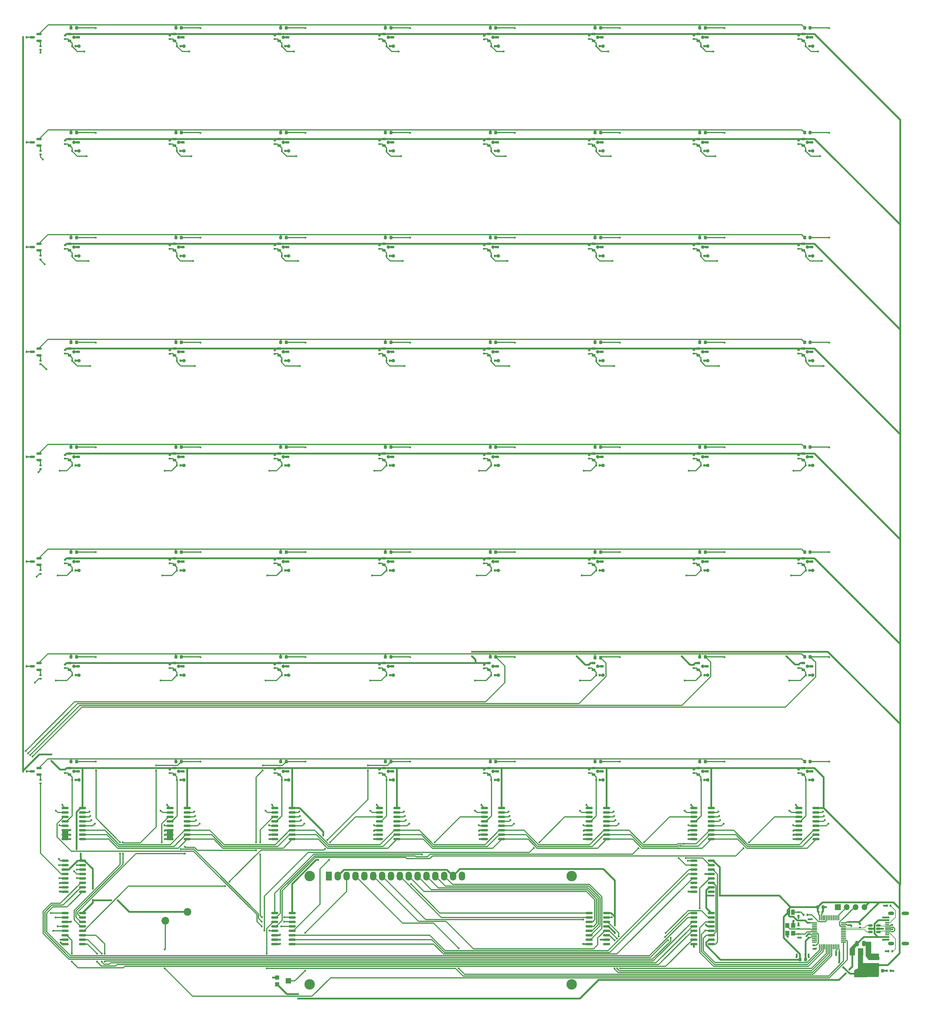
<source format=gbr>
%TF.GenerationSoftware,KiCad,Pcbnew,7.0.5*%
%TF.CreationDate,2023-06-01T20:25:25+12:00*%
%TF.ProjectId,ChessBoardKiCad,43686573-7342-46f6-9172-644b69436164,rev?*%
%TF.SameCoordinates,Original*%
%TF.FileFunction,Copper,L1,Top*%
%TF.FilePolarity,Positive*%
%FSLAX46Y46*%
G04 Gerber Fmt 4.6, Leading zero omitted, Abs format (unit mm)*
G04 Created by KiCad (PCBNEW 7.0.5) date 2023-06-01 20:25:25*
%MOMM*%
%LPD*%
G01*
G04 APERTURE LIST*
G04 Aperture macros list*
%AMRoundRect*
0 Rectangle with rounded corners*
0 $1 Rounding radius*
0 $2 $3 $4 $5 $6 $7 $8 $9 X,Y pos of 4 corners*
0 Add a 4 corners polygon primitive as box body*
4,1,4,$2,$3,$4,$5,$6,$7,$8,$9,$2,$3,0*
0 Add four circle primitives for the rounded corners*
1,1,$1+$1,$2,$3*
1,1,$1+$1,$4,$5*
1,1,$1+$1,$6,$7*
1,1,$1+$1,$8,$9*
0 Add four rect primitives between the rounded corners*
20,1,$1+$1,$2,$3,$4,$5,0*
20,1,$1+$1,$4,$5,$6,$7,0*
20,1,$1+$1,$6,$7,$8,$9,0*
20,1,$1+$1,$8,$9,$2,$3,0*%
G04 Aperture macros list end*
%TA.AperFunction,SMDPad,CuDef*%
%ADD10R,1.000000X0.700000*%
%TD*%
%TA.AperFunction,SMDPad,CuDef*%
%ADD11RoundRect,0.218750X0.218750X0.256250X-0.218750X0.256250X-0.218750X-0.256250X0.218750X-0.256250X0*%
%TD*%
%TA.AperFunction,SMDPad,CuDef*%
%ADD12RoundRect,0.135000X-0.185000X0.135000X-0.185000X-0.135000X0.185000X-0.135000X0.185000X0.135000X0*%
%TD*%
%TA.AperFunction,SMDPad,CuDef*%
%ADD13RoundRect,0.140000X-0.140000X-0.170000X0.140000X-0.170000X0.140000X0.170000X-0.140000X0.170000X0*%
%TD*%
%TA.AperFunction,SMDPad,CuDef*%
%ADD14RoundRect,0.250000X0.475000X-0.250000X0.475000X0.250000X-0.475000X0.250000X-0.475000X-0.250000X0*%
%TD*%
%TA.AperFunction,SMDPad,CuDef*%
%ADD15RoundRect,0.150000X0.587500X0.150000X-0.587500X0.150000X-0.587500X-0.150000X0.587500X-0.150000X0*%
%TD*%
%TA.AperFunction,ComponentPad*%
%ADD16R,1.700000X1.700000*%
%TD*%
%TA.AperFunction,ComponentPad*%
%ADD17O,1.700000X1.700000*%
%TD*%
%TA.AperFunction,SMDPad,CuDef*%
%ADD18RoundRect,0.150000X-0.825000X-0.150000X0.825000X-0.150000X0.825000X0.150000X-0.825000X0.150000X0*%
%TD*%
%TA.AperFunction,SMDPad,CuDef*%
%ADD19RoundRect,0.135000X0.135000X0.185000X-0.135000X0.185000X-0.135000X-0.185000X0.135000X-0.185000X0*%
%TD*%
%TA.AperFunction,SMDPad,CuDef*%
%ADD20RoundRect,0.135000X-0.135000X-0.185000X0.135000X-0.185000X0.135000X0.185000X-0.135000X0.185000X0*%
%TD*%
%TA.AperFunction,SMDPad,CuDef*%
%ADD21R,1.200000X1.400000*%
%TD*%
%TA.AperFunction,SMDPad,CuDef*%
%ADD22RoundRect,0.140000X-0.170000X0.140000X-0.170000X-0.140000X0.170000X-0.140000X0.170000X0.140000X0*%
%TD*%
%TA.AperFunction,SMDPad,CuDef*%
%ADD23RoundRect,0.140000X0.140000X0.170000X-0.140000X0.170000X-0.140000X-0.170000X0.140000X-0.170000X0*%
%TD*%
%TA.AperFunction,SMDPad,CuDef*%
%ADD24R,1.500000X2.000000*%
%TD*%
%TA.AperFunction,SMDPad,CuDef*%
%ADD25R,3.800000X2.000000*%
%TD*%
%TA.AperFunction,ComponentPad*%
%ADD26C,3.000000*%
%TD*%
%TA.AperFunction,ComponentPad*%
%ADD27R,1.800000X2.600000*%
%TD*%
%TA.AperFunction,ComponentPad*%
%ADD28O,1.800000X2.600000*%
%TD*%
%TA.AperFunction,SMDPad,CuDef*%
%ADD29RoundRect,0.135000X0.185000X-0.135000X0.185000X0.135000X-0.185000X0.135000X-0.185000X-0.135000X0*%
%TD*%
%TA.AperFunction,SMDPad,CuDef*%
%ADD30RoundRect,0.140000X0.170000X-0.140000X0.170000X0.140000X-0.170000X0.140000X-0.170000X-0.140000X0*%
%TD*%
%TA.AperFunction,SMDPad,CuDef*%
%ADD31RoundRect,0.225000X-0.225000X-0.250000X0.225000X-0.250000X0.225000X0.250000X-0.225000X0.250000X0*%
%TD*%
%TA.AperFunction,SMDPad,CuDef*%
%ADD32R,1.000000X1.500000*%
%TD*%
%TA.AperFunction,ComponentPad*%
%ADD33C,2.200000*%
%TD*%
%TA.AperFunction,SMDPad,CuDef*%
%ADD34RoundRect,0.250000X-0.250000X-0.475000X0.250000X-0.475000X0.250000X0.475000X-0.250000X0.475000X0*%
%TD*%
%TA.AperFunction,SMDPad,CuDef*%
%ADD35RoundRect,0.075000X-0.662500X-0.075000X0.662500X-0.075000X0.662500X0.075000X-0.662500X0.075000X0*%
%TD*%
%TA.AperFunction,SMDPad,CuDef*%
%ADD36RoundRect,0.075000X-0.075000X-0.662500X0.075000X-0.662500X0.075000X0.662500X-0.075000X0.662500X0*%
%TD*%
%TA.AperFunction,SMDPad,CuDef*%
%ADD37R,1.200000X1.200000*%
%TD*%
%TA.AperFunction,SMDPad,CuDef*%
%ADD38R,1.500000X1.600000*%
%TD*%
%TA.AperFunction,SMDPad,CuDef*%
%ADD39R,1.150000X0.600000*%
%TD*%
%TA.AperFunction,SMDPad,CuDef*%
%ADD40R,1.150000X0.300000*%
%TD*%
%TA.AperFunction,ComponentPad*%
%ADD41O,1.800000X1.000000*%
%TD*%
%TA.AperFunction,ComponentPad*%
%ADD42O,2.200000X1.000000*%
%TD*%
%TA.AperFunction,SMDPad,CuDef*%
%ADD43RoundRect,0.150000X0.512500X0.150000X-0.512500X0.150000X-0.512500X-0.150000X0.512500X-0.150000X0*%
%TD*%
%TA.AperFunction,ViaPad*%
%ADD44C,0.600000*%
%TD*%
%TA.AperFunction,ViaPad*%
%ADD45C,1.000000*%
%TD*%
%TA.AperFunction,Conductor*%
%ADD46C,0.500000*%
%TD*%
%TA.AperFunction,Conductor*%
%ADD47C,0.300000*%
%TD*%
%TA.AperFunction,Conductor*%
%ADD48C,1.000000*%
%TD*%
%TA.AperFunction,Conductor*%
%ADD49C,0.200000*%
%TD*%
G04 APERTURE END LIST*
D10*
%TO.P,U27,1,VCC*%
%TO.N,+3.3V*%
X343800000Y-134050000D03*
%TO.P,U27,2,VOUT*%
%TO.N,HALL_C4R2*%
X343800000Y-135950000D03*
%TO.P,U27,3,GND*%
%TO.N,GND*%
X346200000Y-135000000D03*
%TD*%
%TO.P,U43,1,VCC*%
%TO.N,+3.3V*%
X343800000Y-194050000D03*
%TO.P,U43,2,VOUT*%
%TO.N,HALL_C4R4*%
X343800000Y-195950000D03*
%TO.P,U43,3,GND*%
%TO.N,GND*%
X346200000Y-195000000D03*
%TD*%
D11*
%TO.P,D11,1,K*%
%TO.N,LED_C1*%
X255787500Y-102250000D03*
%TO.P,D11,2,A*%
%TO.N,/R1TE*%
X254212500Y-102250000D03*
%TD*%
D12*
%TO.P,R14,1*%
%TO.N,+3.3V*%
X432500000Y-74490000D03*
%TO.P,R14,2*%
%TO.N,HALL_C7R0*%
X432500000Y-75510000D03*
%TD*%
D10*
%TO.P,U36,1,VCC*%
%TO.N,+3.3V*%
X373800000Y-164050000D03*
%TO.P,U36,2,VOUT*%
%TO.N,HALL_C5R3*%
X373800000Y-165950000D03*
%TO.P,U36,3,GND*%
%TO.N,GND*%
X376200000Y-165000000D03*
%TD*%
%TO.P,U41,1,VCC*%
%TO.N,+3.3V*%
X283800000Y-194050000D03*
%TO.P,U41,2,VOUT*%
%TO.N,HALL_C2R4*%
X283800000Y-195950000D03*
%TO.P,U41,3,GND*%
%TO.N,GND*%
X286200000Y-195000000D03*
%TD*%
D13*
%TO.P,C77,1*%
%TO.N,HALL_C7R7*%
X434540000Y-287500000D03*
%TO.P,C77,2*%
%TO.N,GND*%
X435500000Y-287500000D03*
%TD*%
D12*
%TO.P,R68,1*%
%TO.N,+3.3V*%
X342500000Y-254500000D03*
%TO.P,R68,2*%
%TO.N,HALL_C4R6*%
X342500000Y-255520000D03*
%TD*%
D10*
%TO.P,U9,1,VCC*%
%TO.N,+3.3V*%
X283800000Y-74050000D03*
%TO.P,U9,2,VOUT*%
%TO.N,HALL_C2R0*%
X283800000Y-75950000D03*
%TO.P,U9,3,GND*%
%TO.N,GND*%
X286200000Y-75000000D03*
%TD*%
D14*
%TO.P,C10,1*%
%TO.N,+3.3V*%
X454900000Y-340470000D03*
%TO.P,C10,2*%
%TO.N,GND*%
X454900000Y-338570000D03*
%TD*%
D11*
%TO.P,D37,1,K*%
%TO.N,LED_C3*%
X315787500Y-192250000D03*
%TO.P,D37,2,A*%
%TO.N,/R4TE*%
X314212500Y-192250000D03*
%TD*%
%TO.P,D10,1,K*%
%TO.N,LED_C0*%
X225787500Y-102250000D03*
%TO.P,D10,2,A*%
%TO.N,/R1TE*%
X224212500Y-102250000D03*
%TD*%
D12*
%TO.P,R30,1*%
%TO.N,+3.3V*%
X432500000Y-134490000D03*
%TO.P,R30,2*%
%TO.N,HALL_C7R2*%
X432500000Y-135510000D03*
%TD*%
%TO.P,R24,1*%
%TO.N,+3.3V*%
X252500000Y-134490000D03*
%TO.P,R24,2*%
%TO.N,HALL_C1R2*%
X252500000Y-135510000D03*
%TD*%
%TO.P,R77,1*%
%TO.N,+3.3V*%
X312500000Y-284500000D03*
%TO.P,R77,2*%
%TO.N,HALL_C3R7*%
X312500000Y-285520000D03*
%TD*%
D11*
%TO.P,D39,1,K*%
%TO.N,LED_C5*%
X375787500Y-192250000D03*
%TO.P,D39,2,A*%
%TO.N,/R4TE*%
X374212500Y-192250000D03*
%TD*%
%TO.P,D56,1,K*%
%TO.N,LED_C6*%
X405787500Y-252250000D03*
%TO.P,D56,2,A*%
%TO.N,/R6TE*%
X404212500Y-252250000D03*
%TD*%
D12*
%TO.P,R61,1*%
%TO.N,+3.3V*%
X432500000Y-224490000D03*
%TO.P,R61,2*%
%TO.N,HALL_C7R5*%
X432500000Y-225510000D03*
%TD*%
D15*
%TO.P,Q1,1,B*%
%TO.N,/R0TB*%
X215000000Y-75950000D03*
%TO.P,Q1,2,E*%
%TO.N,/R0TE*%
X215000000Y-74050000D03*
%TO.P,Q1,3,C*%
%TO.N,/R0TC*%
X213125000Y-75000000D03*
%TD*%
D12*
%TO.P,R80,1*%
%TO.N,+3.3V*%
X402500000Y-284490000D03*
%TO.P,R80,2*%
%TO.N,HALL_C6R7*%
X402500000Y-285510000D03*
%TD*%
%TO.P,R79,1*%
%TO.N,+3.3V*%
X372500000Y-284490000D03*
%TO.P,R79,2*%
%TO.N,HALL_C5R7*%
X372500000Y-285510000D03*
%TD*%
D10*
%TO.P,U20,1,VCC*%
%TO.N,+3.3V*%
X373800000Y-104050000D03*
%TO.P,U20,2,VOUT*%
%TO.N,HALL_C5R1*%
X373800000Y-105950000D03*
%TO.P,U20,3,GND*%
%TO.N,GND*%
X376200000Y-105000000D03*
%TD*%
%TO.P,U56,1,VCC*%
%TO.N,+3.3V*%
X223800000Y-254050000D03*
%TO.P,U56,2,VOUT*%
%TO.N,HALL_C0R6*%
X223800000Y-255950000D03*
%TO.P,U56,3,GND*%
%TO.N,GND*%
X226200000Y-255000000D03*
%TD*%
%TO.P,U38,1,VCC*%
%TO.N,+3.3V*%
X433800000Y-164050000D03*
%TO.P,U38,2,VOUT*%
%TO.N,HALL_C7R3*%
X433800000Y-165950000D03*
%TO.P,U38,3,GND*%
%TO.N,GND*%
X436200000Y-165000000D03*
%TD*%
D13*
%TO.P,C46,1*%
%TO.N,HALL_C0R4*%
X224520000Y-197500000D03*
%TO.P,C46,2*%
%TO.N,GND*%
X225480000Y-197500000D03*
%TD*%
D12*
%TO.P,R75,1*%
%TO.N,+3.3V*%
X252500000Y-284490000D03*
%TO.P,R75,2*%
%TO.N,HALL_C1R7*%
X252500000Y-285510000D03*
%TD*%
D16*
%TO.P,J2,1,Pin_1*%
%TO.N,GND*%
X443700000Y-323857500D03*
D17*
%TO.P,J2,2,Pin_2*%
%TO.N,/SWCLK*%
X446240000Y-323857500D03*
%TO.P,J2,3,Pin_3*%
%TO.N,/SWDIO*%
X448780000Y-323857500D03*
%TO.P,J2,4,Pin_4*%
%TO.N,+3.3V*%
X451320000Y-323857500D03*
%TD*%
D18*
%TO.P,U75,1,X4*%
%TO.N,HALL_C1R4*%
X252525000Y-295555000D03*
%TO.P,U75,2,X6*%
%TO.N,HALL_C1R6*%
X252525000Y-296825000D03*
%TO.P,U75,3,X*%
%TO.N,HALL_C1*%
X252525000Y-298095000D03*
%TO.P,U75,4,X7*%
%TO.N,HALL_C1R7*%
X252525000Y-299365000D03*
%TO.P,U75,5,X5*%
%TO.N,HALL_C1R5*%
X252525000Y-300635000D03*
%TO.P,U75,6,Inh*%
%TO.N,GND*%
X252525000Y-301905000D03*
%TO.P,U75,7,VEE*%
X252525000Y-303175000D03*
%TO.P,U75,8,VSS*%
X252525000Y-304445000D03*
%TO.P,U75,9,C*%
%TO.N,HALL_ROW_C*%
X257475000Y-304445000D03*
%TO.P,U75,10,B*%
%TO.N,HALL_ROW_B*%
X257475000Y-303175000D03*
%TO.P,U75,11,A*%
%TO.N,HALL_ROW_A*%
X257475000Y-301905000D03*
%TO.P,U75,12,X3*%
%TO.N,HALL_C1R3*%
X257475000Y-300635000D03*
%TO.P,U75,13,X0*%
%TO.N,HALL_C1R0*%
X257475000Y-299365000D03*
%TO.P,U75,14,X1*%
%TO.N,HALL_C1R1*%
X257475000Y-298095000D03*
%TO.P,U75,15,X2*%
%TO.N,HALL_C1R2*%
X257475000Y-296825000D03*
%TO.P,U75,16,VDD*%
%TO.N,+3.3V*%
X257475000Y-295555000D03*
%TD*%
D10*
%TO.P,U54,1,VCC*%
%TO.N,+3.3V*%
X403800000Y-224050000D03*
%TO.P,U54,2,VOUT*%
%TO.N,HALL_C6R5*%
X403800000Y-225950000D03*
%TO.P,U54,3,GND*%
%TO.N,GND*%
X406200000Y-225000000D03*
%TD*%
D12*
%TO.P,R28,1*%
%TO.N,+3.3V*%
X372500000Y-134490000D03*
%TO.P,R28,2*%
%TO.N,HALL_C5R2*%
X372500000Y-135510000D03*
%TD*%
D10*
%TO.P,U30,1,VCC*%
%TO.N,+3.3V*%
X433800000Y-134050000D03*
%TO.P,U30,2,VOUT*%
%TO.N,HALL_C7R2*%
X433800000Y-135950000D03*
%TO.P,U30,3,GND*%
%TO.N,GND*%
X436200000Y-135000000D03*
%TD*%
D11*
%TO.P,D36,1,K*%
%TO.N,LED_C2*%
X285787500Y-192250000D03*
%TO.P,D36,2,A*%
%TO.N,/R4TE*%
X284212500Y-192250000D03*
%TD*%
D19*
%TO.P,R2,1*%
%TO.N,/BOOT0*%
X434960000Y-326107500D03*
%TO.P,R2,2*%
%TO.N,/JMP_BOOT0*%
X433940000Y-326107500D03*
%TD*%
D12*
%TO.P,R17,1*%
%TO.N,+3.3V*%
X282500000Y-104490000D03*
%TO.P,R17,2*%
%TO.N,HALL_C2R1*%
X282500000Y-105510000D03*
%TD*%
D13*
%TO.P,C44,1*%
%TO.N,HALL_C6R3*%
X404520000Y-167500000D03*
%TO.P,C44,2*%
%TO.N,GND*%
X405480000Y-167500000D03*
%TD*%
D11*
%TO.P,D44,1,K*%
%TO.N,LED_C2*%
X285787500Y-222250000D03*
%TO.P,D44,2,A*%
%TO.N,/R5TE*%
X284212500Y-222250000D03*
%TD*%
%TO.P,D40,1,K*%
%TO.N,LED_C6*%
X405787500Y-192250000D03*
%TO.P,D40,2,A*%
%TO.N,/R4TE*%
X404212500Y-192250000D03*
%TD*%
D20*
%TO.P,R41,1*%
%TO.N,+3.3V*%
X210480000Y-105000000D03*
%TO.P,R41,2*%
%TO.N,/R1TC*%
X211500000Y-105000000D03*
%TD*%
D13*
%TO.P,C65,1*%
%TO.N,HALL_C3R6*%
X314540000Y-257500000D03*
%TO.P,C65,2*%
%TO.N,GND*%
X315500000Y-257500000D03*
%TD*%
D11*
%TO.P,D41,1,K*%
%TO.N,LED_C7*%
X435787500Y-192250000D03*
%TO.P,D41,2,A*%
%TO.N,/R4TE*%
X434212500Y-192250000D03*
%TD*%
D12*
%TO.P,R74,1*%
%TO.N,+3.3V*%
X222500000Y-284500000D03*
%TO.P,R74,2*%
%TO.N,HALL_C0R7*%
X222500000Y-285520000D03*
%TD*%
D13*
%TO.P,C28,1*%
%TO.N,HALL_C6R1*%
X404520000Y-107500000D03*
%TO.P,C28,2*%
%TO.N,GND*%
X405480000Y-107500000D03*
%TD*%
%TO.P,C69,1*%
%TO.N,HALL_C7R6*%
X434540000Y-257500000D03*
%TO.P,C69,2*%
%TO.N,GND*%
X435500000Y-257500000D03*
%TD*%
D10*
%TO.P,U31,1,VCC*%
%TO.N,+3.3V*%
X223800000Y-164050000D03*
%TO.P,U31,2,VOUT*%
%TO.N,HALL_C0R3*%
X223800000Y-165950000D03*
%TO.P,U31,3,GND*%
%TO.N,GND*%
X226200000Y-165000000D03*
%TD*%
%TO.P,U58,1,VCC*%
%TO.N,+3.3V*%
X283800000Y-254050000D03*
%TO.P,U58,2,VOUT*%
%TO.N,HALL_C2R6*%
X283800000Y-255950000D03*
%TO.P,U58,3,GND*%
%TO.N,GND*%
X286200000Y-255000000D03*
%TD*%
%TO.P,U8,1,VCC*%
%TO.N,+3.3V*%
X253800000Y-74050000D03*
%TO.P,U8,2,VOUT*%
%TO.N,HALL_C1R0*%
X253800000Y-75950000D03*
%TO.P,U8,3,GND*%
%TO.N,GND*%
X256200000Y-75000000D03*
%TD*%
D11*
%TO.P,D17,1,K*%
%TO.N,LED_C7*%
X435787500Y-102250000D03*
%TO.P,D17,2,A*%
%TO.N,/R1TE*%
X434212500Y-102250000D03*
%TD*%
D12*
%TO.P,R13,1*%
%TO.N,+3.3V*%
X402500000Y-74490000D03*
%TO.P,R13,2*%
%TO.N,HALL_C6R0*%
X402500000Y-75510000D03*
%TD*%
D13*
%TO.P,C50,1*%
%TO.N,HALL_C4R4*%
X344520000Y-197500000D03*
%TO.P,C50,2*%
%TO.N,GND*%
X345480000Y-197500000D03*
%TD*%
D18*
%TO.P,U81,1,X4*%
%TO.N,HALL_C7R4*%
X432525000Y-295555000D03*
%TO.P,U81,2,X6*%
%TO.N,HALL_C7R6*%
X432525000Y-296825000D03*
%TO.P,U81,3,X*%
%TO.N,HALL_C7*%
X432525000Y-298095000D03*
%TO.P,U81,4,X7*%
%TO.N,HALL_C7R7*%
X432525000Y-299365000D03*
%TO.P,U81,5,X5*%
%TO.N,HALL_C7R5*%
X432525000Y-300635000D03*
%TO.P,U81,6,Inh*%
%TO.N,GND*%
X432525000Y-301905000D03*
%TO.P,U81,7,VEE*%
X432525000Y-303175000D03*
%TO.P,U81,8,VSS*%
X432525000Y-304445000D03*
%TO.P,U81,9,C*%
%TO.N,HALL_ROW_C*%
X437475000Y-304445000D03*
%TO.P,U81,10,B*%
%TO.N,HALL_ROW_B*%
X437475000Y-303175000D03*
%TO.P,U81,11,A*%
%TO.N,HALL_ROW_A*%
X437475000Y-301905000D03*
%TO.P,U81,12,X3*%
%TO.N,HALL_C7R3*%
X437475000Y-300635000D03*
%TO.P,U81,13,X0*%
%TO.N,HALL_C7R0*%
X437475000Y-299365000D03*
%TO.P,U81,14,X1*%
%TO.N,HALL_C7R1*%
X437475000Y-298095000D03*
%TO.P,U81,15,X2*%
%TO.N,HALL_C7R2*%
X437475000Y-296825000D03*
%TO.P,U81,16,VDD*%
%TO.N,+3.3V*%
X437475000Y-295555000D03*
%TD*%
D12*
%TO.P,R32,1*%
%TO.N,/R0TB*%
X215500000Y-77490000D03*
%TO.P,R32,2*%
%TO.N,LED_R0*%
X215500000Y-78510000D03*
%TD*%
D13*
%TO.P,C48,1*%
%TO.N,HALL_C2R4*%
X284520000Y-197500000D03*
%TO.P,C48,2*%
%TO.N,GND*%
X285480000Y-197500000D03*
%TD*%
D21*
%TO.P,Y1,1,1*%
%TO.N,/HSE_IN*%
X429250000Y-329107500D03*
%TO.P,Y1,2,2*%
%TO.N,GND*%
X429250000Y-331307500D03*
%TO.P,Y1,3,3*%
%TO.N,/HSE_OUT*%
X430950000Y-331307500D03*
%TO.P,Y1,4,4*%
%TO.N,GND*%
X430950000Y-329107500D03*
%TD*%
D13*
%TO.P,C72,1*%
%TO.N,HALL_C2R7*%
X284540000Y-287500000D03*
%TO.P,C72,2*%
%TO.N,GND*%
X285500000Y-287500000D03*
%TD*%
D11*
%TO.P,D63,1,K*%
%TO.N,LED_C5*%
X375787500Y-282250000D03*
%TO.P,D63,2,A*%
%TO.N,/R7TE*%
X374212500Y-282250000D03*
%TD*%
%TO.P,D18,1,K*%
%TO.N,LED_C0*%
X225787500Y-132250000D03*
%TO.P,D18,2,A*%
%TO.N,/R2TE*%
X224212500Y-132250000D03*
%TD*%
D20*
%TO.P,R73,1*%
%TO.N,+3.3V*%
X210480000Y-225000000D03*
%TO.P,R73,2*%
%TO.N,/R5TC*%
X211500000Y-225000000D03*
%TD*%
D12*
%TO.P,R58,1*%
%TO.N,+3.3V*%
X342500000Y-224490000D03*
%TO.P,R58,2*%
%TO.N,HALL_C4R5*%
X342500000Y-225510000D03*
%TD*%
D11*
%TO.P,D4,1,K*%
%TO.N,LED_C2*%
X285787500Y-72250000D03*
%TO.P,D4,2,A*%
%TO.N,/R0TE*%
X284212500Y-72250000D03*
%TD*%
D13*
%TO.P,C75,1*%
%TO.N,HALL_C5R7*%
X374520000Y-287500000D03*
%TO.P,C75,2*%
%TO.N,GND*%
X375480000Y-287500000D03*
%TD*%
D11*
%TO.P,D19,1,K*%
%TO.N,LED_C1*%
X255787500Y-132250000D03*
%TO.P,D19,2,A*%
%TO.N,/R2TE*%
X254212500Y-132250000D03*
%TD*%
D10*
%TO.P,U49,1,VCC*%
%TO.N,+3.3V*%
X253800000Y-224050000D03*
%TO.P,U49,2,VOUT*%
%TO.N,HALL_C1R5*%
X253800000Y-225950000D03*
%TO.P,U49,3,GND*%
%TO.N,GND*%
X256200000Y-225000000D03*
%TD*%
D11*
%TO.P,D16,1,K*%
%TO.N,LED_C6*%
X405787500Y-102250000D03*
%TO.P,D16,2,A*%
%TO.N,/R1TE*%
X404212500Y-102250000D03*
%TD*%
D13*
%TO.P,C35,1*%
%TO.N,HALL_C5R2*%
X374520000Y-137500000D03*
%TO.P,C35,2*%
%TO.N,GND*%
X375480000Y-137500000D03*
%TD*%
D22*
%TO.P,C4,1*%
%TO.N,+3.3V*%
X446950000Y-328127500D03*
%TO.P,C4,2*%
%TO.N,GND*%
X446950000Y-329087500D03*
%TD*%
D10*
%TO.P,U52,1,VCC*%
%TO.N,+3.3V*%
X343800000Y-224050000D03*
%TO.P,U52,2,VOUT*%
%TO.N,HALL_C4R5*%
X343800000Y-225950000D03*
%TO.P,U52,3,GND*%
%TO.N,GND*%
X346200000Y-225000000D03*
%TD*%
%TO.P,U35,1,VCC*%
%TO.N,+3.3V*%
X343800000Y-164050000D03*
%TO.P,U35,2,VOUT*%
%TO.N,HALL_C4R3*%
X343800000Y-165950000D03*
%TO.P,U35,3,GND*%
%TO.N,GND*%
X346200000Y-165000000D03*
%TD*%
%TO.P,U66,1,VCC*%
%TO.N,+3.3V*%
X253800000Y-284050000D03*
%TO.P,U66,2,VOUT*%
%TO.N,HALL_C1R7*%
X253800000Y-285950000D03*
%TO.P,U66,3,GND*%
%TO.N,GND*%
X256200000Y-285000000D03*
%TD*%
%TO.P,U37,1,VCC*%
%TO.N,+3.3V*%
X403800000Y-164050000D03*
%TO.P,U37,2,VOUT*%
%TO.N,HALL_C6R3*%
X403800000Y-165950000D03*
%TO.P,U37,3,GND*%
%TO.N,GND*%
X406200000Y-165000000D03*
%TD*%
D11*
%TO.P,D64,1,K*%
%TO.N,LED_C6*%
X405787500Y-282250000D03*
%TO.P,D64,2,A*%
%TO.N,/R7TE*%
X404212500Y-282250000D03*
%TD*%
D12*
%TO.P,R47,1*%
%TO.N,+3.3V*%
X342500000Y-194490000D03*
%TO.P,R47,2*%
%TO.N,HALL_C4R4*%
X342500000Y-195510000D03*
%TD*%
D13*
%TO.P,C24,1*%
%TO.N,HALL_C2R1*%
X284520000Y-107500000D03*
%TO.P,C24,2*%
%TO.N,GND*%
X285480000Y-107500000D03*
%TD*%
D10*
%TO.P,U26,1,VCC*%
%TO.N,+3.3V*%
X313800000Y-134050000D03*
%TO.P,U26,2,VOUT*%
%TO.N,HALL_C3R2*%
X313800000Y-135950000D03*
%TO.P,U26,3,GND*%
%TO.N,GND*%
X316200000Y-135000000D03*
%TD*%
D13*
%TO.P,C59,1*%
%TO.N,HALL_C5R5*%
X374540000Y-227500000D03*
%TO.P,C59,2*%
%TO.N,GND*%
X375500000Y-227500000D03*
%TD*%
%TO.P,C42,1*%
%TO.N,HALL_C4R3*%
X344520000Y-167500000D03*
%TO.P,C42,2*%
%TO.N,GND*%
X345480000Y-167500000D03*
%TD*%
D10*
%TO.P,U7,1,VCC*%
%TO.N,+3.3V*%
X223800000Y-74050000D03*
%TO.P,U7,2,VOUT*%
%TO.N,HALL_C0R0*%
X223800000Y-75950000D03*
%TO.P,U7,3,GND*%
%TO.N,GND*%
X226200000Y-75000000D03*
%TD*%
%TO.P,U71,1,VCC*%
%TO.N,+3.3V*%
X403800000Y-284050000D03*
%TO.P,U71,2,VOUT*%
%TO.N,HALL_C6R7*%
X403800000Y-285950000D03*
%TO.P,U71,3,GND*%
%TO.N,GND*%
X406200000Y-285000000D03*
%TD*%
D11*
%TO.P,D59,1,K*%
%TO.N,LED_C1*%
X255787500Y-282250000D03*
%TO.P,D59,2,A*%
%TO.N,/R7TE*%
X254212500Y-282250000D03*
%TD*%
D15*
%TO.P,Q3,1,B*%
%TO.N,/R2TB*%
X215000000Y-135950000D03*
%TO.P,Q3,2,E*%
%TO.N,/R2TE*%
X215000000Y-134050000D03*
%TO.P,Q3,3,C*%
%TO.N,/R2TC*%
X213125000Y-135000000D03*
%TD*%
D11*
%TO.P,D48,1,K*%
%TO.N,LED_C6*%
X405787500Y-222250000D03*
%TO.P,D48,2,A*%
%TO.N,/R5TE*%
X404212500Y-222250000D03*
%TD*%
D12*
%TO.P,R27,1*%
%TO.N,+3.3V*%
X342500000Y-134490000D03*
%TO.P,R27,2*%
%TO.N,HALL_C4R2*%
X342500000Y-135510000D03*
%TD*%
D18*
%TO.P,U5,1,QB*%
%TO.N,LED_ROW_B*%
X402525000Y-325555000D03*
%TO.P,U5,2,QC*%
%TO.N,LED_ROW_C*%
X402525000Y-326825000D03*
%TO.P,U5,3,QD*%
%TO.N,LED_COL_A*%
X402525000Y-328095000D03*
%TO.P,U5,4,QE*%
%TO.N,LED_COL_B*%
X402525000Y-329365000D03*
%TO.P,U5,5,QF*%
%TO.N,LED_COL_C*%
X402525000Y-330635000D03*
%TO.P,U5,6,QG*%
%TO.N,unconnected-(U5-QG-Pad6)*%
X402525000Y-331905000D03*
%TO.P,U5,7,QH*%
%TO.N,DISABLE_LEDS*%
X402525000Y-333175000D03*
%TO.P,U5,8,GND*%
%TO.N,GND*%
X402525000Y-334445000D03*
%TO.P,U5,9,QH'*%
%TO.N,/GRID_REGS_SER_LINK*%
X407475000Y-334445000D03*
%TO.P,U5,10,~{SRCLR}*%
%TO.N,+3.3V*%
X407475000Y-333175000D03*
%TO.P,U5,11,SRCLK*%
%TO.N,GRID_SER_CLK*%
X407475000Y-331905000D03*
%TO.P,U5,12,RCLK*%
%TO.N,GRID_LATCH*%
X407475000Y-330635000D03*
%TO.P,U5,13,~{OE}*%
%TO.N,GND*%
X407475000Y-329365000D03*
%TO.P,U5,14,SER*%
%TO.N,GRID_SER_DATA*%
X407475000Y-328095000D03*
%TO.P,U5,15,QA*%
%TO.N,LED_ROW_A*%
X407475000Y-326825000D03*
%TO.P,U5,16,VCC*%
%TO.N,+3.3V*%
X407475000Y-325555000D03*
%TD*%
%TO.P,U74,1,X4*%
%TO.N,HALL_C0R4*%
X222525000Y-295555000D03*
%TO.P,U74,2,X6*%
%TO.N,HALL_C0R6*%
X222525000Y-296825000D03*
%TO.P,U74,3,X*%
%TO.N,HALL_C0*%
X222525000Y-298095000D03*
%TO.P,U74,4,X7*%
%TO.N,HALL_C0R7*%
X222525000Y-299365000D03*
%TO.P,U74,5,X5*%
%TO.N,HALL_C0R5*%
X222525000Y-300635000D03*
%TO.P,U74,6,Inh*%
%TO.N,GND*%
X222525000Y-301905000D03*
%TO.P,U74,7,VEE*%
X222525000Y-303175000D03*
%TO.P,U74,8,VSS*%
X222525000Y-304445000D03*
%TO.P,U74,9,C*%
%TO.N,HALL_ROW_C*%
X227475000Y-304445000D03*
%TO.P,U74,10,B*%
%TO.N,HALL_ROW_B*%
X227475000Y-303175000D03*
%TO.P,U74,11,A*%
%TO.N,HALL_ROW_A*%
X227475000Y-301905000D03*
%TO.P,U74,12,X3*%
%TO.N,HALL_C0R3*%
X227475000Y-300635000D03*
%TO.P,U74,13,X0*%
%TO.N,HALL_C0R0*%
X227475000Y-299365000D03*
%TO.P,U74,14,X1*%
%TO.N,HALL_C0R1*%
X227475000Y-298095000D03*
%TO.P,U74,15,X2*%
%TO.N,HALL_C0R2*%
X227475000Y-296825000D03*
%TO.P,U74,16,VDD*%
%TO.N,+3.3V*%
X227475000Y-295555000D03*
%TD*%
D11*
%TO.P,FB1,1*%
%TO.N,+3.3VA*%
X434457500Y-338870000D03*
%TO.P,FB1,2*%
%TO.N,+3.3V*%
X432882500Y-338870000D03*
%TD*%
%TO.P,D62,1,K*%
%TO.N,LED_C4*%
X345787500Y-282250000D03*
%TO.P,D62,2,A*%
%TO.N,/R7TE*%
X344212500Y-282250000D03*
%TD*%
%TO.P,D2,1,K*%
%TO.N,LED_C0*%
X225787500Y-72250000D03*
%TO.P,D2,2,A*%
%TO.N,/R0TE*%
X224212500Y-72250000D03*
%TD*%
D10*
%TO.P,U29,1,VCC*%
%TO.N,+3.3V*%
X403800000Y-134050000D03*
%TO.P,U29,2,VOUT*%
%TO.N,HALL_C6R2*%
X403800000Y-135950000D03*
%TO.P,U29,3,GND*%
%TO.N,GND*%
X406200000Y-135000000D03*
%TD*%
D23*
%TO.P,C2,1*%
%TO.N,+3.3V*%
X444160000Y-336857500D03*
%TO.P,C2,2*%
%TO.N,GND*%
X443200000Y-336857500D03*
%TD*%
D11*
%TO.P,D5,1,K*%
%TO.N,LED_C3*%
X315787500Y-72250000D03*
%TO.P,D5,2,A*%
%TO.N,/R0TE*%
X314212500Y-72250000D03*
%TD*%
%TO.P,D33,1,K*%
%TO.N,LED_C7*%
X435787500Y-162250000D03*
%TO.P,D33,2,A*%
%TO.N,/R3TE*%
X434212500Y-162250000D03*
%TD*%
D18*
%TO.P,U47,1,X4*%
%TO.N,LED_R4*%
X222525000Y-310555000D03*
%TO.P,U47,2,X6*%
%TO.N,LED_R6*%
X222525000Y-311825000D03*
%TO.P,U47,3,X*%
%TO.N,+3.3V*%
X222525000Y-313095000D03*
%TO.P,U47,4,X7*%
%TO.N,LED_R7*%
X222525000Y-314365000D03*
%TO.P,U47,5,X5*%
%TO.N,LED_R5*%
X222525000Y-315635000D03*
%TO.P,U47,6,Inh*%
%TO.N,GND*%
X222525000Y-316905000D03*
%TO.P,U47,7,VEE*%
X222525000Y-318175000D03*
%TO.P,U47,8,VSS*%
X222525000Y-319445000D03*
%TO.P,U47,9,C*%
%TO.N,LED_ROW_C*%
X227475000Y-319445000D03*
%TO.P,U47,10,B*%
%TO.N,LED_ROW_B*%
X227475000Y-318175000D03*
%TO.P,U47,11,A*%
%TO.N,LED_ROW_A*%
X227475000Y-316905000D03*
%TO.P,U47,12,X3*%
%TO.N,LED_R3*%
X227475000Y-315635000D03*
%TO.P,U47,13,X0*%
%TO.N,LED_R0*%
X227475000Y-314365000D03*
%TO.P,U47,14,X1*%
%TO.N,LED_R1*%
X227475000Y-313095000D03*
%TO.P,U47,15,X2*%
%TO.N,LED_R2*%
X227475000Y-311825000D03*
%TO.P,U47,16,VDD*%
%TO.N,+3.3V*%
X227475000Y-310555000D03*
%TD*%
D12*
%TO.P,R40,1*%
%TO.N,+3.3V*%
X432500000Y-164490000D03*
%TO.P,R40,2*%
%TO.N,HALL_C7R3*%
X432500000Y-165510000D03*
%TD*%
%TO.P,R62,1*%
%TO.N,/R3TB*%
X215500000Y-167490000D03*
%TO.P,R62,2*%
%TO.N,LED_R3*%
X215500000Y-168510000D03*
%TD*%
D13*
%TO.P,C74,1*%
%TO.N,HALL_C4R7*%
X344520000Y-287500000D03*
%TO.P,C74,2*%
%TO.N,GND*%
X345480000Y-287500000D03*
%TD*%
D12*
%TO.P,R12,1*%
%TO.N,+3.3V*%
X372500000Y-74490000D03*
%TO.P,R12,2*%
%TO.N,HALL_C5R0*%
X372500000Y-75510000D03*
%TD*%
D11*
%TO.P,D20,1,K*%
%TO.N,LED_C2*%
X285787500Y-132250000D03*
%TO.P,D20,2,A*%
%TO.N,/R2TE*%
X284212500Y-132250000D03*
%TD*%
D13*
%TO.P,C40,1*%
%TO.N,HALL_C2R3*%
X284500000Y-167500000D03*
%TO.P,C40,2*%
%TO.N,GND*%
X285460000Y-167500000D03*
%TD*%
%TO.P,C64,1*%
%TO.N,HALL_C2R6*%
X284520000Y-257500000D03*
%TO.P,C64,2*%
%TO.N,GND*%
X285480000Y-257500000D03*
%TD*%
D12*
%TO.P,R33,1*%
%TO.N,+3.3V*%
X222500000Y-164490000D03*
%TO.P,R33,2*%
%TO.N,HALL_C0R3*%
X222500000Y-165510000D03*
%TD*%
%TO.P,R18,1*%
%TO.N,+3.3V*%
X312500000Y-104490000D03*
%TO.P,R18,2*%
%TO.N,HALL_C3R1*%
X312500000Y-105510000D03*
%TD*%
D10*
%TO.P,U15,1,VCC*%
%TO.N,+3.3V*%
X223800000Y-104050000D03*
%TO.P,U15,2,VOUT*%
%TO.N,HALL_C0R1*%
X223800000Y-105950000D03*
%TO.P,U15,3,GND*%
%TO.N,GND*%
X226200000Y-105000000D03*
%TD*%
D11*
%TO.P,D49,1,K*%
%TO.N,LED_C7*%
X435787500Y-222250000D03*
%TO.P,D49,2,A*%
%TO.N,/R5TE*%
X434212500Y-222250000D03*
%TD*%
D10*
%TO.P,U14,1,VCC*%
%TO.N,+3.3V*%
X433800000Y-74050000D03*
%TO.P,U14,2,VOUT*%
%TO.N,HALL_C7R0*%
X433800000Y-75950000D03*
%TO.P,U14,3,GND*%
%TO.N,GND*%
X436200000Y-75000000D03*
%TD*%
%TO.P,U19,1,VCC*%
%TO.N,+3.3V*%
X343800000Y-104050000D03*
%TO.P,U19,2,VOUT*%
%TO.N,HALL_C4R1*%
X343800000Y-105950000D03*
%TO.P,U19,3,GND*%
%TO.N,GND*%
X346200000Y-105000000D03*
%TD*%
D24*
%TO.P,U1,1,GND*%
%TO.N,GND*%
X452500000Y-336670000D03*
%TO.P,U1,2,VO*%
%TO.N,+3.3V*%
X450200000Y-336670000D03*
D25*
X450200000Y-342970000D03*
D24*
%TO.P,U1,3,VI*%
%TO.N,VBUS*%
X447900000Y-336670000D03*
%TD*%
D26*
%TO.P,DS1,*%
%TO.N,*%
X292500900Y-315000000D03*
X292500900Y-346000700D03*
X367499480Y-346000700D03*
X367500000Y-315000000D03*
D27*
%TO.P,DS1,1,VSS*%
%TO.N,GND*%
X298000000Y-315000000D03*
D28*
%TO.P,DS1,2,VDD*%
%TO.N,VBUS*%
X300540000Y-315000000D03*
%TO.P,DS1,3,VO*%
%TO.N,/CONT_1*%
X303080000Y-315000000D03*
%TO.P,DS1,4,RS*%
%TO.N,LCD_RS*%
X305620000Y-315000000D03*
%TO.P,DS1,5,R/W*%
%TO.N,GND*%
X308160000Y-315000000D03*
%TO.P,DS1,6,E*%
%TO.N,LCD_LATCH*%
X310700000Y-315000000D03*
%TO.P,DS1,7,D0*%
%TO.N,/LCD1_D0*%
X313240000Y-315000000D03*
%TO.P,DS1,8,D1*%
%TO.N,/LCD1_D1*%
X315780000Y-315000000D03*
%TO.P,DS1,9,D2*%
%TO.N,/LCD1_D2*%
X318320000Y-315000000D03*
%TO.P,DS1,10,D3*%
%TO.N,/LCD1_D3*%
X320860000Y-315000000D03*
%TO.P,DS1,11,D4*%
%TO.N,/LCD1_D4*%
X323400000Y-315000000D03*
%TO.P,DS1,12,D5*%
%TO.N,/LCD1_D5*%
X325940000Y-315000000D03*
%TO.P,DS1,13,D6*%
%TO.N,/LCD1_D6*%
X328480000Y-315000000D03*
%TO.P,DS1,14,D7*%
%TO.N,/LCD1_D7*%
X331020000Y-315000000D03*
%TO.P,DS1,15,LED(+)*%
%TO.N,VBUS*%
X333560000Y-315000000D03*
%TO.P,DS1,16,LED(-)*%
%TO.N,GND*%
X336100000Y-315000000D03*
%TD*%
D19*
%TO.P,R1,1*%
%TO.N,GND*%
X458810000Y-342120000D03*
%TO.P,R1,2*%
%TO.N,/PWR_LED_K*%
X457790000Y-342120000D03*
%TD*%
D29*
%TO.P,R6,1*%
%TO.N,USB_D+*%
X450100000Y-329710000D03*
%TO.P,R6,2*%
%TO.N,+3.3V*%
X450100000Y-328690000D03*
%TD*%
D12*
%TO.P,R39,1*%
%TO.N,+3.3V*%
X402500000Y-164490000D03*
%TO.P,R39,2*%
%TO.N,HALL_C6R3*%
X402500000Y-165510000D03*
%TD*%
D30*
%TO.P,C12,1*%
%TO.N,/HSE_IN*%
X432450000Y-330087500D03*
%TO.P,C12,2*%
%TO.N,GND*%
X432450000Y-329127500D03*
%TD*%
D11*
%TO.P,D14,1,K*%
%TO.N,LED_C4*%
X345787500Y-102250000D03*
%TO.P,D14,2,A*%
%TO.N,/R1TE*%
X344212500Y-102250000D03*
%TD*%
D13*
%TO.P,C5,1*%
%TO.N,+3.3V*%
X438240000Y-325357500D03*
%TO.P,C5,2*%
%TO.N,GND*%
X439200000Y-325357500D03*
%TD*%
D12*
%TO.P,R86,1*%
%TO.N,/R7TB*%
X215500000Y-287490000D03*
%TO.P,R86,2*%
%TO.N,LED_R7*%
X215500000Y-288510000D03*
%TD*%
D11*
%TO.P,D32,1,K*%
%TO.N,LED_C6*%
X405787500Y-162250000D03*
%TO.P,D32,2,A*%
%TO.N,/R3TE*%
X404212500Y-162250000D03*
%TD*%
D30*
%TO.P,C6,1*%
%TO.N,+3.3VA*%
X435450000Y-332587500D03*
%TO.P,C6,2*%
%TO.N,GND*%
X435450000Y-331627500D03*
%TD*%
D10*
%TO.P,U28,1,VCC*%
%TO.N,+3.3V*%
X373800000Y-134050000D03*
%TO.P,U28,2,VOUT*%
%TO.N,HALL_C5R2*%
X373800000Y-135950000D03*
%TO.P,U28,3,GND*%
%TO.N,GND*%
X376200000Y-135000000D03*
%TD*%
D12*
%TO.P,R15,1*%
%TO.N,+3.3V*%
X222500000Y-104490000D03*
%TO.P,R15,2*%
%TO.N,HALL_C0R1*%
X222500000Y-105510000D03*
%TD*%
D15*
%TO.P,Q5,1,B*%
%TO.N,/R4TB*%
X215000000Y-195950000D03*
%TO.P,Q5,2,E*%
%TO.N,/R4TE*%
X215000000Y-194050000D03*
%TO.P,Q5,3,C*%
%TO.N,/R4TC*%
X213125000Y-195000000D03*
%TD*%
D12*
%TO.P,R69,1*%
%TO.N,+3.3V*%
X372500000Y-254490000D03*
%TO.P,R69,2*%
%TO.N,HALL_C5R6*%
X372500000Y-255510000D03*
%TD*%
D10*
%TO.P,U13,1,VCC*%
%TO.N,+3.3V*%
X403800000Y-74050000D03*
%TO.P,U13,2,VOUT*%
%TO.N,HALL_C6R0*%
X403800000Y-75950000D03*
%TO.P,U13,3,GND*%
%TO.N,GND*%
X406200000Y-75000000D03*
%TD*%
D18*
%TO.P,U64,1,X4*%
%TO.N,LED_C4*%
X222525000Y-325555000D03*
%TO.P,U64,2,X6*%
%TO.N,LED_C6*%
X222525000Y-326825000D03*
%TO.P,U64,3,X*%
%TO.N,GND*%
X222525000Y-328095000D03*
%TO.P,U64,4,X7*%
%TO.N,LED_C7*%
X222525000Y-329365000D03*
%TO.P,U64,5,X5*%
%TO.N,LED_C5*%
X222525000Y-330635000D03*
%TO.P,U64,6,Inh*%
%TO.N,DISABLE_LEDS*%
X222525000Y-331905000D03*
%TO.P,U64,7,VEE*%
%TO.N,GND*%
X222525000Y-333175000D03*
%TO.P,U64,8,VSS*%
X222525000Y-334445000D03*
%TO.P,U64,9,C*%
%TO.N,LED_COL_C*%
X227475000Y-334445000D03*
%TO.P,U64,10,B*%
%TO.N,LED_COL_B*%
X227475000Y-333175000D03*
%TO.P,U64,11,A*%
%TO.N,LED_COL_A*%
X227475000Y-331905000D03*
%TO.P,U64,12,X3*%
%TO.N,LED_C3*%
X227475000Y-330635000D03*
%TO.P,U64,13,X0*%
%TO.N,LED_C0*%
X227475000Y-329365000D03*
%TO.P,U64,14,X1*%
%TO.N,LED_C1*%
X227475000Y-328095000D03*
%TO.P,U64,15,X2*%
%TO.N,LED_C2*%
X227475000Y-326825000D03*
%TO.P,U64,16,VDD*%
%TO.N,+3.3V*%
X227475000Y-325555000D03*
%TD*%
D10*
%TO.P,U18,1,VCC*%
%TO.N,+3.3V*%
X313800000Y-104050000D03*
%TO.P,U18,2,VOUT*%
%TO.N,HALL_C3R1*%
X313800000Y-105950000D03*
%TO.P,U18,3,GND*%
%TO.N,GND*%
X316200000Y-105000000D03*
%TD*%
D12*
%TO.P,R50,1*%
%TO.N,+3.3V*%
X432500000Y-194490000D03*
%TO.P,R50,2*%
%TO.N,HALL_C7R4*%
X432500000Y-195510000D03*
%TD*%
D10*
%TO.P,U25,1,VCC*%
%TO.N,+3.3V*%
X283800000Y-134050000D03*
%TO.P,U25,2,VOUT*%
%TO.N,HALL_C2R2*%
X283800000Y-135950000D03*
%TO.P,U25,3,GND*%
%TO.N,GND*%
X286200000Y-135000000D03*
%TD*%
D12*
%TO.P,R36,1*%
%TO.N,+3.3V*%
X312500000Y-164500000D03*
%TO.P,R36,2*%
%TO.N,HALL_C3R3*%
X312500000Y-165520000D03*
%TD*%
D13*
%TO.P,C51,1*%
%TO.N,HALL_C5R4*%
X374540000Y-197500000D03*
%TO.P,C51,2*%
%TO.N,GND*%
X375500000Y-197500000D03*
%TD*%
D12*
%TO.P,R20,1*%
%TO.N,+3.3V*%
X372500000Y-104490000D03*
%TO.P,R20,2*%
%TO.N,HALL_C5R1*%
X372500000Y-105510000D03*
%TD*%
D20*
%TO.P,R5,1*%
%TO.N,GND*%
X458240000Y-336500000D03*
%TO.P,R5,2*%
%TO.N,/USB_CC1*%
X459260000Y-336500000D03*
%TD*%
D18*
%TO.P,U6,1,QB*%
%TO.N,HALL_ROW_B*%
X402525000Y-310555000D03*
%TO.P,U6,2,QC*%
%TO.N,HALL_ROW_C*%
X402525000Y-311825000D03*
%TO.P,U6,3,QD*%
%TO.N,HALL_COL_A*%
X402525000Y-313095000D03*
%TO.P,U6,4,QE*%
%TO.N,HALL_COL_B*%
X402525000Y-314365000D03*
%TO.P,U6,5,QF*%
%TO.N,HALL_COL_C*%
X402525000Y-315635000D03*
%TO.P,U6,6,QG*%
%TO.N,unconnected-(U6-QG-Pad6)*%
X402525000Y-316905000D03*
%TO.P,U6,7,QH*%
%TO.N,unconnected-(U6-QH-Pad7)*%
X402525000Y-318175000D03*
%TO.P,U6,8,GND*%
%TO.N,GND*%
X402525000Y-319445000D03*
%TO.P,U6,9,QH'*%
%TO.N,unconnected-(U6-QH'-Pad9)*%
X407475000Y-319445000D03*
%TO.P,U6,10,~{SRCLR}*%
%TO.N,+3.3V*%
X407475000Y-318175000D03*
%TO.P,U6,11,SRCLK*%
%TO.N,GRID_SER_CLK*%
X407475000Y-316905000D03*
%TO.P,U6,12,RCLK*%
%TO.N,GRID_LATCH*%
X407475000Y-315635000D03*
%TO.P,U6,13,~{OE}*%
%TO.N,GND*%
X407475000Y-314365000D03*
%TO.P,U6,14,SER*%
%TO.N,/GRID_REGS_SER_LINK*%
X407475000Y-313095000D03*
%TO.P,U6,15,QA*%
%TO.N,HALL_ROW_A*%
X407475000Y-311825000D03*
%TO.P,U6,16,VCC*%
%TO.N,+3.3V*%
X407475000Y-310555000D03*
%TD*%
D10*
%TO.P,U40,1,VCC*%
%TO.N,+3.3V*%
X253800000Y-194050000D03*
%TO.P,U40,2,VOUT*%
%TO.N,HALL_C1R4*%
X253800000Y-195950000D03*
%TO.P,U40,3,GND*%
%TO.N,GND*%
X256200000Y-195000000D03*
%TD*%
D11*
%TO.P,D43,1,K*%
%TO.N,LED_C1*%
X255787500Y-222250000D03*
%TO.P,D43,2,A*%
%TO.N,/R5TE*%
X254212500Y-222250000D03*
%TD*%
D12*
%TO.P,R22,1*%
%TO.N,+3.3V*%
X432500000Y-104490000D03*
%TO.P,R22,2*%
%TO.N,HALL_C7R1*%
X432500000Y-105510000D03*
%TD*%
D22*
%TO.P,C13,1*%
%TO.N,/HSE_OUT*%
X432450000Y-331607500D03*
%TO.P,C13,2*%
%TO.N,GND*%
X432450000Y-332567500D03*
%TD*%
D11*
%TO.P,D3,1,K*%
%TO.N,LED_C1*%
X255787500Y-72250000D03*
%TO.P,D3,2,A*%
%TO.N,/R0TE*%
X254212500Y-72250000D03*
%TD*%
D12*
%TO.P,R70,1*%
%TO.N,+3.3V*%
X402500000Y-254490000D03*
%TO.P,R70,2*%
%TO.N,HALL_C6R6*%
X402500000Y-255510000D03*
%TD*%
D13*
%TO.P,C41,1*%
%TO.N,HALL_C3R3*%
X314520000Y-167500000D03*
%TO.P,C41,2*%
%TO.N,GND*%
X315480000Y-167500000D03*
%TD*%
D11*
%TO.P,D6,1,K*%
%TO.N,LED_C4*%
X345787500Y-72250000D03*
%TO.P,D6,2,A*%
%TO.N,/R0TE*%
X344212500Y-72250000D03*
%TD*%
%TO.P,D25,1,K*%
%TO.N,LED_C7*%
X435787500Y-132250000D03*
%TO.P,D25,2,A*%
%TO.N,/R2TE*%
X434212500Y-132250000D03*
%TD*%
%TO.P,D47,1,K*%
%TO.N,LED_C5*%
X375787500Y-222250000D03*
%TO.P,D47,2,A*%
%TO.N,/R5TE*%
X374212500Y-222250000D03*
%TD*%
D13*
%TO.P,C53,1*%
%TO.N,HALL_C7R4*%
X434520000Y-197500000D03*
%TO.P,C53,2*%
%TO.N,GND*%
X435480000Y-197500000D03*
%TD*%
D11*
%TO.P,D30,1,K*%
%TO.N,LED_C4*%
X345787500Y-162250000D03*
%TO.P,D30,2,A*%
%TO.N,/R3TE*%
X344212500Y-162250000D03*
%TD*%
D12*
%TO.P,R26,1*%
%TO.N,+3.3V*%
X312500000Y-134490000D03*
%TO.P,R26,2*%
%TO.N,HALL_C3R2*%
X312500000Y-135510000D03*
%TD*%
D18*
%TO.P,U4,1,QB*%
%TO.N,/LCD1_D1*%
X372525000Y-325555000D03*
%TO.P,U4,2,QC*%
%TO.N,/LCD1_D2*%
X372525000Y-326825000D03*
%TO.P,U4,3,QD*%
%TO.N,/LCD1_D3*%
X372525000Y-328095000D03*
%TO.P,U4,4,QE*%
%TO.N,/LCD1_D4*%
X372525000Y-329365000D03*
%TO.P,U4,5,QF*%
%TO.N,/LCD1_D5*%
X372525000Y-330635000D03*
%TO.P,U4,6,QG*%
%TO.N,/LCD1_D6*%
X372525000Y-331905000D03*
%TO.P,U4,7,QH*%
%TO.N,/LCD1_D7*%
X372525000Y-333175000D03*
%TO.P,U4,8,GND*%
%TO.N,GND*%
X372525000Y-334445000D03*
%TO.P,U4,9,QH'*%
%TO.N,unconnected-(U4-QH'-Pad9)*%
X377475000Y-334445000D03*
%TO.P,U4,10,~{SRCLR}*%
%TO.N,VBUS*%
X377475000Y-333175000D03*
%TO.P,U4,11,SRCLK*%
%TO.N,LCD_SER_CLK*%
X377475000Y-331905000D03*
%TO.P,U4,12,RCLK*%
%TO.N,LCD_LATCH*%
X377475000Y-330635000D03*
%TO.P,U4,13,~{OE}*%
%TO.N,GND*%
X377475000Y-329365000D03*
%TO.P,U4,14,SER*%
%TO.N,LCD_SER_DATA*%
X377475000Y-328095000D03*
%TO.P,U4,15,QA*%
%TO.N,/LCD1_D0*%
X377475000Y-326825000D03*
%TO.P,U4,16,VCC*%
%TO.N,VBUS*%
X377475000Y-325555000D03*
%TD*%
D10*
%TO.P,U60,1,VCC*%
%TO.N,+3.3V*%
X343800000Y-254050000D03*
%TO.P,U60,2,VOUT*%
%TO.N,HALL_C4R6*%
X343800000Y-255950000D03*
%TO.P,U60,3,GND*%
%TO.N,GND*%
X346200000Y-255000000D03*
%TD*%
D12*
%TO.P,R55,1*%
%TO.N,+3.3V*%
X252500000Y-224500000D03*
%TO.P,R55,2*%
%TO.N,HALL_C1R5*%
X252500000Y-225520000D03*
%TD*%
D13*
%TO.P,C23,1*%
%TO.N,HALL_C1R1*%
X254500000Y-107500000D03*
%TO.P,C23,2*%
%TO.N,GND*%
X255460000Y-107500000D03*
%TD*%
%TO.P,C30,1*%
%TO.N,HALL_C0R2*%
X224500000Y-137500000D03*
%TO.P,C30,2*%
%TO.N,GND*%
X225460000Y-137500000D03*
%TD*%
D11*
%TO.P,D34,1,K*%
%TO.N,LED_C0*%
X225787500Y-192250000D03*
%TO.P,D34,2,A*%
%TO.N,/R4TE*%
X224212500Y-192250000D03*
%TD*%
%TO.P,D23,1,K*%
%TO.N,LED_C5*%
X375787500Y-132250000D03*
%TO.P,D23,2,A*%
%TO.N,/R2TE*%
X374212500Y-132250000D03*
%TD*%
D13*
%TO.P,C18,1*%
%TO.N,HALL_C4R0*%
X344520000Y-77500000D03*
%TO.P,C18,2*%
%TO.N,GND*%
X345480000Y-77500000D03*
%TD*%
D12*
%TO.P,R82,1*%
%TO.N,/R5TB*%
X215500000Y-227490000D03*
%TO.P,R82,2*%
%TO.N,LED_R5*%
X215500000Y-228510000D03*
%TD*%
D11*
%TO.P,D21,1,K*%
%TO.N,LED_C3*%
X315787500Y-132250000D03*
%TO.P,D21,2,A*%
%TO.N,/R2TE*%
X314212500Y-132250000D03*
%TD*%
D29*
%TO.P,R3,1*%
%TO.N,GND*%
X432450000Y-326367500D03*
%TO.P,R3,2*%
%TO.N,/JMP_BOOT0*%
X432450000Y-325347500D03*
%TD*%
D11*
%TO.P,D9,1,K*%
%TO.N,LED_C7*%
X435787500Y-72250000D03*
%TO.P,D9,2,A*%
%TO.N,/R0TE*%
X434212500Y-72250000D03*
%TD*%
%TO.P,D24,1,K*%
%TO.N,LED_C6*%
X405787500Y-132250000D03*
%TO.P,D24,2,A*%
%TO.N,/R2TE*%
X404212500Y-132250000D03*
%TD*%
%TO.P,D50,1,K*%
%TO.N,LED_C0*%
X225787500Y-252250000D03*
%TO.P,D50,2,A*%
%TO.N,/R6TE*%
X224212500Y-252250000D03*
%TD*%
%TO.P,D12,1,K*%
%TO.N,LED_C2*%
X285787500Y-102250000D03*
%TO.P,D12,2,A*%
%TO.N,/R1TE*%
X284212500Y-102250000D03*
%TD*%
D18*
%TO.P,U78,1,X4*%
%TO.N,HALL_C4R4*%
X342525000Y-295555000D03*
%TO.P,U78,2,X6*%
%TO.N,HALL_C4R6*%
X342525000Y-296825000D03*
%TO.P,U78,3,X*%
%TO.N,HALL_C4*%
X342525000Y-298095000D03*
%TO.P,U78,4,X7*%
%TO.N,HALL_C4R7*%
X342525000Y-299365000D03*
%TO.P,U78,5,X5*%
%TO.N,HALL_C4R5*%
X342525000Y-300635000D03*
%TO.P,U78,6,Inh*%
%TO.N,GND*%
X342525000Y-301905000D03*
%TO.P,U78,7,VEE*%
X342525000Y-303175000D03*
%TO.P,U78,8,VSS*%
X342525000Y-304445000D03*
%TO.P,U78,9,C*%
%TO.N,HALL_ROW_C*%
X347475000Y-304445000D03*
%TO.P,U78,10,B*%
%TO.N,HALL_ROW_B*%
X347475000Y-303175000D03*
%TO.P,U78,11,A*%
%TO.N,HALL_ROW_A*%
X347475000Y-301905000D03*
%TO.P,U78,12,X3*%
%TO.N,HALL_C4R3*%
X347475000Y-300635000D03*
%TO.P,U78,13,X0*%
%TO.N,HALL_C4R0*%
X347475000Y-299365000D03*
%TO.P,U78,14,X1*%
%TO.N,HALL_C4R1*%
X347475000Y-298095000D03*
%TO.P,U78,15,X2*%
%TO.N,HALL_C4R2*%
X347475000Y-296825000D03*
%TO.P,U78,16,VDD*%
%TO.N,+3.3V*%
X347475000Y-295555000D03*
%TD*%
D12*
%TO.P,R16,1*%
%TO.N,+3.3V*%
X252500000Y-104490000D03*
%TO.P,R16,2*%
%TO.N,HALL_C1R1*%
X252500000Y-105510000D03*
%TD*%
D31*
%TO.P,C1,1*%
%TO.N,+3.3V*%
X437975000Y-323857500D03*
%TO.P,C1,2*%
%TO.N,GND*%
X439525000Y-323857500D03*
%TD*%
D18*
%TO.P,U76,1,X4*%
%TO.N,HALL_C2R4*%
X282525000Y-295555000D03*
%TO.P,U76,2,X6*%
%TO.N,HALL_C2R6*%
X282525000Y-296825000D03*
%TO.P,U76,3,X*%
%TO.N,HALL_C2*%
X282525000Y-298095000D03*
%TO.P,U76,4,X7*%
%TO.N,HALL_C2R7*%
X282525000Y-299365000D03*
%TO.P,U76,5,X5*%
%TO.N,HALL_C2R5*%
X282525000Y-300635000D03*
%TO.P,U76,6,Inh*%
%TO.N,GND*%
X282525000Y-301905000D03*
%TO.P,U76,7,VEE*%
X282525000Y-303175000D03*
%TO.P,U76,8,VSS*%
X282525000Y-304445000D03*
%TO.P,U76,9,C*%
%TO.N,HALL_ROW_C*%
X287475000Y-304445000D03*
%TO.P,U76,10,B*%
%TO.N,HALL_ROW_B*%
X287475000Y-303175000D03*
%TO.P,U76,11,A*%
%TO.N,HALL_ROW_A*%
X287475000Y-301905000D03*
%TO.P,U76,12,X3*%
%TO.N,HALL_C2R3*%
X287475000Y-300635000D03*
%TO.P,U76,13,X0*%
%TO.N,HALL_C2R0*%
X287475000Y-299365000D03*
%TO.P,U76,14,X1*%
%TO.N,HALL_C2R1*%
X287475000Y-298095000D03*
%TO.P,U76,15,X2*%
%TO.N,HALL_C2R2*%
X287475000Y-296825000D03*
%TO.P,U76,16,VDD*%
%TO.N,+3.3V*%
X287475000Y-295555000D03*
%TD*%
D13*
%TO.P,C34,1*%
%TO.N,HALL_C4R2*%
X344520000Y-137500000D03*
%TO.P,C34,2*%
%TO.N,GND*%
X345480000Y-137500000D03*
%TD*%
D10*
%TO.P,U53,1,VCC*%
%TO.N,+3.3V*%
X373800000Y-224050000D03*
%TO.P,U53,2,VOUT*%
%TO.N,HALL_C5R5*%
X373800000Y-225950000D03*
%TO.P,U53,3,GND*%
%TO.N,GND*%
X376200000Y-225000000D03*
%TD*%
D11*
%TO.P,D46,1,K*%
%TO.N,LED_C4*%
X345787500Y-222250000D03*
%TO.P,D46,2,A*%
%TO.N,/R5TE*%
X344212500Y-222250000D03*
%TD*%
D20*
%TO.P,R53,1*%
%TO.N,+3.3V*%
X210480000Y-165000000D03*
%TO.P,R53,2*%
%TO.N,/R3TC*%
X211500000Y-165000000D03*
%TD*%
D11*
%TO.P,D8,1,K*%
%TO.N,LED_C6*%
X405787500Y-72250000D03*
%TO.P,D8,2,A*%
%TO.N,/R0TE*%
X404212500Y-72250000D03*
%TD*%
D12*
%TO.P,R44,1*%
%TO.N,+3.3V*%
X252500000Y-194490000D03*
%TO.P,R44,2*%
%TO.N,HALL_C1R4*%
X252500000Y-195510000D03*
%TD*%
%TO.P,R76,1*%
%TO.N,+3.3V*%
X282500000Y-284500000D03*
%TO.P,R76,2*%
%TO.N,HALL_C2R7*%
X282500000Y-285520000D03*
%TD*%
D13*
%TO.P,C25,1*%
%TO.N,HALL_C3R1*%
X314520000Y-107500000D03*
%TO.P,C25,2*%
%TO.N,GND*%
X315480000Y-107500000D03*
%TD*%
D12*
%TO.P,R49,1*%
%TO.N,+3.3V*%
X402500000Y-194490000D03*
%TO.P,R49,2*%
%TO.N,HALL_C6R4*%
X402500000Y-195510000D03*
%TD*%
D32*
%TO.P,JP1,1,A*%
%TO.N,+3.3V*%
X429550000Y-325357500D03*
%TO.P,JP1,2,B*%
%TO.N,/JMP_BOOT0*%
X430850000Y-325357500D03*
%TD*%
D12*
%TO.P,R29,1*%
%TO.N,+3.3V*%
X402500000Y-134490000D03*
%TO.P,R29,2*%
%TO.N,HALL_C6R2*%
X402500000Y-135510000D03*
%TD*%
%TO.P,R9,1*%
%TO.N,+3.3V*%
X282500000Y-74490000D03*
%TO.P,R9,2*%
%TO.N,HALL_C2R0*%
X282500000Y-75510000D03*
%TD*%
D10*
%TO.P,U63,1,VCC*%
%TO.N,+3.3V*%
X433800000Y-254050000D03*
%TO.P,U63,2,VOUT*%
%TO.N,HALL_C7R6*%
X433800000Y-255950000D03*
%TO.P,U63,3,GND*%
%TO.N,GND*%
X436200000Y-255000000D03*
%TD*%
D20*
%TO.P,R31,1*%
%TO.N,+3.3V*%
X210480000Y-75000000D03*
%TO.P,R31,2*%
%TO.N,/R0TC*%
X211500000Y-75000000D03*
%TD*%
D11*
%TO.P,D65,1,K*%
%TO.N,LED_C7*%
X435787500Y-282250000D03*
%TO.P,D65,2,A*%
%TO.N,/R7TE*%
X434212500Y-282250000D03*
%TD*%
D15*
%TO.P,Q8,1,B*%
%TO.N,/R7TB*%
X215000000Y-285950000D03*
%TO.P,Q8,2,E*%
%TO.N,/R7TE*%
X215000000Y-284050000D03*
%TO.P,Q8,3,C*%
%TO.N,/R7TC*%
X213125000Y-285000000D03*
%TD*%
D12*
%TO.P,R57,1*%
%TO.N,+3.3V*%
X312500000Y-224490000D03*
%TO.P,R57,2*%
%TO.N,HALL_C3R5*%
X312500000Y-225510000D03*
%TD*%
D10*
%TO.P,U10,1,VCC*%
%TO.N,+3.3V*%
X313800000Y-74050000D03*
%TO.P,U10,2,VOUT*%
%TO.N,HALL_C3R0*%
X313800000Y-75950000D03*
%TO.P,U10,3,GND*%
%TO.N,GND*%
X316200000Y-75000000D03*
%TD*%
D11*
%TO.P,D22,1,K*%
%TO.N,LED_C4*%
X345787500Y-132250000D03*
%TO.P,D22,2,A*%
%TO.N,/R2TE*%
X344212500Y-132250000D03*
%TD*%
D10*
%TO.P,U11,1,VCC*%
%TO.N,+3.3V*%
X343800000Y-74050000D03*
%TO.P,U11,2,VOUT*%
%TO.N,HALL_C4R0*%
X343800000Y-75950000D03*
%TO.P,U11,3,GND*%
%TO.N,GND*%
X346200000Y-75000000D03*
%TD*%
D13*
%TO.P,C43,1*%
%TO.N,HALL_C5R3*%
X374520000Y-167500000D03*
%TO.P,C43,2*%
%TO.N,GND*%
X375480000Y-167500000D03*
%TD*%
%TO.P,C20,1*%
%TO.N,HALL_C6R0*%
X404520000Y-77500000D03*
%TO.P,C20,2*%
%TO.N,GND*%
X405480000Y-77500000D03*
%TD*%
D12*
%TO.P,R84,1*%
%TO.N,/R6TB*%
X215500000Y-257490000D03*
%TO.P,R84,2*%
%TO.N,LED_R6*%
X215500000Y-258510000D03*
%TD*%
D13*
%TO.P,C56,1*%
%TO.N,HALL_C2R5*%
X284520000Y-227500000D03*
%TO.P,C56,2*%
%TO.N,GND*%
X285480000Y-227500000D03*
%TD*%
D11*
%TO.P,D28,1,K*%
%TO.N,LED_C2*%
X285787500Y-162250000D03*
%TO.P,D28,2,A*%
%TO.N,/R3TE*%
X284212500Y-162250000D03*
%TD*%
D20*
%TO.P,R83,1*%
%TO.N,+3.3V*%
X210480000Y-255000000D03*
%TO.P,R83,2*%
%TO.N,/R6TC*%
X211500000Y-255000000D03*
%TD*%
D13*
%TO.P,C63,1*%
%TO.N,HALL_C1R6*%
X254520000Y-257500000D03*
%TO.P,C63,2*%
%TO.N,GND*%
X255480000Y-257500000D03*
%TD*%
D12*
%TO.P,R67,1*%
%TO.N,+3.3V*%
X312500000Y-254490000D03*
%TO.P,R67,2*%
%TO.N,HALL_C3R6*%
X312500000Y-255510000D03*
%TD*%
D10*
%TO.P,U45,1,VCC*%
%TO.N,+3.3V*%
X403800000Y-194050000D03*
%TO.P,U45,2,VOUT*%
%TO.N,HALL_C6R4*%
X403800000Y-195950000D03*
%TO.P,U45,3,GND*%
%TO.N,GND*%
X406200000Y-195000000D03*
%TD*%
%TO.P,U12,1,VCC*%
%TO.N,+3.3V*%
X373800000Y-74050000D03*
%TO.P,U12,2,VOUT*%
%TO.N,HALL_C5R0*%
X373800000Y-75950000D03*
%TO.P,U12,3,GND*%
%TO.N,GND*%
X376200000Y-75000000D03*
%TD*%
D18*
%TO.P,U80,1,X4*%
%TO.N,HALL_C6R4*%
X402525000Y-295555000D03*
%TO.P,U80,2,X6*%
%TO.N,HALL_C6R6*%
X402525000Y-296825000D03*
%TO.P,U80,3,X*%
%TO.N,HALL_C6*%
X402525000Y-298095000D03*
%TO.P,U80,4,X7*%
%TO.N,HALL_C6R7*%
X402525000Y-299365000D03*
%TO.P,U80,5,X5*%
%TO.N,HALL_C6R5*%
X402525000Y-300635000D03*
%TO.P,U80,6,Inh*%
%TO.N,GND*%
X402525000Y-301905000D03*
%TO.P,U80,7,VEE*%
X402525000Y-303175000D03*
%TO.P,U80,8,VSS*%
X402525000Y-304445000D03*
%TO.P,U80,9,C*%
%TO.N,HALL_ROW_C*%
X407475000Y-304445000D03*
%TO.P,U80,10,B*%
%TO.N,HALL_ROW_B*%
X407475000Y-303175000D03*
%TO.P,U80,11,A*%
%TO.N,HALL_ROW_A*%
X407475000Y-301905000D03*
%TO.P,U80,12,X3*%
%TO.N,HALL_C6R3*%
X407475000Y-300635000D03*
%TO.P,U80,13,X0*%
%TO.N,HALL_C6R0*%
X407475000Y-299365000D03*
%TO.P,U80,14,X1*%
%TO.N,HALL_C6R1*%
X407475000Y-298095000D03*
%TO.P,U80,15,X2*%
%TO.N,HALL_C6R2*%
X407475000Y-296825000D03*
%TO.P,U80,16,VDD*%
%TO.N,+3.3V*%
X407475000Y-295555000D03*
%TD*%
D13*
%TO.P,C21,1*%
%TO.N,HALL_C7R0*%
X434520000Y-77500000D03*
%TO.P,C21,2*%
%TO.N,GND*%
X435480000Y-77500000D03*
%TD*%
D12*
%TO.P,R72,1*%
%TO.N,/R4TB*%
X215500000Y-197490000D03*
%TO.P,R72,2*%
%TO.N,LED_R4*%
X215500000Y-198510000D03*
%TD*%
D11*
%TO.P,D27,1,K*%
%TO.N,LED_C1*%
X255787500Y-162250000D03*
%TO.P,D27,2,A*%
%TO.N,/R3TE*%
X254212500Y-162250000D03*
%TD*%
D12*
%TO.P,R34,1*%
%TO.N,+3.3V*%
X252500000Y-164500000D03*
%TO.P,R34,2*%
%TO.N,HALL_C1R3*%
X252500000Y-165520000D03*
%TD*%
D10*
%TO.P,U59,1,VCC*%
%TO.N,+3.3V*%
X313800000Y-254050000D03*
%TO.P,U59,2,VOUT*%
%TO.N,HALL_C3R6*%
X313800000Y-255950000D03*
%TO.P,U59,3,GND*%
%TO.N,GND*%
X316200000Y-255000000D03*
%TD*%
D13*
%TO.P,C15,1*%
%TO.N,HALL_C1R0*%
X254520000Y-77500000D03*
%TO.P,C15,2*%
%TO.N,GND*%
X255480000Y-77500000D03*
%TD*%
D11*
%TO.P,D42,1,K*%
%TO.N,LED_C0*%
X225787500Y-222250000D03*
%TO.P,D42,2,A*%
%TO.N,/R5TE*%
X224212500Y-222250000D03*
%TD*%
%TO.P,D45,1,K*%
%TO.N,LED_C3*%
X315787500Y-222250000D03*
%TO.P,D45,2,A*%
%TO.N,/R5TE*%
X314212500Y-222250000D03*
%TD*%
D13*
%TO.P,C36,1*%
%TO.N,HALL_C6R2*%
X404520000Y-137500000D03*
%TO.P,C36,2*%
%TO.N,GND*%
X405480000Y-137500000D03*
%TD*%
%TO.P,C45,1*%
%TO.N,HALL_C7R3*%
X434540000Y-167500000D03*
%TO.P,C45,2*%
%TO.N,GND*%
X435500000Y-167500000D03*
%TD*%
D10*
%TO.P,U16,1,VCC*%
%TO.N,+3.3V*%
X253800000Y-104050000D03*
%TO.P,U16,2,VOUT*%
%TO.N,HALL_C1R1*%
X253800000Y-105950000D03*
%TO.P,U16,3,GND*%
%TO.N,GND*%
X256200000Y-105000000D03*
%TD*%
D13*
%TO.P,C27,1*%
%TO.N,HALL_C5R1*%
X374520000Y-107500000D03*
%TO.P,C27,2*%
%TO.N,GND*%
X375480000Y-107500000D03*
%TD*%
D18*
%TO.P,U73,1,X4*%
%TO.N,HALL_C4*%
X282525000Y-325555000D03*
%TO.P,U73,2,X6*%
%TO.N,HALL_C6*%
X282525000Y-326825000D03*
%TO.P,U73,3,X*%
%TO.N,SELECTED_HALL*%
X282525000Y-328095000D03*
%TO.P,U73,4,X7*%
%TO.N,HALL_C7*%
X282525000Y-329365000D03*
%TO.P,U73,5,X5*%
%TO.N,HALL_C5*%
X282525000Y-330635000D03*
%TO.P,U73,6,Inh*%
%TO.N,GND*%
X282525000Y-331905000D03*
%TO.P,U73,7,VEE*%
X282525000Y-333175000D03*
%TO.P,U73,8,VSS*%
X282525000Y-334445000D03*
%TO.P,U73,9,C*%
%TO.N,HALL_COL_C*%
X287475000Y-334445000D03*
%TO.P,U73,10,B*%
%TO.N,HALL_COL_B*%
X287475000Y-333175000D03*
%TO.P,U73,11,A*%
%TO.N,HALL_COL_A*%
X287475000Y-331905000D03*
%TO.P,U73,12,X3*%
%TO.N,HALL_C3*%
X287475000Y-330635000D03*
%TO.P,U73,13,X0*%
%TO.N,HALL_C0*%
X287475000Y-329365000D03*
%TO.P,U73,14,X1*%
%TO.N,HALL_C1*%
X287475000Y-328095000D03*
%TO.P,U73,15,X2*%
%TO.N,HALL_C2*%
X287475000Y-326825000D03*
%TO.P,U73,16,VDD*%
%TO.N,+3.3V*%
X287475000Y-325555000D03*
%TD*%
D13*
%TO.P,C71,1*%
%TO.N,HALL_C1R7*%
X254520000Y-287500000D03*
%TO.P,C71,2*%
%TO.N,GND*%
X255480000Y-287500000D03*
%TD*%
%TO.P,C58,1*%
%TO.N,HALL_C4R5*%
X344520000Y-227500000D03*
%TO.P,C58,2*%
%TO.N,GND*%
X345480000Y-227500000D03*
%TD*%
%TO.P,C70,1*%
%TO.N,HALL_C0R7*%
X224520000Y-287500000D03*
%TO.P,C70,2*%
%TO.N,GND*%
X225480000Y-287500000D03*
%TD*%
D12*
%TO.P,R43,1*%
%TO.N,+3.3V*%
X222500000Y-194490000D03*
%TO.P,R43,2*%
%TO.N,HALL_C0R4*%
X222500000Y-195510000D03*
%TD*%
%TO.P,R8,1*%
%TO.N,+3.3V*%
X252500000Y-74490000D03*
%TO.P,R8,2*%
%TO.N,HALL_C1R0*%
X252500000Y-75510000D03*
%TD*%
%TO.P,R65,1*%
%TO.N,+3.3V*%
X252500000Y-254490000D03*
%TO.P,R65,2*%
%TO.N,HALL_C1R6*%
X252500000Y-255510000D03*
%TD*%
D10*
%TO.P,U44,1,VCC*%
%TO.N,+3.3V*%
X373800000Y-194050000D03*
%TO.P,U44,2,VOUT*%
%TO.N,HALL_C5R4*%
X373800000Y-195950000D03*
%TO.P,U44,3,GND*%
%TO.N,GND*%
X376200000Y-195000000D03*
%TD*%
D13*
%TO.P,C67,1*%
%TO.N,HALL_C5R6*%
X374520000Y-257500000D03*
%TO.P,C67,2*%
%TO.N,GND*%
X375480000Y-257500000D03*
%TD*%
%TO.P,C49,1*%
%TO.N,HALL_C3R4*%
X314520000Y-197500000D03*
%TO.P,C49,2*%
%TO.N,GND*%
X315480000Y-197500000D03*
%TD*%
D10*
%TO.P,U24,1,VCC*%
%TO.N,+3.3V*%
X253800000Y-134050000D03*
%TO.P,U24,2,VOUT*%
%TO.N,HALL_C1R2*%
X253800000Y-135950000D03*
%TO.P,U24,3,GND*%
%TO.N,GND*%
X256200000Y-135000000D03*
%TD*%
D13*
%TO.P,C17,1*%
%TO.N,HALL_C3R0*%
X314520000Y-77500000D03*
%TO.P,C17,2*%
%TO.N,GND*%
X315480000Y-77500000D03*
%TD*%
%TO.P,C55,1*%
%TO.N,HALL_C1R5*%
X254520000Y-227500000D03*
%TO.P,C55,2*%
%TO.N,GND*%
X255480000Y-227500000D03*
%TD*%
D11*
%TO.P,D29,1,K*%
%TO.N,LED_C3*%
X315787500Y-162250000D03*
%TO.P,D29,2,A*%
%TO.N,/R3TE*%
X314212500Y-162250000D03*
%TD*%
D13*
%TO.P,C26,1*%
%TO.N,HALL_C4R1*%
X344520000Y-107500000D03*
%TO.P,C26,2*%
%TO.N,GND*%
X345480000Y-107500000D03*
%TD*%
D10*
%TO.P,U65,1,VCC*%
%TO.N,+3.3V*%
X223800000Y-284050000D03*
%TO.P,U65,2,VOUT*%
%TO.N,HALL_C0R7*%
X223800000Y-285950000D03*
%TO.P,U65,3,GND*%
%TO.N,GND*%
X226200000Y-285000000D03*
%TD*%
D18*
%TO.P,U77,1,X4*%
%TO.N,HALL_C3R4*%
X312525000Y-295555000D03*
%TO.P,U77,2,X6*%
%TO.N,HALL_C3R6*%
X312525000Y-296825000D03*
%TO.P,U77,3,X*%
%TO.N,HALL_C3*%
X312525000Y-298095000D03*
%TO.P,U77,4,X7*%
%TO.N,HALL_C3R7*%
X312525000Y-299365000D03*
%TO.P,U77,5,X5*%
%TO.N,HALL_C3R5*%
X312525000Y-300635000D03*
%TO.P,U77,6,Inh*%
%TO.N,GND*%
X312525000Y-301905000D03*
%TO.P,U77,7,VEE*%
X312525000Y-303175000D03*
%TO.P,U77,8,VSS*%
X312525000Y-304445000D03*
%TO.P,U77,9,C*%
%TO.N,HALL_ROW_C*%
X317475000Y-304445000D03*
%TO.P,U77,10,B*%
%TO.N,HALL_ROW_B*%
X317475000Y-303175000D03*
%TO.P,U77,11,A*%
%TO.N,HALL_ROW_A*%
X317475000Y-301905000D03*
%TO.P,U77,12,X3*%
%TO.N,HALL_C3R3*%
X317475000Y-300635000D03*
%TO.P,U77,13,X0*%
%TO.N,HALL_C3R0*%
X317475000Y-299365000D03*
%TO.P,U77,14,X1*%
%TO.N,HALL_C3R1*%
X317475000Y-298095000D03*
%TO.P,U77,15,X2*%
%TO.N,HALL_C3R2*%
X317475000Y-296825000D03*
%TO.P,U77,16,VDD*%
%TO.N,+3.3V*%
X317475000Y-295555000D03*
%TD*%
D13*
%TO.P,C32,1*%
%TO.N,HALL_C2R2*%
X284520000Y-137500000D03*
%TO.P,C32,2*%
%TO.N,GND*%
X285480000Y-137500000D03*
%TD*%
D12*
%TO.P,R42,1*%
%TO.N,/R1TB*%
X215500000Y-107490000D03*
%TO.P,R42,2*%
%TO.N,LED_R1*%
X215500000Y-108510000D03*
%TD*%
D13*
%TO.P,C39,1*%
%TO.N,HALL_C1R3*%
X254520000Y-167500000D03*
%TO.P,C39,2*%
%TO.N,GND*%
X255480000Y-167500000D03*
%TD*%
%TO.P,C31,1*%
%TO.N,HALL_C1R2*%
X254520000Y-137500000D03*
%TO.P,C31,2*%
%TO.N,GND*%
X255480000Y-137500000D03*
%TD*%
D10*
%TO.P,U67,1,VCC*%
%TO.N,+3.3V*%
X283800000Y-284050000D03*
%TO.P,U67,2,VOUT*%
%TO.N,HALL_C2R7*%
X283800000Y-285950000D03*
%TO.P,U67,3,GND*%
%TO.N,GND*%
X286200000Y-285000000D03*
%TD*%
D33*
%TO.P,SW1,1,A*%
%TO.N,+3.3V*%
X257540000Y-325277500D03*
%TO.P,SW1,2,B*%
%TO.N,BUTTON*%
X251190000Y-327817500D03*
%TD*%
D10*
%TO.P,U22,1,VCC*%
%TO.N,+3.3V*%
X433800000Y-104050000D03*
%TO.P,U22,2,VOUT*%
%TO.N,HALL_C7R1*%
X433800000Y-105950000D03*
%TO.P,U22,3,GND*%
%TO.N,GND*%
X436200000Y-105000000D03*
%TD*%
D12*
%TO.P,R60,1*%
%TO.N,+3.3V*%
X402500000Y-224500000D03*
%TO.P,R60,2*%
%TO.N,HALL_C6R5*%
X402500000Y-225520000D03*
%TD*%
%TO.P,R35,1*%
%TO.N,+3.3V*%
X282500000Y-164500000D03*
%TO.P,R35,2*%
%TO.N,HALL_C2R3*%
X282500000Y-165520000D03*
%TD*%
D13*
%TO.P,C54,1*%
%TO.N,HALL_C0R5*%
X224520000Y-227500000D03*
%TO.P,C54,2*%
%TO.N,GND*%
X225480000Y-227500000D03*
%TD*%
D12*
%TO.P,R25,1*%
%TO.N,+3.3V*%
X282500000Y-134490000D03*
%TO.P,R25,2*%
%TO.N,HALL_C2R2*%
X282500000Y-135510000D03*
%TD*%
D10*
%TO.P,U50,1,VCC*%
%TO.N,+3.3V*%
X283800000Y-224050000D03*
%TO.P,U50,2,VOUT*%
%TO.N,HALL_C2R5*%
X283800000Y-225950000D03*
%TO.P,U50,3,GND*%
%TO.N,GND*%
X286200000Y-225000000D03*
%TD*%
D12*
%TO.P,R38,1*%
%TO.N,+3.3V*%
X372500000Y-164500000D03*
%TO.P,R38,2*%
%TO.N,HALL_C5R3*%
X372500000Y-165520000D03*
%TD*%
D10*
%TO.P,U32,1,VCC*%
%TO.N,+3.3V*%
X253800000Y-164050000D03*
%TO.P,U32,2,VOUT*%
%TO.N,HALL_C1R3*%
X253800000Y-165950000D03*
%TO.P,U32,3,GND*%
%TO.N,GND*%
X256200000Y-165000000D03*
%TD*%
D11*
%TO.P,D35,1,K*%
%TO.N,LED_C1*%
X255787500Y-192250000D03*
%TO.P,D35,2,A*%
%TO.N,/R4TE*%
X254212500Y-192250000D03*
%TD*%
D15*
%TO.P,Q2,1,B*%
%TO.N,/R1TB*%
X215000000Y-105950000D03*
%TO.P,Q2,2,E*%
%TO.N,/R1TE*%
X215000000Y-104050000D03*
%TO.P,Q2,3,C*%
%TO.N,/R1TC*%
X213125000Y-105000000D03*
%TD*%
D11*
%TO.P,D7,1,K*%
%TO.N,LED_C5*%
X375787500Y-72250000D03*
%TO.P,D7,2,A*%
%TO.N,/R0TE*%
X374212500Y-72250000D03*
%TD*%
D13*
%TO.P,C47,1*%
%TO.N,HALL_C1R4*%
X254520000Y-197500000D03*
%TO.P,C47,2*%
%TO.N,GND*%
X255480000Y-197500000D03*
%TD*%
D12*
%TO.P,R19,1*%
%TO.N,+3.3V*%
X342500000Y-104490000D03*
%TO.P,R19,2*%
%TO.N,HALL_C4R1*%
X342500000Y-105510000D03*
%TD*%
%TO.P,R48,1*%
%TO.N,+3.3V*%
X372500000Y-194490000D03*
%TO.P,R48,2*%
%TO.N,HALL_C5R4*%
X372500000Y-195510000D03*
%TD*%
%TO.P,R45,1*%
%TO.N,+3.3V*%
X282500000Y-194490000D03*
%TO.P,R45,2*%
%TO.N,HALL_C2R4*%
X282500000Y-195510000D03*
%TD*%
D13*
%TO.P,C33,1*%
%TO.N,HALL_C3R2*%
X314520000Y-137500000D03*
%TO.P,C33,2*%
%TO.N,GND*%
X315480000Y-137500000D03*
%TD*%
D11*
%TO.P,D55,1,K*%
%TO.N,LED_C5*%
X375787500Y-252500000D03*
%TO.P,D55,2,A*%
%TO.N,/R6TE*%
X374212500Y-252500000D03*
%TD*%
D13*
%TO.P,C37,1*%
%TO.N,HALL_C7R2*%
X434540000Y-137500000D03*
%TO.P,C37,2*%
%TO.N,GND*%
X435500000Y-137500000D03*
%TD*%
D10*
%TO.P,U68,1,VCC*%
%TO.N,+3.3V*%
X313800000Y-284050000D03*
%TO.P,U68,2,VOUT*%
%TO.N,HALL_C3R7*%
X313800000Y-285950000D03*
%TO.P,U68,3,GND*%
%TO.N,GND*%
X316200000Y-285000000D03*
%TD*%
D11*
%TO.P,D54,1,K*%
%TO.N,LED_C4*%
X345787500Y-252250000D03*
%TO.P,D54,2,A*%
%TO.N,/R6TE*%
X344212500Y-252250000D03*
%TD*%
%TO.P,D38,1,K*%
%TO.N,LED_C4*%
X345787500Y-192250000D03*
%TO.P,D38,2,A*%
%TO.N,/R4TE*%
X344212500Y-192250000D03*
%TD*%
D10*
%TO.P,U21,1,VCC*%
%TO.N,+3.3V*%
X403800000Y-104050000D03*
%TO.P,U21,2,VOUT*%
%TO.N,HALL_C6R1*%
X403800000Y-105950000D03*
%TO.P,U21,3,GND*%
%TO.N,GND*%
X406200000Y-105000000D03*
%TD*%
%TO.P,U61,1,VCC*%
%TO.N,+3.3V*%
X373800000Y-254050000D03*
%TO.P,U61,2,VOUT*%
%TO.N,HALL_C5R6*%
X373800000Y-255950000D03*
%TO.P,U61,3,GND*%
%TO.N,GND*%
X376200000Y-255000000D03*
%TD*%
D13*
%TO.P,C14,1*%
%TO.N,HALL_C0R0*%
X224520000Y-77500000D03*
%TO.P,C14,2*%
%TO.N,GND*%
X225480000Y-77500000D03*
%TD*%
D11*
%TO.P,D53,1,K*%
%TO.N,LED_C3*%
X315787500Y-252250000D03*
%TO.P,D53,2,A*%
%TO.N,/R6TE*%
X314212500Y-252250000D03*
%TD*%
D10*
%TO.P,U46,1,VCC*%
%TO.N,+3.3V*%
X433800000Y-194050000D03*
%TO.P,U46,2,VOUT*%
%TO.N,HALL_C7R4*%
X433800000Y-195950000D03*
%TO.P,U46,3,GND*%
%TO.N,GND*%
X436200000Y-195000000D03*
%TD*%
D11*
%TO.P,D13,1,K*%
%TO.N,LED_C3*%
X315787500Y-102250000D03*
%TO.P,D13,2,A*%
%TO.N,/R1TE*%
X314212500Y-102250000D03*
%TD*%
D13*
%TO.P,C16,1*%
%TO.N,HALL_C2R0*%
X284520000Y-77500000D03*
%TO.P,C16,2*%
%TO.N,GND*%
X285480000Y-77500000D03*
%TD*%
D10*
%TO.P,U17,1,VCC*%
%TO.N,+3.3V*%
X283800000Y-104050000D03*
%TO.P,U17,2,VOUT*%
%TO.N,HALL_C2R1*%
X283800000Y-105950000D03*
%TO.P,U17,3,GND*%
%TO.N,GND*%
X286200000Y-105000000D03*
%TD*%
D12*
%TO.P,R23,1*%
%TO.N,+3.3V*%
X222500000Y-134490000D03*
%TO.P,R23,2*%
%TO.N,HALL_C0R2*%
X222500000Y-135510000D03*
%TD*%
%TO.P,R66,1*%
%TO.N,+3.3V*%
X282500000Y-254490000D03*
%TO.P,R66,2*%
%TO.N,HALL_C2R6*%
X282500000Y-255510000D03*
%TD*%
%TO.P,R81,1*%
%TO.N,+3.3V*%
X432500000Y-284480000D03*
%TO.P,R81,2*%
%TO.N,HALL_C7R7*%
X432500000Y-285500000D03*
%TD*%
D11*
%TO.P,D61,1,K*%
%TO.N,LED_C3*%
X315787500Y-282250000D03*
%TO.P,D61,2,A*%
%TO.N,/R7TE*%
X314212500Y-282250000D03*
%TD*%
D23*
%TO.P,C8,1*%
%TO.N,+3.3V*%
X432880000Y-337520000D03*
%TO.P,C8,2*%
%TO.N,GND*%
X431920000Y-337520000D03*
%TD*%
D13*
%TO.P,C60,1*%
%TO.N,HALL_C6R5*%
X404540000Y-227500000D03*
%TO.P,C60,2*%
%TO.N,GND*%
X405500000Y-227500000D03*
%TD*%
D12*
%TO.P,R46,1*%
%TO.N,+3.3V*%
X312500000Y-194490000D03*
%TO.P,R46,2*%
%TO.N,HALL_C3R4*%
X312500000Y-195510000D03*
%TD*%
D13*
%TO.P,C66,1*%
%TO.N,HALL_C4R6*%
X344520000Y-257500000D03*
%TO.P,C66,2*%
%TO.N,GND*%
X345480000Y-257500000D03*
%TD*%
D11*
%TO.P,D57,1,K*%
%TO.N,LED_C7*%
X435787500Y-252250000D03*
%TO.P,D57,2,A*%
%TO.N,/R6TE*%
X434212500Y-252250000D03*
%TD*%
D13*
%TO.P,C29,1*%
%TO.N,HALL_C7R1*%
X434520000Y-107500000D03*
%TO.P,C29,2*%
%TO.N,GND*%
X435480000Y-107500000D03*
%TD*%
D15*
%TO.P,Q7,1,B*%
%TO.N,/R6TB*%
X215000000Y-255950000D03*
%TO.P,Q7,2,E*%
%TO.N,/R6TE*%
X215000000Y-254050000D03*
%TO.P,Q7,3,C*%
%TO.N,/R6TC*%
X213125000Y-255000000D03*
%TD*%
D10*
%TO.P,U70,1,VCC*%
%TO.N,+3.3V*%
X373800000Y-284050000D03*
%TO.P,U70,2,VOUT*%
%TO.N,HALL_C5R7*%
X373800000Y-285950000D03*
%TO.P,U70,3,GND*%
%TO.N,GND*%
X376200000Y-285000000D03*
%TD*%
%TO.P,U57,1,VCC*%
%TO.N,+3.3V*%
X253800000Y-254050000D03*
%TO.P,U57,2,VOUT*%
%TO.N,HALL_C1R6*%
X253800000Y-255950000D03*
%TO.P,U57,3,GND*%
%TO.N,GND*%
X256200000Y-255000000D03*
%TD*%
%TO.P,U72,1,VCC*%
%TO.N,+3.3V*%
X433800000Y-284050000D03*
%TO.P,U72,2,VOUT*%
%TO.N,HALL_C7R7*%
X433800000Y-285950000D03*
%TO.P,U72,3,GND*%
%TO.N,GND*%
X436200000Y-285000000D03*
%TD*%
%TO.P,U69,1,VCC*%
%TO.N,+3.3V*%
X343800000Y-284050000D03*
%TO.P,U69,2,VOUT*%
%TO.N,HALL_C4R7*%
X343800000Y-285950000D03*
%TO.P,U69,3,GND*%
%TO.N,GND*%
X346200000Y-285000000D03*
%TD*%
D13*
%TO.P,C52,1*%
%TO.N,HALL_C6R4*%
X404520000Y-197500000D03*
%TO.P,C52,2*%
%TO.N,GND*%
X405480000Y-197500000D03*
%TD*%
D20*
%TO.P,R51,1*%
%TO.N,+3.3V*%
X210480000Y-135000000D03*
%TO.P,R51,2*%
%TO.N,/R2TC*%
X211500000Y-135000000D03*
%TD*%
D12*
%TO.P,R78,1*%
%TO.N,+3.3V*%
X342500000Y-284490000D03*
%TO.P,R78,2*%
%TO.N,HALL_C4R7*%
X342500000Y-285510000D03*
%TD*%
D13*
%TO.P,C68,1*%
%TO.N,HALL_C6R6*%
X404540000Y-257500000D03*
%TO.P,C68,2*%
%TO.N,GND*%
X405500000Y-257500000D03*
%TD*%
D10*
%TO.P,U48,1,VCC*%
%TO.N,+3.3V*%
X223800000Y-224050000D03*
%TO.P,U48,2,VOUT*%
%TO.N,HALL_C0R5*%
X223800000Y-225950000D03*
%TO.P,U48,3,GND*%
%TO.N,GND*%
X226200000Y-225000000D03*
%TD*%
D20*
%TO.P,R63,1*%
%TO.N,+3.3V*%
X210480000Y-195000000D03*
%TO.P,R63,2*%
%TO.N,/R4TC*%
X211500000Y-195000000D03*
%TD*%
D13*
%TO.P,C19,1*%
%TO.N,HALL_C5R0*%
X374520000Y-77500000D03*
%TO.P,C19,2*%
%TO.N,GND*%
X375480000Y-77500000D03*
%TD*%
D11*
%TO.P,D51,1,K*%
%TO.N,LED_C1*%
X255787500Y-252250000D03*
%TO.P,D51,2,A*%
%TO.N,/R6TE*%
X254212500Y-252250000D03*
%TD*%
D13*
%TO.P,C57,1*%
%TO.N,HALL_C3R5*%
X314520000Y-227500000D03*
%TO.P,C57,2*%
%TO.N,GND*%
X315480000Y-227500000D03*
%TD*%
%TO.P,C22,1*%
%TO.N,HALL_C0R1*%
X224520000Y-107500000D03*
%TO.P,C22,2*%
%TO.N,GND*%
X225480000Y-107500000D03*
%TD*%
D10*
%TO.P,U51,1,VCC*%
%TO.N,+3.3V*%
X313800000Y-224050000D03*
%TO.P,U51,2,VOUT*%
%TO.N,HALL_C3R5*%
X313800000Y-225950000D03*
%TO.P,U51,3,GND*%
%TO.N,GND*%
X316200000Y-225000000D03*
%TD*%
D15*
%TO.P,Q6,1,B*%
%TO.N,/R5TB*%
X215000000Y-225950000D03*
%TO.P,Q6,2,E*%
%TO.N,/R5TE*%
X215000000Y-224050000D03*
%TO.P,Q6,3,C*%
%TO.N,/R5TC*%
X213125000Y-225000000D03*
%TD*%
D13*
%TO.P,C61,1*%
%TO.N,HALL_C7R5*%
X434540000Y-227500000D03*
%TO.P,C61,2*%
%TO.N,GND*%
X435500000Y-227500000D03*
%TD*%
D11*
%TO.P,D26,1,K*%
%TO.N,LED_C0*%
X225787500Y-162250000D03*
%TO.P,D26,2,A*%
%TO.N,/R3TE*%
X224212500Y-162250000D03*
%TD*%
D22*
%TO.P,C11,1*%
%TO.N,/NRST*%
X436800000Y-334840000D03*
%TO.P,C11,2*%
%TO.N,GND*%
X436800000Y-335800000D03*
%TD*%
D12*
%TO.P,R7,1*%
%TO.N,+3.3V*%
X222500000Y-74490000D03*
%TO.P,R7,2*%
%TO.N,HALL_C0R0*%
X222500000Y-75510000D03*
%TD*%
D34*
%TO.P,C9,1*%
%TO.N,VBUS*%
X449250000Y-334320000D03*
%TO.P,C9,2*%
%TO.N,GND*%
X451150000Y-334320000D03*
%TD*%
D13*
%TO.P,C38,1*%
%TO.N,HALL_C0R3*%
X224520000Y-167500000D03*
%TO.P,C38,2*%
%TO.N,GND*%
X225480000Y-167500000D03*
%TD*%
D11*
%TO.P,D52,1,K*%
%TO.N,LED_C2*%
X285787500Y-252250000D03*
%TO.P,D52,2,A*%
%TO.N,/R6TE*%
X284212500Y-252250000D03*
%TD*%
D12*
%TO.P,R21,1*%
%TO.N,+3.3V*%
X402500000Y-104490000D03*
%TO.P,R21,2*%
%TO.N,HALL_C6R1*%
X402500000Y-105510000D03*
%TD*%
%TO.P,R59,1*%
%TO.N,+3.3V*%
X372500000Y-224500000D03*
%TO.P,R59,2*%
%TO.N,HALL_C5R5*%
X372500000Y-225520000D03*
%TD*%
D13*
%TO.P,C62,1*%
%TO.N,HALL_C0R6*%
X224540000Y-257500000D03*
%TO.P,C62,2*%
%TO.N,GND*%
X225500000Y-257500000D03*
%TD*%
D12*
%TO.P,R10,1*%
%TO.N,+3.3V*%
X312500000Y-74490000D03*
%TO.P,R10,2*%
%TO.N,HALL_C3R0*%
X312500000Y-75510000D03*
%TD*%
D20*
%TO.P,R85,1*%
%TO.N,+3.3V*%
X210480000Y-285000000D03*
%TO.P,R85,2*%
%TO.N,/R7TC*%
X211500000Y-285000000D03*
%TD*%
D18*
%TO.P,U79,1,X4*%
%TO.N,HALL_C5R4*%
X372525000Y-295555000D03*
%TO.P,U79,2,X6*%
%TO.N,HALL_C5R6*%
X372525000Y-296825000D03*
%TO.P,U79,3,X*%
%TO.N,HALL_C5*%
X372525000Y-298095000D03*
%TO.P,U79,4,X7*%
%TO.N,HALL_C5R7*%
X372525000Y-299365000D03*
%TO.P,U79,5,X5*%
%TO.N,HALL_C5R5*%
X372525000Y-300635000D03*
%TO.P,U79,6,Inh*%
%TO.N,GND*%
X372525000Y-301905000D03*
%TO.P,U79,7,VEE*%
X372525000Y-303175000D03*
%TO.P,U79,8,VSS*%
X372525000Y-304445000D03*
%TO.P,U79,9,C*%
%TO.N,HALL_ROW_C*%
X377475000Y-304445000D03*
%TO.P,U79,10,B*%
%TO.N,HALL_ROW_B*%
X377475000Y-303175000D03*
%TO.P,U79,11,A*%
%TO.N,HALL_ROW_A*%
X377475000Y-301905000D03*
%TO.P,U79,12,X3*%
%TO.N,HALL_C5R3*%
X377475000Y-300635000D03*
%TO.P,U79,13,X0*%
%TO.N,HALL_C5R0*%
X377475000Y-299365000D03*
%TO.P,U79,14,X1*%
%TO.N,HALL_C5R1*%
X377475000Y-298095000D03*
%TO.P,U79,15,X2*%
%TO.N,HALL_C5R2*%
X377475000Y-296825000D03*
%TO.P,U79,16,VDD*%
%TO.N,+3.3V*%
X377475000Y-295555000D03*
%TD*%
D10*
%TO.P,U55,1,VCC*%
%TO.N,+3.3V*%
X433800000Y-224050000D03*
%TO.P,U55,2,VOUT*%
%TO.N,HALL_C7R5*%
X433800000Y-225950000D03*
%TO.P,U55,3,GND*%
%TO.N,GND*%
X436200000Y-225000000D03*
%TD*%
D11*
%TO.P,D60,1,K*%
%TO.N,LED_C2*%
X285787500Y-282250000D03*
%TO.P,D60,2,A*%
%TO.N,/R7TE*%
X284212500Y-282250000D03*
%TD*%
%TO.P,D1,1,K*%
%TO.N,/PWR_LED_K*%
X456487500Y-342120000D03*
%TO.P,D1,2,A*%
%TO.N,+3.3V*%
X454912500Y-342120000D03*
%TD*%
D13*
%TO.P,C7,1*%
%TO.N,+3.3VA*%
X434420000Y-337520000D03*
%TO.P,C7,2*%
%TO.N,GND*%
X435380000Y-337520000D03*
%TD*%
D12*
%TO.P,R52,1*%
%TO.N,/R2TB*%
X215500000Y-137490000D03*
%TO.P,R52,2*%
%TO.N,LED_R2*%
X215500000Y-138510000D03*
%TD*%
D11*
%TO.P,D15,1,K*%
%TO.N,LED_C5*%
X375787500Y-102250000D03*
%TO.P,D15,2,A*%
%TO.N,/R1TE*%
X374212500Y-102250000D03*
%TD*%
D30*
%TO.P,C3,1*%
%TO.N,+3.3V*%
X435450000Y-328337500D03*
%TO.P,C3,2*%
%TO.N,GND*%
X435450000Y-327377500D03*
%TD*%
D13*
%TO.P,C76,1*%
%TO.N,HALL_C6R7*%
X404520000Y-287500000D03*
%TO.P,C76,2*%
%TO.N,GND*%
X405480000Y-287500000D03*
%TD*%
D35*
%TO.P,U2,1,VBAT*%
%TO.N,+3.3V*%
X437037500Y-328357500D03*
%TO.P,U2,2,PC13*%
%TO.N,unconnected-(U2-PC13-Pad2)*%
X437037500Y-328857500D03*
%TO.P,U2,3,PC14*%
%TO.N,unconnected-(U2-PC14-Pad3)*%
X437037500Y-329357500D03*
%TO.P,U2,4,PC15*%
%TO.N,unconnected-(U2-PC15-Pad4)*%
X437037500Y-329857500D03*
%TO.P,U2,5,PD0*%
%TO.N,/HSE_IN*%
X437037500Y-330357500D03*
%TO.P,U2,6,PD1*%
%TO.N,/HSE_OUT*%
X437037500Y-330857500D03*
%TO.P,U2,7,NRST*%
%TO.N,/NRST*%
X437037500Y-331357500D03*
%TO.P,U2,8,VSSA*%
%TO.N,GND*%
X437037500Y-331857500D03*
%TO.P,U2,9,VDDA*%
%TO.N,+3.3VA*%
X437037500Y-332357500D03*
%TO.P,U2,10,PA0*%
%TO.N,unconnected-(U2-PA0-Pad10)*%
X437037500Y-332857500D03*
%TO.P,U2,11,PA1*%
%TO.N,unconnected-(U2-PA1-Pad11)*%
X437037500Y-333357500D03*
%TO.P,U2,12,PA2*%
%TO.N,unconnected-(U2-PA2-Pad12)*%
X437037500Y-333857500D03*
D36*
%TO.P,U2,13,PA3*%
%TO.N,GRID_SER_CLK*%
X438450000Y-335270000D03*
%TO.P,U2,14,PA4*%
%TO.N,GRID_LATCH*%
X438950000Y-335270000D03*
%TO.P,U2,15,PA5*%
%TO.N,GRID_SER_DATA*%
X439450000Y-335270000D03*
%TO.P,U2,16,PA6*%
%TO.N,unconnected-(U2-PA6-Pad16)*%
X439950000Y-335270000D03*
%TO.P,U2,17,PA7*%
%TO.N,LCD_SER_DATA*%
X440450000Y-335270000D03*
%TO.P,U2,18,PB0*%
%TO.N,LCD_LATCH*%
X440950000Y-335270000D03*
%TO.P,U2,19,PB1*%
%TO.N,LCD_SER_CLK*%
X441450000Y-335270000D03*
%TO.P,U2,20,PB2*%
%TO.N,LCD_RS*%
X441950000Y-335270000D03*
%TO.P,U2,21,PB10*%
%TO.N,unconnected-(U2-PB10-Pad21)*%
X442450000Y-335270000D03*
%TO.P,U2,22,PB11*%
%TO.N,unconnected-(U2-PB11-Pad22)*%
X442950000Y-335270000D03*
%TO.P,U2,23,VSS*%
%TO.N,GND*%
X443450000Y-335270000D03*
%TO.P,U2,24,VDD*%
%TO.N,+3.3V*%
X443950000Y-335270000D03*
D35*
%TO.P,U2,25,PB12*%
%TO.N,SELECTED_HALL*%
X445362500Y-333857500D03*
%TO.P,U2,26,PB13*%
%TO.N,BUTTON*%
X445362500Y-333357500D03*
%TO.P,U2,27,PB14*%
%TO.N,unconnected-(U2-PB14-Pad27)*%
X445362500Y-332857500D03*
%TO.P,U2,28,PB15*%
%TO.N,unconnected-(U2-PB15-Pad28)*%
X445362500Y-332357500D03*
%TO.P,U2,29,PA8*%
%TO.N,unconnected-(U2-PA8-Pad29)*%
X445362500Y-331857500D03*
%TO.P,U2,30,PA9*%
%TO.N,unconnected-(U2-PA9-Pad30)*%
X445362500Y-331357500D03*
%TO.P,U2,31,PA10*%
%TO.N,unconnected-(U2-PA10-Pad31)*%
X445362500Y-330857500D03*
%TO.P,U2,32,PA11*%
%TO.N,USB_D-*%
X445362500Y-330357500D03*
%TO.P,U2,33,PA12*%
%TO.N,USB_D+*%
X445362500Y-329857500D03*
%TO.P,U2,34,PA13*%
%TO.N,/SWDIO*%
X445362500Y-329357500D03*
%TO.P,U2,35,VSS*%
%TO.N,GND*%
X445362500Y-328857500D03*
%TO.P,U2,36,VDD*%
%TO.N,+3.3V*%
X445362500Y-328357500D03*
D36*
%TO.P,U2,37,PA14*%
%TO.N,/SWCLK*%
X443950000Y-326945000D03*
%TO.P,U2,38,PA15*%
%TO.N,unconnected-(U2-PA15-Pad38)*%
X443450000Y-326945000D03*
%TO.P,U2,39,PB3*%
%TO.N,unconnected-(U2-PB3-Pad39)*%
X442950000Y-326945000D03*
%TO.P,U2,40,PB4*%
%TO.N,unconnected-(U2-PB4-Pad40)*%
X442450000Y-326945000D03*
%TO.P,U2,41,PB5*%
%TO.N,unconnected-(U2-PB5-Pad41)*%
X441950000Y-326945000D03*
%TO.P,U2,42,PB6*%
%TO.N,unconnected-(U2-PB6-Pad42)*%
X441450000Y-326945000D03*
%TO.P,U2,43,PB7*%
%TO.N,unconnected-(U2-PB7-Pad43)*%
X440950000Y-326945000D03*
%TO.P,U2,44,BOOT0*%
%TO.N,/BOOT0*%
X440450000Y-326945000D03*
%TO.P,U2,45,PB8*%
%TO.N,unconnected-(U2-PB8-Pad45)*%
X439950000Y-326945000D03*
%TO.P,U2,46,PB9*%
%TO.N,unconnected-(U2-PB9-Pad46)*%
X439450000Y-326945000D03*
%TO.P,U2,47,VSS*%
%TO.N,GND*%
X438950000Y-326945000D03*
%TO.P,U2,48,VDD*%
%TO.N,+3.3V*%
X438450000Y-326945000D03*
%TD*%
D10*
%TO.P,U42,1,VCC*%
%TO.N,+3.3V*%
X313800000Y-194050000D03*
%TO.P,U42,2,VOUT*%
%TO.N,HALL_C3R4*%
X313800000Y-195950000D03*
%TO.P,U42,3,GND*%
%TO.N,GND*%
X316200000Y-195000000D03*
%TD*%
D11*
%TO.P,D31,1,K*%
%TO.N,LED_C5*%
X375787500Y-162250000D03*
%TO.P,D31,2,A*%
%TO.N,/R3TE*%
X374212500Y-162250000D03*
%TD*%
D12*
%TO.P,R11,1*%
%TO.N,+3.3V*%
X342500000Y-74500000D03*
%TO.P,R11,2*%
%TO.N,HALL_C4R0*%
X342500000Y-75520000D03*
%TD*%
%TO.P,R54,1*%
%TO.N,+3.3V*%
X222500000Y-224490000D03*
%TO.P,R54,2*%
%TO.N,HALL_C0R5*%
X222500000Y-225510000D03*
%TD*%
D10*
%TO.P,U62,1,VCC*%
%TO.N,+3.3V*%
X403800000Y-254050000D03*
%TO.P,U62,2,VOUT*%
%TO.N,HALL_C6R6*%
X403800000Y-255950000D03*
%TO.P,U62,3,GND*%
%TO.N,GND*%
X406200000Y-255000000D03*
%TD*%
D12*
%TO.P,R64,1*%
%TO.N,+3.3V*%
X222500000Y-254490000D03*
%TO.P,R64,2*%
%TO.N,HALL_C0R6*%
X222500000Y-255510000D03*
%TD*%
%TO.P,R71,1*%
%TO.N,+3.3V*%
X432500000Y-254490000D03*
%TO.P,R71,2*%
%TO.N,HALL_C7R6*%
X432500000Y-255510000D03*
%TD*%
%TO.P,R56,1*%
%TO.N,+3.3V*%
X282500000Y-224490000D03*
%TO.P,R56,2*%
%TO.N,HALL_C2R5*%
X282500000Y-225510000D03*
%TD*%
%TO.P,R37,1*%
%TO.N,+3.3V*%
X342500000Y-164490000D03*
%TO.P,R37,2*%
%TO.N,HALL_C4R3*%
X342500000Y-165510000D03*
%TD*%
D37*
%TO.P,RV1,1,1*%
%TO.N,GND*%
X283200000Y-344000000D03*
D38*
%TO.P,RV1,2,2*%
%TO.N,/CONT_1*%
X286450000Y-345000000D03*
D37*
%TO.P,RV1,3,3*%
%TO.N,VBUS*%
X283200000Y-346000000D03*
%TD*%
D11*
%TO.P,D58,1,K*%
%TO.N,LED_C0*%
X225787500Y-282250000D03*
%TO.P,D58,2,A*%
%TO.N,/R7TE*%
X224212500Y-282250000D03*
%TD*%
D15*
%TO.P,Q4,1,B*%
%TO.N,/R3TB*%
X215000000Y-165950000D03*
%TO.P,Q4,2,E*%
%TO.N,/R3TE*%
X215000000Y-164050000D03*
%TO.P,Q4,3,C*%
%TO.N,/R3TC*%
X213125000Y-165000000D03*
%TD*%
D10*
%TO.P,U33,1,VCC*%
%TO.N,+3.3V*%
X283800000Y-164050000D03*
%TO.P,U33,2,VOUT*%
%TO.N,HALL_C2R3*%
X283800000Y-165950000D03*
%TO.P,U33,3,GND*%
%TO.N,GND*%
X286200000Y-165000000D03*
%TD*%
%TO.P,U34,1,VCC*%
%TO.N,+3.3V*%
X313800000Y-164050000D03*
%TO.P,U34,2,VOUT*%
%TO.N,HALL_C3R3*%
X313800000Y-165950000D03*
%TO.P,U34,3,GND*%
%TO.N,GND*%
X316200000Y-165000000D03*
%TD*%
%TO.P,U39,1,VCC*%
%TO.N,+3.3V*%
X223800000Y-194050000D03*
%TO.P,U39,2,VOUT*%
%TO.N,HALL_C0R4*%
X223800000Y-195950000D03*
%TO.P,U39,3,GND*%
%TO.N,GND*%
X226200000Y-195000000D03*
%TD*%
D20*
%TO.P,R4,1*%
%TO.N,GND*%
X457740000Y-323500000D03*
%TO.P,R4,2*%
%TO.N,/USB_CC2*%
X458760000Y-323500000D03*
%TD*%
D10*
%TO.P,U23,1,VCC*%
%TO.N,+3.3V*%
X223800000Y-134050000D03*
%TO.P,U23,2,VOUT*%
%TO.N,HALL_C0R2*%
X223800000Y-135950000D03*
%TO.P,U23,3,GND*%
%TO.N,GND*%
X226200000Y-135000000D03*
%TD*%
D39*
%TO.P,J1,A1,GND*%
%TO.N,GND*%
X457850000Y-333220000D03*
%TO.P,J1,A4,VBUS*%
%TO.N,VBUS*%
X457850000Y-332420000D03*
D40*
%TO.P,J1,A5,CC1*%
%TO.N,/USB_CC1*%
X457850000Y-331270000D03*
%TO.P,J1,A6,D+*%
%TO.N,USB_CON_D+*%
X457850000Y-330270000D03*
%TO.P,J1,A7,D-*%
%TO.N,USB_CON_D-*%
X457850000Y-329770000D03*
%TO.P,J1,A8,SBU1*%
%TO.N,unconnected-(J1-SBU1-PadA8)*%
X457850000Y-328770000D03*
D39*
%TO.P,J1,A9,VBUS*%
%TO.N,VBUS*%
X457850000Y-327620000D03*
%TO.P,J1,A12,GND*%
%TO.N,GND*%
X457850000Y-326820000D03*
%TO.P,J1,B1,GND*%
X457850000Y-326820000D03*
%TO.P,J1,B4,VBUS*%
%TO.N,VBUS*%
X457850000Y-327620000D03*
D40*
%TO.P,J1,B5,CC2*%
%TO.N,/USB_CC2*%
X457850000Y-328270000D03*
%TO.P,J1,B6,D+*%
%TO.N,USB_CON_D+*%
X457850000Y-329270000D03*
%TO.P,J1,B7,D-*%
%TO.N,USB_CON_D-*%
X457850000Y-330770000D03*
%TO.P,J1,B8,SBU2*%
%TO.N,unconnected-(J1-SBU2-PadB8)*%
X457850000Y-331770000D03*
D39*
%TO.P,J1,B9,VBUS*%
%TO.N,VBUS*%
X457850000Y-332420000D03*
%TO.P,J1,B12,GND*%
%TO.N,GND*%
X457850000Y-333220000D03*
D41*
%TO.P,J1,S1,SHIELD*%
%TO.N,unconnected-(J1-SHIELD-PadS1)*%
X459000000Y-334340000D03*
D42*
X463000000Y-334340000D03*
D41*
X459000000Y-325700000D03*
D42*
X463000000Y-325700000D03*
%TD*%
D43*
%TO.P,U3,1,I/O1*%
%TO.N,USB_CON_D-*%
X455300000Y-331020000D03*
%TO.P,U3,2,GND*%
%TO.N,GND*%
X455300000Y-330070000D03*
%TO.P,U3,3,I/O2*%
%TO.N,USB_CON_D+*%
X455300000Y-329120000D03*
%TO.P,U3,4,I/O2*%
%TO.N,USB_D+*%
X453025000Y-329120000D03*
%TO.P,U3,5,VBUS*%
%TO.N,VBUS*%
X453025000Y-330070000D03*
%TO.P,U3,6,I/O1*%
%TO.N,USB_D-*%
X453025000Y-331020000D03*
%TD*%
D13*
%TO.P,C73,1*%
%TO.N,HALL_C3R7*%
X314520000Y-287500000D03*
%TO.P,C73,2*%
%TO.N,GND*%
X315480000Y-287500000D03*
%TD*%
D44*
%TO.N,+3.3V*%
X296369267Y-303430733D03*
X218600000Y-280200000D03*
X339000000Y-252074500D03*
X369000000Y-250775500D03*
X230407575Y-318607574D03*
X295000000Y-310349500D03*
X444087181Y-339687181D03*
X237520320Y-321920320D03*
X409949500Y-320600000D03*
X429000000Y-250775500D03*
X227000000Y-308600000D03*
X399000000Y-252084500D03*
X339000000Y-250775500D03*
X218600000Y-282074500D03*
X408150500Y-320600000D03*
X230433214Y-321833212D03*
X369000000Y-252084500D03*
X235701788Y-321901786D03*
X445259266Y-341059266D03*
X399000000Y-250775500D03*
X429000000Y-252074500D03*
X225800000Y-307250500D03*
D45*
%TO.N,GND*%
X435000000Y-75000000D03*
X376500000Y-77500000D03*
X436500000Y-137500000D03*
X405000000Y-165000000D03*
X375000000Y-105000000D03*
D44*
X224000000Y-304400000D03*
D45*
X405000000Y-195000000D03*
D44*
X402600000Y-335200000D03*
D45*
X286500000Y-137500000D03*
X376500000Y-257500000D03*
X435000000Y-255000000D03*
X375000000Y-285000000D03*
X375000000Y-165000000D03*
X406500000Y-167500000D03*
D44*
X452000000Y-334400000D03*
X459600000Y-342200000D03*
D45*
X405000000Y-75000000D03*
X226500000Y-167500000D03*
D44*
X221000000Y-319400000D03*
D45*
X406500000Y-77500000D03*
X226500000Y-137500000D03*
X435000000Y-225000000D03*
X255000000Y-285000000D03*
D44*
X432450000Y-328477500D03*
D45*
X436500000Y-77500000D03*
X435000000Y-105000000D03*
X285000000Y-75000000D03*
X345000000Y-255000000D03*
X255000000Y-195000000D03*
D44*
X341000000Y-302000000D03*
D45*
X376500000Y-287500000D03*
D44*
X371000000Y-304400000D03*
X401000000Y-302000000D03*
D45*
X286500000Y-287500000D03*
D44*
X224000000Y-301800000D03*
D45*
X285000000Y-165000000D03*
X375000000Y-135000000D03*
X256500000Y-77500000D03*
X226500000Y-287500000D03*
D44*
X457410000Y-336540000D03*
X311000000Y-303200000D03*
D45*
X316500000Y-167500000D03*
D44*
X443200000Y-337600000D03*
X401000000Y-303200000D03*
D45*
X345000000Y-135000000D03*
X255000000Y-105000000D03*
X315000000Y-285000000D03*
X406500000Y-137500000D03*
D44*
X371000000Y-302000000D03*
D45*
X316500000Y-197500000D03*
X406500000Y-107500000D03*
X346500000Y-107500000D03*
X286500000Y-227500000D03*
D44*
X281000000Y-303200000D03*
D45*
X316500000Y-287500000D03*
X225000000Y-165000000D03*
X225000000Y-195000000D03*
X315000000Y-255000000D03*
X225000000Y-225000000D03*
D44*
X456910000Y-323470000D03*
D45*
X286500000Y-77500000D03*
X436500000Y-287500000D03*
X286500000Y-167500000D03*
X256500000Y-287500000D03*
X256500000Y-107500000D03*
D44*
X440350000Y-323877500D03*
D45*
X345000000Y-225000000D03*
X315000000Y-75000000D03*
X405000000Y-285000000D03*
X285000000Y-105000000D03*
X345000000Y-285000000D03*
X226500000Y-77500000D03*
X316500000Y-137500000D03*
X346500000Y-77500000D03*
X435000000Y-165000000D03*
X375000000Y-195000000D03*
X285000000Y-195000000D03*
X255000000Y-255000000D03*
X376500000Y-167500000D03*
X346500000Y-197500000D03*
X255000000Y-165000000D03*
X225000000Y-105000000D03*
X346500000Y-287500000D03*
D44*
X456662500Y-330070000D03*
X436250000Y-327377500D03*
X251000000Y-303200000D03*
D45*
X405000000Y-255000000D03*
X226500000Y-107500000D03*
X436500000Y-227500000D03*
X436500000Y-257500000D03*
X285000000Y-285000000D03*
D44*
X221000000Y-318200000D03*
D45*
X406500000Y-287500000D03*
X346500000Y-167500000D03*
X406500000Y-197500000D03*
X225000000Y-285000000D03*
X346500000Y-137500000D03*
D44*
X452400000Y-338100000D03*
D45*
X316500000Y-227500000D03*
D44*
X453400000Y-338100000D03*
X221200000Y-334000000D03*
D45*
X345000000Y-105000000D03*
D44*
X401000000Y-304400000D03*
D45*
X286500000Y-257500000D03*
D44*
X284000000Y-333200000D03*
D45*
X256500000Y-257500000D03*
X285000000Y-135000000D03*
X285000000Y-255000000D03*
X255000000Y-75000000D03*
X316500000Y-257500000D03*
D44*
X431000000Y-304400000D03*
D45*
X345000000Y-195000000D03*
D44*
X379859266Y-331340734D03*
X456690000Y-333240000D03*
X435450000Y-338177500D03*
D45*
X256500000Y-227500000D03*
X435000000Y-195000000D03*
X376500000Y-107500000D03*
D44*
X437450000Y-335777500D03*
X221000000Y-317000000D03*
D45*
X256500000Y-167500000D03*
X346500000Y-257500000D03*
X346500000Y-227500000D03*
D44*
X429450000Y-332377500D03*
X456710000Y-326820000D03*
D45*
X226500000Y-197500000D03*
D44*
X224200000Y-328000000D03*
X284000000Y-331800000D03*
X401000000Y-319400000D03*
X434710179Y-332157214D03*
X311000000Y-302000000D03*
X281000000Y-304400000D03*
D45*
X376500000Y-197500000D03*
X225000000Y-255000000D03*
X255000000Y-135000000D03*
D44*
X281000000Y-301800000D03*
X433150000Y-332577500D03*
D45*
X315000000Y-135000000D03*
D44*
X224000000Y-303200000D03*
D45*
X256500000Y-137500000D03*
X315000000Y-105000000D03*
X375000000Y-225000000D03*
D44*
X431000000Y-302000000D03*
D45*
X405000000Y-135000000D03*
D44*
X431850000Y-338177500D03*
D45*
X316500000Y-107500000D03*
X376500000Y-137500000D03*
D44*
X251000000Y-304400000D03*
D45*
X375000000Y-75000000D03*
X285000000Y-225000000D03*
X315000000Y-165000000D03*
X226500000Y-227500000D03*
D44*
X370800000Y-334400000D03*
X371000000Y-303200000D03*
D45*
X255000000Y-225000000D03*
X286500000Y-197500000D03*
X286500000Y-107500000D03*
D44*
X454900000Y-337600000D03*
D45*
X436500000Y-197500000D03*
X345000000Y-165000000D03*
D44*
X284000000Y-334400000D03*
X431000000Y-303200000D03*
X406000000Y-329000000D03*
X405800000Y-314400000D03*
D45*
X315000000Y-195000000D03*
D44*
X341200000Y-304400000D03*
D45*
X405000000Y-105000000D03*
D44*
X311000000Y-304400000D03*
D45*
X436500000Y-167500000D03*
X376500000Y-227500000D03*
X226500000Y-257500000D03*
D44*
X447650000Y-329277500D03*
D45*
X225000000Y-75000000D03*
X316500000Y-77500000D03*
X406500000Y-227500000D03*
D44*
X221200000Y-333200000D03*
X282000000Y-344000000D03*
D45*
X435000000Y-135000000D03*
X435000000Y-285000000D03*
D44*
X251000000Y-302000000D03*
X341000000Y-303200000D03*
D45*
X436500000Y-107500000D03*
X256500000Y-197500000D03*
X345000000Y-75000000D03*
D44*
X431100942Y-327749057D03*
D45*
X405000000Y-225000000D03*
X406500000Y-257500000D03*
X315000000Y-225000000D03*
X375000000Y-255000000D03*
D44*
X432450000Y-326977500D03*
D45*
X225000000Y-135000000D03*
D44*
%TO.N,VBUS*%
X375800000Y-333200000D03*
X447029977Y-341770023D03*
X289200000Y-348750500D03*
X289200000Y-350049500D03*
X445970023Y-342829977D03*
X375200000Y-344749000D03*
X379855319Y-329144679D03*
%TO.N,HALL_C0R0*%
X228000000Y-79000000D03*
X230000000Y-299000000D03*
%TO.N,HALL_C1R0*%
X258025000Y-79000000D03*
X260025000Y-299000000D03*
%TO.N,HALL_C2R0*%
X290025000Y-299000000D03*
X288025000Y-79000000D03*
%TO.N,HALL_C3R0*%
X320025000Y-299000000D03*
X318025000Y-79000000D03*
%TO.N,HALL_C4R0*%
X350025000Y-299000000D03*
X348025000Y-79000000D03*
%TO.N,HALL_C5R0*%
X380025000Y-299000000D03*
X378025000Y-79000000D03*
%TO.N,HALL_C6R0*%
X408050000Y-79000000D03*
X410050000Y-299000000D03*
%TO.N,HALL_C7R0*%
X438025000Y-79000000D03*
X440025000Y-299000000D03*
%TO.N,HALL_C0R1*%
X229709266Y-297790734D03*
X228649500Y-109000000D03*
%TO.N,HALL_C1R1*%
X258674500Y-109000000D03*
X259734266Y-297790734D03*
%TO.N,HALL_C2R1*%
X289734266Y-297790734D03*
X288674500Y-109000000D03*
%TO.N,HALL_C3R1*%
X319734266Y-297790734D03*
X318674500Y-109000000D03*
%TO.N,HALL_C4R1*%
X349734266Y-297790734D03*
X348674500Y-109000000D03*
%TO.N,HALL_C5R1*%
X379734266Y-297790734D03*
X378674500Y-109000000D03*
%TO.N,HALL_C6R1*%
X408699500Y-109000000D03*
X409759266Y-297790734D03*
%TO.N,HALL_C7R1*%
X439734266Y-297790734D03*
X438674500Y-109000000D03*
%TO.N,HALL_C0R2*%
X229500000Y-296500000D03*
X229149500Y-139000000D03*
%TO.N,HALL_C1R2*%
X259525000Y-296500000D03*
X259174500Y-139000000D03*
%TO.N,HALL_C2R2*%
X289174500Y-139000000D03*
X289525000Y-296500000D03*
%TO.N,HALL_C3R2*%
X319174500Y-139000000D03*
X319525000Y-296500000D03*
%TO.N,HALL_C4R2*%
X349525000Y-296500000D03*
X349174500Y-139000000D03*
%TO.N,HALL_C5R2*%
X379525000Y-296500000D03*
X379174500Y-139000000D03*
%TO.N,HALL_C6R2*%
X409550000Y-296500000D03*
X409199500Y-139000000D03*
%TO.N,HALL_C7R2*%
X439174500Y-139000000D03*
X439525000Y-296500000D03*
%TO.N,HALL_C0R3*%
X231000000Y-300000000D03*
X229649500Y-169000000D03*
%TO.N,HALL_C1R3*%
X261025000Y-300000000D03*
X259674500Y-169000000D03*
%TO.N,HALL_C2R3*%
X291025000Y-300000000D03*
X289674500Y-169000000D03*
%TO.N,HALL_C3R3*%
X319674500Y-169000000D03*
X321025000Y-300000000D03*
%TO.N,HALL_C4R3*%
X349674500Y-169000000D03*
X351025000Y-300000000D03*
%TO.N,HALL_C5R3*%
X379674500Y-169000000D03*
X381025000Y-300000000D03*
%TO.N,HALL_C6R3*%
X411050000Y-300000000D03*
X409699500Y-169000000D03*
%TO.N,HALL_C7R3*%
X441025000Y-300000000D03*
X439674500Y-169000000D03*
%TO.N,HALL_C0R4*%
X221700000Y-294600000D03*
X221000000Y-199000000D03*
%TO.N,HALL_C1R4*%
X251025000Y-199000000D03*
X251725000Y-294600000D03*
%TO.N,HALL_C2R4*%
X281025000Y-199000000D03*
X281725000Y-294600000D03*
%TO.N,HALL_C3R4*%
X311725000Y-294600000D03*
X311025000Y-199000000D03*
%TO.N,HALL_C4R4*%
X341725000Y-294600000D03*
X341025000Y-199000000D03*
%TO.N,HALL_C5R4*%
X371025000Y-199000000D03*
X371725000Y-294600000D03*
%TO.N,HALL_C6R4*%
X401050000Y-199000000D03*
X401750000Y-294600000D03*
%TO.N,HALL_C7R4*%
X431025000Y-199000000D03*
X431725000Y-294600000D03*
%TO.N,HALL_C0R5*%
X220900000Y-300400000D03*
X220350500Y-229000000D03*
%TO.N,HALL_C1R5*%
X250925000Y-300400000D03*
X250375500Y-229000000D03*
%TO.N,HALL_C2R5*%
X280375500Y-229000000D03*
X280925000Y-300400000D03*
%TO.N,HALL_C3R5*%
X310375500Y-229000000D03*
X310925000Y-300400000D03*
%TO.N,HALL_C4R5*%
X340375500Y-229000000D03*
X340925000Y-300400000D03*
%TO.N,HALL_C5R5*%
X370375500Y-229000000D03*
X370925000Y-300400000D03*
%TO.N,HALL_C6R5*%
X400950000Y-300400000D03*
X400400500Y-229000000D03*
%TO.N,HALL_C7R5*%
X430925000Y-300400000D03*
X430375500Y-229000000D03*
%TO.N,HALL_C0R6*%
X219850500Y-296300000D03*
X219850500Y-259000000D03*
%TO.N,HALL_C1R6*%
X249875500Y-296300000D03*
X249875500Y-259000000D03*
%TO.N,HALL_C2R6*%
X279875500Y-259000000D03*
X279875500Y-296300000D03*
%TO.N,HALL_C3R6*%
X309875500Y-259000000D03*
X309875500Y-296300000D03*
%TO.N,HALL_C4R6*%
X339875500Y-296300000D03*
X339875500Y-259000000D03*
%TO.N,HALL_C5R6*%
X369875500Y-259000000D03*
X369875500Y-296300000D03*
%TO.N,HALL_C6R6*%
X399900500Y-296300000D03*
X399900500Y-259000000D03*
%TO.N,HALL_C7R6*%
X429875500Y-296300000D03*
X429875500Y-259000000D03*
%TO.N,LED_C0*%
X231300000Y-132300000D03*
X231350000Y-284799500D03*
X231300000Y-192300000D03*
X231300000Y-102300000D03*
X238200000Y-308549500D03*
X231300000Y-222300000D03*
X231300000Y-162300000D03*
X231300000Y-282250000D03*
X231300000Y-252300000D03*
X238234266Y-305315734D03*
X231300000Y-72300000D03*
%TO.N,LED_C1*%
X261300000Y-192300000D03*
X239050000Y-308549500D03*
X261300000Y-102300000D03*
X261300000Y-72300000D03*
X261300000Y-132300000D03*
X261300000Y-282250000D03*
X239033012Y-305350500D03*
X248600000Y-283300500D03*
X261300000Y-222300000D03*
X261300000Y-252300000D03*
X261300000Y-162300000D03*
X248600000Y-284799500D03*
%TO.N,LED_C2*%
X256750000Y-306601000D03*
X277150000Y-305355500D03*
X279050000Y-284799500D03*
X291300000Y-282250000D03*
X291300000Y-132300000D03*
X291300000Y-192300000D03*
X291300000Y-72300000D03*
X291300000Y-102300000D03*
X291300000Y-252300000D03*
X291300000Y-222300000D03*
X291300000Y-162300000D03*
X277150000Y-307654500D03*
X256750000Y-308549500D03*
X279100000Y-283300500D03*
%TO.N,LED_C3*%
X321300000Y-222300000D03*
X309200000Y-283300500D03*
X321300000Y-132300000D03*
X296893628Y-307206372D03*
X321300000Y-252300000D03*
X309200000Y-284799500D03*
X321300000Y-72300000D03*
X321300000Y-282250000D03*
X268315984Y-317884016D03*
X321300000Y-102300000D03*
X297619266Y-304680734D03*
X269600000Y-316600000D03*
X321300000Y-162300000D03*
X321300000Y-192300000D03*
%TO.N,LED_C4*%
X351300000Y-192300000D03*
X351300000Y-72300000D03*
X351300000Y-222300000D03*
X351300000Y-162300000D03*
X351300000Y-102300000D03*
X351300000Y-132300000D03*
X211229500Y-279150000D03*
X351300000Y-282250000D03*
X351300000Y-252300000D03*
X218400000Y-325550000D03*
%TO.N,LED_C5*%
X381300000Y-192300000D03*
X381300000Y-282250000D03*
X211879000Y-279826452D03*
X219100000Y-330650000D03*
X381300000Y-162300000D03*
X381300000Y-102300000D03*
X381300000Y-132300000D03*
X381300000Y-72300000D03*
X381300000Y-222300000D03*
X381300000Y-252300000D03*
%TO.N,LED_C6*%
X219749500Y-326850000D03*
X411300000Y-252300000D03*
X411300000Y-282250000D03*
X411300000Y-162300000D03*
X411300000Y-192300000D03*
X411300000Y-132300000D03*
X411300000Y-222300000D03*
X411300000Y-102300000D03*
X411300000Y-72300000D03*
X212487519Y-280345016D03*
%TO.N,LED_C7*%
X441300000Y-162300000D03*
X220350000Y-329350000D03*
X441300000Y-252300000D03*
X441300000Y-72300000D03*
X441300000Y-132300000D03*
X441300000Y-102300000D03*
X213200000Y-280800000D03*
X441300000Y-222300000D03*
X441300000Y-192300000D03*
X441300000Y-282250000D03*
%TO.N,/CONT_1*%
X291200000Y-331255500D03*
X291200000Y-342099000D03*
%TO.N,LED_R0*%
X215500000Y-79400000D03*
X225100000Y-313600000D03*
%TO.N,LED_R1*%
X225900000Y-313100000D03*
X216149500Y-109900000D03*
%TO.N,LED_R2*%
X225900000Y-311825000D03*
X216649500Y-139900000D03*
%TO.N,LED_R3*%
X217149500Y-170000000D03*
X225900000Y-315600000D03*
%TO.N,LED_R4*%
X220690734Y-310109266D03*
X214850500Y-199400000D03*
%TO.N,LED_R5*%
X220900000Y-315600000D03*
X214350500Y-229300000D03*
%TO.N,LED_R6*%
X220827816Y-311825000D03*
X213850500Y-259600000D03*
%TO.N,LCD_RS*%
X335200000Y-335650500D03*
X335200000Y-341449500D03*
%TO.N,LCD_LATCH*%
X380600000Y-341449500D03*
X380440734Y-332840734D03*
%TO.N,SELECTED_HALL*%
X280200000Y-341449500D03*
X280200000Y-337150500D03*
%TO.N,GRID_LATCH*%
X405800000Y-330600000D03*
X404200000Y-324255500D03*
%TO.N,LED_ROW_B*%
X395159266Y-333359266D03*
X394240734Y-332440734D03*
%TO.N,LED_COL_A*%
X233800000Y-337150500D03*
X233800000Y-339449500D03*
%TO.N,LED_COL_B*%
X233000000Y-337150500D03*
X233000000Y-339449500D03*
%TO.N,LED_COL_C*%
X231600000Y-339449500D03*
X231600000Y-337150500D03*
%TO.N,DISABLE_LEDS*%
X224400000Y-339449500D03*
X224400000Y-337150500D03*
%TO.N,LED_ROW_A*%
X394481468Y-331281468D03*
X395859266Y-332659266D03*
%TO.N,HALL_ROW_B*%
X400810000Y-310555000D03*
X398800000Y-306400000D03*
%TO.N,HALL_ROW_C*%
X398200000Y-309849500D03*
X398200000Y-307000000D03*
%TO.N,HALL_ROW_A*%
X400200000Y-309849500D03*
X399600000Y-305800000D03*
%TO.N,HALL_C4*%
X328319266Y-305355500D03*
X324700000Y-308849500D03*
%TO.N,HALL_C6*%
X386693628Y-307006372D03*
X388300000Y-305355500D03*
%TO.N,HALL_C7*%
X416693628Y-307006372D03*
X418319266Y-305355500D03*
%TO.N,HALL_C5*%
X356643628Y-306956372D03*
X279550500Y-330600000D03*
X281000000Y-330600000D03*
X358269266Y-305330734D03*
%TO.N,HALL_C3*%
X298337819Y-305355500D03*
X298100000Y-310349500D03*
%TO.N,HALL_C0*%
X278800000Y-329400000D03*
X284400000Y-329400000D03*
%TO.N,HALL_C1*%
X255600000Y-307250500D03*
X285200000Y-328000000D03*
X278800000Y-328000000D03*
X250200000Y-305350500D03*
%TO.N,HALL_C2*%
X285249500Y-326800000D03*
X278400000Y-305355500D03*
X278400000Y-308800000D03*
X278901000Y-326800000D03*
%TO.N,BUTTON*%
X251000000Y-336000000D03*
X251000000Y-341449500D03*
%TO.N,LCD_SER_DATA*%
X381006068Y-332275400D03*
X381399503Y-341449500D03*
%TO.N,LCD_SER_CLK*%
X379800000Y-341449500D03*
X379800000Y-333400000D03*
%TO.N,/LCD1_D0*%
X379000000Y-326800000D03*
X370800000Y-327474500D03*
%TO.N,/LCD1_D1*%
X321519266Y-317280734D03*
%TO.N,USB_CON_D+*%
X459332227Y-328970500D03*
X459330000Y-330270000D03*
%TD*%
D46*
%TO.N,GND*%
X431100942Y-327749057D02*
X430950000Y-327899999D01*
X430950000Y-327899999D02*
X430950000Y-329107500D01*
%TO.N,+3.3V*%
X429550000Y-325357500D02*
X429550000Y-326207500D01*
X429550000Y-326207500D02*
X429900000Y-326557500D01*
X429900000Y-326557500D02*
X430969339Y-326557500D01*
X430969339Y-326557500D02*
X432139339Y-327727500D01*
X434417500Y-327727500D02*
X435027500Y-328337500D01*
X432139339Y-327727500D02*
X434417500Y-327727500D01*
X435027500Y-328337500D02*
X435450000Y-328337500D01*
X223800000Y-134050000D02*
X433800000Y-134050000D01*
X223800000Y-254050000D02*
X340000000Y-254050000D01*
X410133972Y-338927500D02*
X432825000Y-338927500D01*
X402940000Y-284050000D02*
X402500000Y-284490000D01*
X402940000Y-134050000D02*
X402500000Y-134490000D01*
X252940000Y-134050000D02*
X252500000Y-134490000D01*
X437000000Y-164050000D02*
X433800000Y-164050000D01*
X289640661Y-295555000D02*
X287475000Y-295555000D01*
X230407575Y-312934047D02*
X230407575Y-318607574D01*
X342940000Y-284050000D02*
X342500000Y-284490000D01*
X403800000Y-74050000D02*
X402940000Y-74050000D01*
X461565000Y-248615000D02*
X437000000Y-224050000D01*
X230433214Y-322596786D02*
X227475000Y-325555000D01*
D47*
X438250000Y-325367500D02*
X438240000Y-325357500D01*
D46*
X461450000Y-337050000D02*
X458030000Y-340470000D01*
X343800000Y-194050000D02*
X342940000Y-194050000D01*
X461565000Y-158615000D02*
X437000000Y-134050000D01*
X445259266Y-341059266D02*
X447170000Y-342970000D01*
X282940000Y-254050000D02*
X282500000Y-254490000D01*
X342940000Y-164050000D02*
X342500000Y-164490000D01*
X221025500Y-284500000D02*
X218600000Y-282074500D01*
X432940000Y-254050000D02*
X432500000Y-254490000D01*
X222940000Y-134050000D02*
X222500000Y-134490000D01*
X439640661Y-295555000D02*
X461565000Y-317479339D01*
X287475000Y-325555000D02*
X287475000Y-317268183D01*
X296369267Y-303430733D02*
X296369267Y-302283606D01*
X253800000Y-104050000D02*
X252940000Y-104050000D01*
X313800000Y-254050000D02*
X312940000Y-254050000D01*
X461565000Y-188615000D02*
X437000000Y-164050000D01*
X210480000Y-284872685D02*
X215152685Y-280200000D01*
X432940000Y-284050000D02*
X432500000Y-284490000D01*
X253800000Y-134050000D02*
X252940000Y-134050000D01*
X459650000Y-322500000D02*
X455537500Y-322500000D01*
X227400000Y-284050000D02*
X257400000Y-284050000D01*
X408028528Y-310555000D02*
X407475000Y-310555000D01*
X283800000Y-224050000D02*
X282940000Y-224050000D01*
X230433214Y-321833212D02*
X230501788Y-321901786D01*
X432880000Y-337335614D02*
X428200000Y-332655614D01*
X461450000Y-324300000D02*
X459650000Y-322500000D01*
X340000000Y-254050000D02*
X340000000Y-253074500D01*
X226109339Y-310555000D02*
X223569339Y-313095000D01*
X347475000Y-284125000D02*
X347400000Y-284050000D01*
X437000000Y-224050000D02*
X433800000Y-224050000D01*
X433800000Y-194050000D02*
X432940000Y-194050000D01*
X223800000Y-284050000D02*
X222940000Y-284050000D01*
X406921472Y-318175000D02*
X407475000Y-318175000D01*
X409949500Y-320600000D02*
X409949500Y-312475972D01*
X403800000Y-194050000D02*
X402940000Y-194050000D01*
X403800000Y-104050000D02*
X402940000Y-104050000D01*
X342940000Y-74050000D02*
X342500000Y-74490000D01*
X222940000Y-74050000D02*
X222500000Y-74490000D01*
X406050000Y-334843528D02*
X410133972Y-338927500D01*
X253800000Y-254050000D02*
X252940000Y-254050000D01*
D47*
X445362500Y-328357500D02*
X446070000Y-328357500D01*
D46*
X283800000Y-74050000D02*
X282940000Y-74050000D01*
X253800000Y-194050000D02*
X252940000Y-194050000D01*
D47*
X446300000Y-328127500D02*
X446950000Y-328127500D01*
D46*
X294393683Y-310349500D02*
X295000000Y-310349500D01*
X447170000Y-342970000D02*
X450200000Y-342970000D01*
X461450000Y-324300000D02*
X461450000Y-317594339D01*
X433800000Y-164050000D02*
X223800000Y-164050000D01*
X313800000Y-74050000D02*
X312940000Y-74050000D01*
X227000000Y-310080000D02*
X227475000Y-310555000D01*
X222940000Y-164050000D02*
X222500000Y-164490000D01*
X433800000Y-134050000D02*
X432940000Y-134050000D01*
X227475000Y-284125000D02*
X227400000Y-284050000D01*
X312940000Y-104050000D02*
X312500000Y-104490000D01*
X313800000Y-284050000D02*
X312940000Y-284050000D01*
X461565000Y-271504339D02*
X461565000Y-248615000D01*
X439332500Y-322500000D02*
X437975000Y-323857500D01*
X461450000Y-317594339D02*
X461565000Y-317479339D01*
X433800000Y-224050000D02*
X432940000Y-224050000D01*
X432940000Y-224050000D02*
X432500000Y-224490000D01*
X210480000Y-285000000D02*
X210480000Y-75000000D01*
D47*
X446070000Y-328357500D02*
X446300000Y-328127500D01*
D46*
X432880000Y-337520000D02*
X432880000Y-337335614D01*
X449910000Y-328127500D02*
X449910000Y-328500000D01*
X461565000Y-317479339D02*
X461565000Y-271504339D01*
X409949500Y-312475972D02*
X408028528Y-310555000D01*
X437000000Y-74050000D02*
X433800000Y-74050000D01*
X287400000Y-284050000D02*
X317400000Y-284050000D01*
X343800000Y-134050000D02*
X342940000Y-134050000D01*
X432882500Y-338870000D02*
X432882500Y-337522500D01*
X282940000Y-74050000D02*
X282500000Y-74490000D01*
X437000000Y-134050000D02*
X433800000Y-134050000D01*
X313800000Y-194050000D02*
X312940000Y-194050000D01*
X342940000Y-254050000D02*
X342500000Y-254490000D01*
X461565000Y-158615000D02*
X461565000Y-128565000D01*
X257475000Y-284125000D02*
X257400000Y-284050000D01*
X432940000Y-134050000D02*
X432500000Y-134490000D01*
X252940000Y-164050000D02*
X252500000Y-164490000D01*
X253800000Y-224050000D02*
X252940000Y-224050000D01*
X222500000Y-284500000D02*
X221025500Y-284500000D01*
X282940000Y-194050000D02*
X282500000Y-194490000D01*
X230433214Y-321833212D02*
X230433214Y-322596786D01*
D47*
X444150000Y-336077500D02*
X444150000Y-336847500D01*
D46*
X401415500Y-254500000D02*
X399000000Y-252084500D01*
X282940000Y-224050000D02*
X282500000Y-224490000D01*
X402500000Y-254500000D02*
X401415500Y-254500000D01*
X343800000Y-164050000D02*
X342940000Y-164050000D01*
X432940000Y-194050000D02*
X432500000Y-194490000D01*
D47*
X444150000Y-336847500D02*
X444160000Y-336857500D01*
D46*
X343800000Y-254050000D02*
X342940000Y-254050000D01*
X223800000Y-194050000D02*
X433800000Y-194050000D01*
X433800000Y-284050000D02*
X437000000Y-284050000D01*
X287475000Y-317268183D02*
X294393683Y-310349500D01*
X455537500Y-322500000D02*
X452677500Y-322500000D01*
X313800000Y-134050000D02*
X312940000Y-134050000D01*
X372940000Y-224050000D02*
X372500000Y-224490000D01*
X222940000Y-284050000D02*
X222500000Y-284490000D01*
X432825000Y-338927500D02*
X432882500Y-338870000D01*
X282940000Y-164050000D02*
X282500000Y-164490000D01*
X432940000Y-164050000D02*
X432500000Y-164490000D01*
X373800000Y-194050000D02*
X372940000Y-194050000D01*
X437000000Y-194050000D02*
X433800000Y-194050000D01*
X342940000Y-104050000D02*
X342500000Y-104490000D01*
X282940000Y-104050000D02*
X282500000Y-104490000D01*
X313800000Y-104050000D02*
X312940000Y-104050000D01*
X437000000Y-284050000D02*
X439640661Y-286690661D01*
X283800000Y-104050000D02*
X282940000Y-104050000D01*
X402940000Y-164050000D02*
X402500000Y-164490000D01*
X371415500Y-254500000D02*
X369000000Y-252084500D01*
D47*
X443950000Y-335270000D02*
X443950000Y-335877500D01*
D46*
X227475000Y-310555000D02*
X228028528Y-310555000D01*
X223800000Y-74050000D02*
X433800000Y-74050000D01*
X409949500Y-320600000D02*
X426942500Y-320600000D01*
X223800000Y-284050000D02*
X227400000Y-284050000D01*
X313800000Y-164050000D02*
X312940000Y-164050000D01*
X402940000Y-74050000D02*
X402500000Y-74490000D01*
X372940000Y-194050000D02*
X372500000Y-194490000D01*
D47*
X437037500Y-328357500D02*
X435470000Y-328357500D01*
D46*
X406870000Y-333175000D02*
X406050000Y-333995000D01*
X215152685Y-280200000D02*
X218600000Y-280200000D01*
X222940000Y-224050000D02*
X222500000Y-224490000D01*
X227475000Y-295555000D02*
X227475000Y-284125000D01*
X433800000Y-254050000D02*
X432940000Y-254050000D01*
X283800000Y-134050000D02*
X282940000Y-134050000D01*
X430200000Y-323857500D02*
X437975000Y-323857500D01*
X377400000Y-284050000D02*
X407400000Y-284050000D01*
X317400000Y-284050000D02*
X347400000Y-284050000D01*
X406050000Y-333995000D02*
X406050000Y-334843528D01*
X223800000Y-164050000D02*
X222940000Y-164050000D01*
X406050000Y-319046472D02*
X406921472Y-318175000D01*
X437975000Y-323857500D02*
X437975000Y-325092500D01*
X439640661Y-286690661D02*
X439640661Y-295555000D01*
X372940000Y-254050000D02*
X372500000Y-254490000D01*
X312940000Y-224050000D02*
X312500000Y-224490000D01*
X403800000Y-254050000D02*
X402940000Y-254050000D01*
X429550000Y-325357500D02*
X429550000Y-324507500D01*
X372940000Y-284050000D02*
X372500000Y-284490000D01*
X373800000Y-134050000D02*
X372940000Y-134050000D01*
X403800000Y-134050000D02*
X402940000Y-134050000D01*
X347475000Y-295555000D02*
X347475000Y-284125000D01*
X252940000Y-254050000D02*
X252500000Y-254490000D01*
X230501788Y-321901786D02*
X235701788Y-321901786D01*
X287475000Y-295555000D02*
X287475000Y-284125000D01*
X437050000Y-104050000D02*
X433800000Y-104050000D01*
X372500000Y-254500000D02*
X371415500Y-254500000D01*
X312940000Y-254050000D02*
X312500000Y-254490000D01*
X372940000Y-134050000D02*
X372500000Y-134490000D01*
X253800000Y-284050000D02*
X252940000Y-284050000D01*
X257475000Y-295555000D02*
X257475000Y-284125000D01*
X461565000Y-98615000D02*
X437000000Y-74050000D01*
X339000000Y-250775500D02*
X369000000Y-250775500D01*
X253800000Y-164050000D02*
X252940000Y-164050000D01*
X428200000Y-332655614D02*
X428200000Y-326707500D01*
X372940000Y-74050000D02*
X372500000Y-74490000D01*
X253800000Y-74050000D02*
X252940000Y-74050000D01*
X431415500Y-254490000D02*
X429000000Y-252074500D01*
X444160000Y-339614362D02*
X444087181Y-339687181D01*
X343800000Y-284050000D02*
X342940000Y-284050000D01*
X252940000Y-224050000D02*
X252500000Y-224490000D01*
X433800000Y-164050000D02*
X432940000Y-164050000D01*
D47*
X435470000Y-328357500D02*
X435450000Y-328337500D01*
D46*
X223800000Y-104050000D02*
X222940000Y-104050000D01*
X452677500Y-322500000D02*
X451320000Y-323857500D01*
X407475000Y-325555000D02*
X406050000Y-324130000D01*
X449910000Y-328127500D02*
X446950000Y-328127500D01*
D47*
X438450000Y-326177500D02*
X438250000Y-325977500D01*
D46*
X222940000Y-104050000D02*
X222500000Y-104490000D01*
D47*
X438250000Y-325977500D02*
X438250000Y-325367500D01*
D46*
X312940000Y-284050000D02*
X312500000Y-284490000D01*
X373800000Y-284050000D02*
X372940000Y-284050000D01*
X461565000Y-218615000D02*
X461565000Y-188615000D01*
X252940000Y-284050000D02*
X252500000Y-284490000D01*
X342940000Y-194050000D02*
X342500000Y-194490000D01*
X340000000Y-253074500D02*
X339000000Y-252074500D01*
X461565000Y-128565000D02*
X437050000Y-104050000D01*
X452677500Y-322500000D02*
X439332500Y-322500000D01*
X373800000Y-164050000D02*
X372940000Y-164050000D01*
X343800000Y-104050000D02*
X342940000Y-104050000D01*
X377475000Y-295555000D02*
X377475000Y-284125000D01*
X252940000Y-74050000D02*
X252500000Y-74490000D01*
D47*
X438450000Y-326945000D02*
X438450000Y-326177500D01*
D46*
X433800000Y-224050000D02*
X223800000Y-224050000D01*
X317475000Y-284125000D02*
X317400000Y-284050000D01*
X461450000Y-324300000D02*
X461450000Y-337050000D01*
X373800000Y-224050000D02*
X372940000Y-224050000D01*
X402940000Y-104050000D02*
X402500000Y-104490000D01*
X403800000Y-224050000D02*
X402940000Y-224050000D01*
X283800000Y-164050000D02*
X282940000Y-164050000D01*
X340000000Y-254050000D02*
X343800000Y-254050000D01*
X223800000Y-134050000D02*
X222940000Y-134050000D01*
X257400000Y-284050000D02*
X287400000Y-284050000D01*
X283800000Y-284050000D02*
X282940000Y-284050000D01*
X444160000Y-336857500D02*
X444160000Y-339614362D01*
X223800000Y-194050000D02*
X222940000Y-194050000D01*
X426942500Y-320600000D02*
X430200000Y-323857500D01*
X252940000Y-194050000D02*
X252500000Y-194490000D01*
X317475000Y-295555000D02*
X317475000Y-284125000D01*
X407400000Y-284050000D02*
X433800000Y-284050000D01*
X296369267Y-302283606D02*
X289640661Y-295555000D01*
X433800000Y-104050000D02*
X432940000Y-104050000D01*
X227475000Y-310555000D02*
X226109339Y-310555000D01*
X312940000Y-74050000D02*
X312500000Y-74490000D01*
X342940000Y-134050000D02*
X342500000Y-134490000D01*
X283800000Y-194050000D02*
X282940000Y-194050000D01*
D47*
X443950000Y-335877500D02*
X444150000Y-336077500D01*
D46*
X343800000Y-74050000D02*
X342940000Y-74050000D01*
X402940000Y-224050000D02*
X402500000Y-224490000D01*
X432882500Y-337522500D02*
X432880000Y-337520000D01*
X461565000Y-218615000D02*
X437000000Y-194050000D01*
X458030000Y-340470000D02*
X454900000Y-340470000D01*
X432940000Y-104050000D02*
X432500000Y-104490000D01*
X223569339Y-313095000D02*
X222525000Y-313095000D01*
X433800000Y-74050000D02*
X432940000Y-74050000D01*
X402940000Y-194050000D02*
X402500000Y-194490000D01*
X282940000Y-134050000D02*
X282500000Y-134490000D01*
X223800000Y-224050000D02*
X222940000Y-224050000D01*
X407475000Y-333175000D02*
X406870000Y-333175000D01*
X342940000Y-224050000D02*
X342500000Y-224490000D01*
X210480000Y-285000000D02*
X210480000Y-284872685D01*
X227000000Y-308600000D02*
X227000000Y-310080000D01*
X347400000Y-284050000D02*
X377400000Y-284050000D01*
X343800000Y-224050000D02*
X342940000Y-224050000D01*
X433800000Y-284050000D02*
X432940000Y-284050000D01*
X433800000Y-104050000D02*
X223800000Y-104050000D01*
X432500000Y-254490000D02*
X431415500Y-254490000D01*
X406050000Y-324130000D02*
X406050000Y-320600000D01*
X461565000Y-128565000D02*
X461565000Y-98615000D01*
X403800000Y-284050000D02*
X402940000Y-284050000D01*
X287475000Y-284125000D02*
X287400000Y-284050000D01*
X402940000Y-254050000D02*
X402500000Y-254490000D01*
X449910000Y-328500000D02*
X450100000Y-328690000D01*
X461565000Y-248615000D02*
X461565000Y-218615000D01*
X222940000Y-254050000D02*
X222500000Y-254490000D01*
X282940000Y-284050000D02*
X282500000Y-284490000D01*
X313800000Y-224050000D02*
X312940000Y-224050000D01*
X373800000Y-74050000D02*
X372940000Y-74050000D01*
X226921472Y-295555000D02*
X225800000Y-296676472D01*
X372940000Y-104050000D02*
X372500000Y-104490000D01*
X227475000Y-295555000D02*
X226921472Y-295555000D01*
X428200000Y-326707500D02*
X429550000Y-325357500D01*
X432940000Y-74050000D02*
X432500000Y-74490000D01*
X372940000Y-164050000D02*
X372500000Y-164490000D01*
X461565000Y-188615000D02*
X461565000Y-158615000D01*
X283800000Y-254050000D02*
X282940000Y-254050000D01*
X406050000Y-320600000D02*
X406050000Y-319046472D01*
X222940000Y-194050000D02*
X222500000Y-194490000D01*
X237520320Y-321920320D02*
X240877500Y-325277500D01*
X240877500Y-325277500D02*
X257540000Y-325277500D01*
X449910000Y-328127500D02*
X455537500Y-322500000D01*
X461565000Y-271504339D02*
X440836161Y-250775500D01*
X437475000Y-295555000D02*
X439640661Y-295555000D01*
X407475000Y-284125000D02*
X407400000Y-284050000D01*
X406050000Y-320600000D02*
X408150500Y-320600000D01*
X373800000Y-254050000D02*
X372940000Y-254050000D01*
X440836161Y-250775500D02*
X429000000Y-250775500D01*
X403800000Y-164050000D02*
X402940000Y-164050000D01*
X312940000Y-134050000D02*
X312500000Y-134490000D01*
X429550000Y-324507500D02*
X430200000Y-323857500D01*
X312940000Y-164050000D02*
X312500000Y-164490000D01*
X437975000Y-325092500D02*
X438240000Y-325357500D01*
X377475000Y-284125000D02*
X377400000Y-284050000D01*
X223800000Y-254050000D02*
X222940000Y-254050000D01*
X252940000Y-104050000D02*
X252500000Y-104490000D01*
X223800000Y-74050000D02*
X222940000Y-74050000D01*
X369000000Y-250775500D02*
X429000000Y-250775500D01*
X373800000Y-104050000D02*
X372940000Y-104050000D01*
X225800000Y-296676472D02*
X225800000Y-307250500D01*
X228028528Y-310555000D02*
X230407575Y-312934047D01*
X407475000Y-295555000D02*
X407475000Y-284125000D01*
X312940000Y-194050000D02*
X312500000Y-194490000D01*
%TO.N,GND*%
X405835000Y-314365000D02*
X405800000Y-314400000D01*
X432525000Y-301905000D02*
X431095000Y-301905000D01*
D47*
X437037500Y-331857500D02*
X436130000Y-331857500D01*
D46*
X315480000Y-77500000D02*
X316500000Y-77500000D01*
X226200000Y-225000000D02*
X225000000Y-225000000D01*
X406200000Y-225000000D02*
X405000000Y-225000000D01*
X436200000Y-195000000D02*
X435000000Y-195000000D01*
X252525000Y-301905000D02*
X251095000Y-301905000D01*
X402525000Y-319445000D02*
X401045000Y-319445000D01*
X286200000Y-255000000D02*
X285000000Y-255000000D01*
X286200000Y-285000000D02*
X285000000Y-285000000D01*
X436200000Y-225000000D02*
X435000000Y-225000000D01*
X255480000Y-227500000D02*
X256500000Y-227500000D01*
X346200000Y-225000000D02*
X345000000Y-225000000D01*
X342525000Y-304445000D02*
X341245000Y-304445000D01*
X225480000Y-77500000D02*
X226500000Y-77500000D01*
X256200000Y-225000000D02*
X255000000Y-225000000D01*
X255480000Y-167500000D02*
X256500000Y-167500000D01*
X431095000Y-301905000D02*
X431000000Y-302000000D01*
X406200000Y-75000000D02*
X405000000Y-75000000D01*
X435380000Y-338107500D02*
X435450000Y-338177500D01*
X341095000Y-301905000D02*
X341000000Y-302000000D01*
X457740000Y-323500000D02*
X456940000Y-323500000D01*
X316200000Y-225000000D02*
X315000000Y-225000000D01*
X256200000Y-75000000D02*
X255000000Y-75000000D01*
X372525000Y-334445000D02*
X370845000Y-334445000D01*
X282525000Y-331905000D02*
X283895000Y-331905000D01*
X222525000Y-328095000D02*
X224105000Y-328095000D01*
X435480000Y-167500000D02*
X436500000Y-167500000D01*
X222525000Y-333175000D02*
X221225000Y-333175000D01*
X405480000Y-77500000D02*
X406500000Y-77500000D01*
X311025000Y-303175000D02*
X311000000Y-303200000D01*
X402525000Y-334445000D02*
X402525000Y-335125000D01*
X283975000Y-333175000D02*
X284000000Y-333200000D01*
X222525000Y-334445000D02*
X221645000Y-334445000D01*
X345480000Y-227500000D02*
X346500000Y-227500000D01*
X222525000Y-304445000D02*
X223955000Y-304445000D01*
X286200000Y-165000000D02*
X285000000Y-165000000D01*
X405480000Y-137500000D02*
X406500000Y-137500000D01*
X251045000Y-304445000D02*
X251000000Y-304400000D01*
X286200000Y-225000000D02*
X285000000Y-225000000D01*
X311095000Y-301905000D02*
X311000000Y-302000000D01*
X256200000Y-195000000D02*
X255000000Y-195000000D01*
X435480000Y-227500000D02*
X436500000Y-227500000D01*
X379859266Y-331195738D02*
X379859266Y-331340734D01*
X401095000Y-301905000D02*
X401000000Y-302000000D01*
X283200000Y-344000000D02*
X282000000Y-344000000D01*
D47*
X435900000Y-331627500D02*
X435450000Y-331627500D01*
D46*
X431045000Y-304445000D02*
X431000000Y-304400000D01*
X405480000Y-287500000D02*
X406500000Y-287500000D01*
X402525000Y-304445000D02*
X401045000Y-304445000D01*
X225480000Y-197500000D02*
X226500000Y-197500000D01*
X282525000Y-303175000D02*
X281025000Y-303175000D01*
X402525000Y-301905000D02*
X401095000Y-301905000D01*
X226200000Y-165000000D02*
X225000000Y-165000000D01*
X342525000Y-301905000D02*
X341095000Y-301905000D01*
X376200000Y-135000000D02*
X375000000Y-135000000D01*
X405480000Y-167500000D02*
X406500000Y-167500000D01*
X226200000Y-75000000D02*
X225000000Y-75000000D01*
X405480000Y-227500000D02*
X406500000Y-227500000D01*
X457850000Y-326820000D02*
X456710000Y-326820000D01*
X285480000Y-137500000D02*
X286500000Y-137500000D01*
X401025000Y-303175000D02*
X401000000Y-303200000D01*
X376200000Y-285000000D02*
X375000000Y-285000000D01*
X315480000Y-197500000D02*
X316500000Y-197500000D01*
X376200000Y-165000000D02*
X375000000Y-165000000D01*
X315480000Y-137500000D02*
X316500000Y-137500000D01*
X435450000Y-327377500D02*
X436250000Y-327377500D01*
X435239893Y-331627500D02*
X434710179Y-332157214D01*
X252525000Y-303175000D02*
X251025000Y-303175000D01*
X285480000Y-257500000D02*
X286500000Y-257500000D01*
X406200000Y-285000000D02*
X405000000Y-285000000D01*
X285480000Y-77500000D02*
X286500000Y-77500000D01*
X221225000Y-333175000D02*
X221200000Y-333200000D01*
X316200000Y-195000000D02*
X315000000Y-195000000D01*
D47*
X443450000Y-336108541D02*
X443200000Y-336358541D01*
D46*
X401045000Y-319445000D02*
X401000000Y-319400000D01*
X435480000Y-197500000D02*
X436500000Y-197500000D01*
X222525000Y-318175000D02*
X221025000Y-318175000D01*
X311045000Y-304445000D02*
X311000000Y-304400000D01*
X282525000Y-334445000D02*
X283955000Y-334445000D01*
X346200000Y-195000000D02*
X345000000Y-195000000D01*
X346200000Y-75000000D02*
X345000000Y-75000000D01*
X375480000Y-107500000D02*
X376500000Y-107500000D01*
D47*
X446230000Y-328857500D02*
X446450000Y-329077500D01*
D46*
X346200000Y-255000000D02*
X345000000Y-255000000D01*
X223955000Y-304445000D02*
X224000000Y-304400000D01*
X282525000Y-333175000D02*
X283975000Y-333175000D01*
X457450000Y-336500000D02*
X457410000Y-336540000D01*
X222525000Y-303175000D02*
X223975000Y-303175000D01*
X407475000Y-329365000D02*
X406365000Y-329365000D01*
X376200000Y-75000000D02*
X375000000Y-75000000D01*
X342525000Y-303175000D02*
X341025000Y-303175000D01*
X375480000Y-137500000D02*
X376500000Y-137500000D01*
X281045000Y-304445000D02*
X281000000Y-304400000D01*
X286200000Y-135000000D02*
X285000000Y-135000000D01*
X282525000Y-304445000D02*
X281045000Y-304445000D01*
X315480000Y-257500000D02*
X316500000Y-257500000D01*
X436200000Y-105000000D02*
X435000000Y-105000000D01*
X224105000Y-328095000D02*
X224200000Y-328000000D01*
X256200000Y-165000000D02*
X255000000Y-165000000D01*
X345480000Y-77500000D02*
X346500000Y-77500000D01*
X225480000Y-257500000D02*
X226500000Y-257500000D01*
X436200000Y-255000000D02*
X435000000Y-255000000D01*
X447460000Y-329087500D02*
X447650000Y-329277500D01*
X255480000Y-137500000D02*
X256500000Y-137500000D01*
X316200000Y-105000000D02*
X315000000Y-105000000D01*
X222525000Y-301905000D02*
X223895000Y-301905000D01*
X316200000Y-135000000D02*
X315000000Y-135000000D01*
X221095000Y-316905000D02*
X221000000Y-317000000D01*
X223895000Y-301905000D02*
X224000000Y-301800000D01*
X255480000Y-107500000D02*
X256500000Y-107500000D01*
X435450000Y-331627500D02*
X435239893Y-331627500D01*
X222525000Y-316905000D02*
X221095000Y-316905000D01*
X256200000Y-255000000D02*
X255000000Y-255000000D01*
X456940000Y-323500000D02*
X456910000Y-323470000D01*
X459520000Y-342120000D02*
X459600000Y-342200000D01*
D47*
X443200000Y-336358541D02*
X443200000Y-336857500D01*
D46*
X432525000Y-304445000D02*
X431045000Y-304445000D01*
X225480000Y-287500000D02*
X226500000Y-287500000D01*
D47*
X443450000Y-335270000D02*
X443450000Y-336108541D01*
D46*
X283955000Y-334445000D02*
X284000000Y-334400000D01*
X252525000Y-304445000D02*
X251045000Y-304445000D01*
D47*
X438950000Y-326945000D02*
X438950000Y-326077500D01*
D46*
X436200000Y-285000000D02*
X435000000Y-285000000D01*
X345480000Y-287500000D02*
X346500000Y-287500000D01*
X282525000Y-301905000D02*
X281105000Y-301905000D01*
X251025000Y-303175000D02*
X251000000Y-303200000D01*
X406200000Y-255000000D02*
X405000000Y-255000000D01*
X345480000Y-167500000D02*
X346500000Y-167500000D01*
X437427500Y-335800000D02*
X437450000Y-335777500D01*
X435480000Y-257500000D02*
X436500000Y-257500000D01*
X436200000Y-135000000D02*
X435000000Y-135000000D01*
X440330000Y-323857500D02*
X440350000Y-323877500D01*
X375480000Y-77500000D02*
X376500000Y-77500000D01*
X225480000Y-107500000D02*
X226500000Y-107500000D01*
X439525000Y-323857500D02*
X440330000Y-323857500D01*
X256200000Y-105000000D02*
X255000000Y-105000000D01*
X345480000Y-197500000D02*
X346500000Y-197500000D01*
X225480000Y-227500000D02*
X226500000Y-227500000D01*
X439525000Y-323857500D02*
X439525000Y-325032500D01*
X435480000Y-287500000D02*
X436500000Y-287500000D01*
X285480000Y-197500000D02*
X286500000Y-197500000D01*
D47*
X439200000Y-325827500D02*
X439200000Y-325357500D01*
D46*
X225480000Y-137500000D02*
X226500000Y-137500000D01*
D47*
X445362500Y-328857500D02*
X446230000Y-328857500D01*
D46*
X346200000Y-105000000D02*
X345000000Y-105000000D01*
X376200000Y-225000000D02*
X375000000Y-225000000D01*
X432450000Y-326367500D02*
X432450000Y-326977500D01*
X255480000Y-257500000D02*
X256500000Y-257500000D01*
X283895000Y-331905000D02*
X284000000Y-331800000D01*
X345480000Y-137500000D02*
X346500000Y-137500000D01*
X345480000Y-257500000D02*
X346500000Y-257500000D01*
X285480000Y-107500000D02*
X286500000Y-107500000D01*
X432450000Y-332567500D02*
X433140000Y-332567500D01*
X285480000Y-227500000D02*
X286500000Y-227500000D01*
X316200000Y-285000000D02*
X315000000Y-285000000D01*
X370845000Y-334445000D02*
X370800000Y-334400000D01*
X436800000Y-335800000D02*
X437427500Y-335800000D01*
X281025000Y-303175000D02*
X281000000Y-303200000D01*
X371045000Y-304445000D02*
X371000000Y-304400000D01*
X256200000Y-135000000D02*
X255000000Y-135000000D01*
X405480000Y-257500000D02*
X406500000Y-257500000D01*
X223975000Y-303175000D02*
X224000000Y-303200000D01*
X345480000Y-107500000D02*
X346500000Y-107500000D01*
X405480000Y-107500000D02*
X406500000Y-107500000D01*
X286200000Y-105000000D02*
X285000000Y-105000000D01*
X315480000Y-227500000D02*
X316500000Y-227500000D01*
X443200000Y-336857500D02*
X443200000Y-337600000D01*
X281105000Y-301905000D02*
X281000000Y-301800000D01*
X255480000Y-77500000D02*
X256500000Y-77500000D01*
X255480000Y-197500000D02*
X256500000Y-197500000D01*
X221045000Y-319445000D02*
X221000000Y-319400000D01*
X372525000Y-303175000D02*
X371025000Y-303175000D01*
X431920000Y-337520000D02*
X431920000Y-338107500D01*
X435380000Y-337520000D02*
X435380000Y-338107500D01*
X371025000Y-303175000D02*
X371000000Y-303200000D01*
X226200000Y-105000000D02*
X225000000Y-105000000D01*
X225480000Y-167500000D02*
X226500000Y-167500000D01*
X402525000Y-335125000D02*
X402600000Y-335200000D01*
X251095000Y-301905000D02*
X251000000Y-302000000D01*
X435480000Y-77500000D02*
X436500000Y-77500000D01*
X406200000Y-135000000D02*
X405000000Y-135000000D01*
X375480000Y-167500000D02*
X376500000Y-167500000D01*
X401045000Y-304445000D02*
X401000000Y-304400000D01*
X316200000Y-255000000D02*
X315000000Y-255000000D01*
X439525000Y-325032500D02*
X439200000Y-325357500D01*
X431025000Y-303175000D02*
X431000000Y-303200000D01*
D47*
X446940000Y-329077500D02*
X446950000Y-329087500D01*
D46*
X316200000Y-165000000D02*
X315000000Y-165000000D01*
X226200000Y-195000000D02*
X225000000Y-195000000D01*
X406200000Y-165000000D02*
X405000000Y-165000000D01*
X375480000Y-287500000D02*
X376500000Y-287500000D01*
X312525000Y-303175000D02*
X311025000Y-303175000D01*
X377475000Y-329365000D02*
X378028528Y-329365000D01*
X315480000Y-107500000D02*
X316500000Y-107500000D01*
X455300000Y-330070000D02*
X456662500Y-330070000D01*
X285480000Y-167500000D02*
X286500000Y-167500000D01*
X376200000Y-105000000D02*
X375000000Y-105000000D01*
X372525000Y-301905000D02*
X371095000Y-301905000D01*
D47*
X436130000Y-331857500D02*
X435900000Y-331627500D01*
D46*
X375480000Y-227500000D02*
X376500000Y-227500000D01*
X457850000Y-333220000D02*
X456710000Y-333220000D01*
X406365000Y-329365000D02*
X406000000Y-329000000D01*
X432450000Y-329127500D02*
X432450000Y-328477500D01*
X429250000Y-331307500D02*
X429250000Y-332177500D01*
X222525000Y-319445000D02*
X221045000Y-319445000D01*
X341025000Y-303175000D02*
X341000000Y-303200000D01*
X346200000Y-285000000D02*
X345000000Y-285000000D01*
X312525000Y-304445000D02*
X311045000Y-304445000D01*
X405480000Y-197500000D02*
X406500000Y-197500000D01*
X406200000Y-195000000D02*
X405000000Y-195000000D01*
D47*
X438950000Y-326077500D02*
X439200000Y-325827500D01*
D46*
X315480000Y-167500000D02*
X316500000Y-167500000D01*
X378028528Y-329365000D02*
X379859266Y-331195738D01*
X286200000Y-75000000D02*
X285000000Y-75000000D01*
X435480000Y-107500000D02*
X436500000Y-107500000D01*
X456710000Y-333220000D02*
X456690000Y-333240000D01*
X432525000Y-303175000D02*
X431025000Y-303175000D01*
X285480000Y-287500000D02*
X286500000Y-287500000D01*
X372525000Y-304445000D02*
X371045000Y-304445000D01*
X221645000Y-334445000D02*
X221200000Y-334000000D01*
X376200000Y-195000000D02*
X375000000Y-195000000D01*
X371095000Y-301905000D02*
X371000000Y-302000000D01*
X407475000Y-314365000D02*
X405835000Y-314365000D01*
X375480000Y-257500000D02*
X376500000Y-257500000D01*
X402525000Y-303175000D02*
X401025000Y-303175000D01*
X255480000Y-287500000D02*
X256500000Y-287500000D01*
X346200000Y-165000000D02*
X345000000Y-165000000D01*
X458240000Y-336500000D02*
X457450000Y-336500000D01*
X375480000Y-197500000D02*
X376500000Y-197500000D01*
X436200000Y-75000000D02*
X435000000Y-75000000D01*
X406200000Y-105000000D02*
X405000000Y-105000000D01*
X431920000Y-338107500D02*
X431850000Y-338177500D01*
X315480000Y-287500000D02*
X316500000Y-287500000D01*
X256200000Y-285000000D02*
X255000000Y-285000000D01*
X226200000Y-285000000D02*
X225000000Y-285000000D01*
X312525000Y-301905000D02*
X311095000Y-301905000D01*
X221025000Y-318175000D02*
X221000000Y-318200000D01*
X376200000Y-255000000D02*
X375000000Y-255000000D01*
X436200000Y-165000000D02*
X435000000Y-165000000D01*
X458810000Y-342120000D02*
X459520000Y-342120000D01*
X346200000Y-135000000D02*
X345000000Y-135000000D01*
X341245000Y-304445000D02*
X341200000Y-304400000D01*
X433140000Y-332567500D02*
X433150000Y-332577500D01*
X286200000Y-195000000D02*
X285000000Y-195000000D01*
X226200000Y-255000000D02*
X225000000Y-255000000D01*
X316200000Y-75000000D02*
X315000000Y-75000000D01*
X429250000Y-332177500D02*
X429450000Y-332377500D01*
X446950000Y-329087500D02*
X447460000Y-329087500D01*
D47*
X446450000Y-329077500D02*
X446940000Y-329077500D01*
D46*
X435480000Y-137500000D02*
X436500000Y-137500000D01*
X226200000Y-135000000D02*
X225000000Y-135000000D01*
D47*
%TO.N,+3.3VA*%
X437037500Y-332357500D02*
X436170000Y-332357500D01*
X435950000Y-332577500D02*
X435460000Y-332577500D01*
D46*
X434457500Y-338870000D02*
X434457500Y-333580000D01*
D47*
X436170000Y-332357500D02*
X435950000Y-332577500D01*
D46*
X434457500Y-333580000D02*
X435450000Y-332587500D01*
D47*
X435460000Y-332577500D02*
X435450000Y-332587500D01*
D48*
%TO.N,VBUS*%
X447900000Y-335670000D02*
X447900000Y-336670000D01*
D46*
X331810000Y-313250000D02*
X333560000Y-315000000D01*
X379855319Y-316255319D02*
X376600000Y-313000000D01*
X369899500Y-350049500D02*
X375200000Y-344749000D01*
X455288972Y-327620000D02*
X454187500Y-328721472D01*
X285950500Y-348750500D02*
X289200000Y-348750500D01*
X379855319Y-326594658D02*
X379855319Y-316255319D01*
X379855319Y-326594658D02*
X378815661Y-325555000D01*
X302290000Y-313250000D02*
X331810000Y-313250000D01*
D48*
X449250000Y-334320000D02*
X447900000Y-335670000D01*
D46*
X300540000Y-315000000D02*
X302290000Y-313250000D01*
X375200000Y-344749000D02*
X444051000Y-344749000D01*
X455188972Y-332420000D02*
X457850000Y-332420000D01*
X457850000Y-327620000D02*
X455288972Y-327620000D01*
X447900000Y-336670000D02*
X447900000Y-340900000D01*
X377450000Y-333200000D02*
X377475000Y-333175000D01*
X454187500Y-328721472D02*
X454187500Y-330180000D01*
X454187500Y-330180000D02*
X454187500Y-331418528D01*
X376600000Y-313000000D02*
X335560000Y-313000000D01*
X379855319Y-329144679D02*
X379855319Y-326594658D01*
X455188972Y-332420000D02*
X451150000Y-332420000D01*
X283200000Y-346000000D02*
X285950500Y-348750500D01*
X447900000Y-340900000D02*
X447029977Y-341770023D01*
X451150000Y-332420000D02*
X449250000Y-334320000D01*
X454077500Y-330070000D02*
X454187500Y-330180000D01*
X454187500Y-331418528D02*
X455188972Y-332420000D01*
X289200000Y-350049500D02*
X369899500Y-350049500D01*
X378815661Y-325555000D02*
X377475000Y-325555000D01*
X453025000Y-330070000D02*
X454077500Y-330070000D01*
X335560000Y-313000000D02*
X333560000Y-315000000D01*
X444051000Y-344749000D02*
X445970023Y-342829977D01*
X375800000Y-333200000D02*
X377450000Y-333200000D01*
D47*
%TO.N,/NRST*%
X437487500Y-334840000D02*
X436800000Y-334840000D01*
X438150000Y-331631459D02*
X438150000Y-334177500D01*
X437037500Y-331357500D02*
X437876041Y-331357500D01*
X438150000Y-334177500D02*
X437487500Y-334840000D01*
X437876041Y-331357500D02*
X438150000Y-331631459D01*
%TO.N,/HSE_IN*%
X430020000Y-330177500D02*
X435950000Y-330177500D01*
X429250000Y-329107500D02*
X429250000Y-329407500D01*
X436130000Y-330357500D02*
X437037500Y-330357500D01*
X435950000Y-330177500D02*
X436130000Y-330357500D01*
X429250000Y-329407500D02*
X430020000Y-330177500D01*
%TO.N,/HSE_OUT*%
X436058959Y-330997500D02*
X434930000Y-330997500D01*
X436198959Y-330857500D02*
X436058959Y-330997500D01*
X434930000Y-330997500D02*
X434320000Y-331607500D01*
X431250000Y-331607500D02*
X430950000Y-331307500D01*
X432450000Y-331607500D02*
X431250000Y-331607500D01*
X434320000Y-331607500D02*
X432450000Y-331607500D01*
X437037500Y-330857500D02*
X436198959Y-330857500D01*
%TO.N,HALL_C0R0*%
X225977035Y-79000000D02*
X228000000Y-79000000D01*
X224520000Y-77542965D02*
X225977035Y-79000000D01*
X223360000Y-75510000D02*
X223800000Y-75950000D01*
X224520000Y-77500000D02*
X224520000Y-76670000D01*
X224520000Y-76670000D02*
X223800000Y-75950000D01*
X230000000Y-299000000D02*
X229635000Y-299365000D01*
X229635000Y-299365000D02*
X227475000Y-299365000D01*
X222500000Y-75510000D02*
X223360000Y-75510000D01*
X224520000Y-77500000D02*
X224520000Y-77542965D01*
%TO.N,HALL_C1R0*%
X259660000Y-299365000D02*
X257500000Y-299365000D01*
X253360000Y-75510000D02*
X253800000Y-75950000D01*
X258025000Y-79000000D02*
X255977035Y-79000000D01*
X255977035Y-79000000D02*
X254520000Y-77542965D01*
X254520000Y-76670000D02*
X253800000Y-75950000D01*
X254520000Y-77542965D02*
X254520000Y-77500000D01*
X254545000Y-77500000D02*
X254545000Y-77542965D01*
X260025000Y-299000000D02*
X259660000Y-299365000D01*
X252500000Y-75510000D02*
X253360000Y-75510000D01*
X254520000Y-77500000D02*
X254520000Y-76670000D01*
%TO.N,HALL_C2R0*%
X284545000Y-77500000D02*
X284545000Y-77542965D01*
X290025000Y-299000000D02*
X289660000Y-299365000D01*
X282500000Y-75510000D02*
X283360000Y-75510000D01*
X284520000Y-77542965D02*
X284520000Y-77500000D01*
X288025000Y-79000000D02*
X285977035Y-79000000D01*
X283360000Y-75510000D02*
X283800000Y-75950000D01*
X289660000Y-299365000D02*
X287500000Y-299365000D01*
X285977035Y-79000000D02*
X284520000Y-77542965D01*
X284520000Y-76670000D02*
X283800000Y-75950000D01*
X284520000Y-77500000D02*
X284520000Y-76670000D01*
%TO.N,HALL_C3R0*%
X320025000Y-299000000D02*
X319660000Y-299365000D01*
X314520000Y-77500000D02*
X314520000Y-77542965D01*
X314520000Y-77500000D02*
X314520000Y-76670000D01*
X314520000Y-76670000D02*
X313800000Y-75950000D01*
X314520000Y-77542965D02*
X315977035Y-79000000D01*
X315977035Y-79000000D02*
X318025000Y-79000000D01*
X313360000Y-75510000D02*
X313800000Y-75950000D01*
X319660000Y-299365000D02*
X317500000Y-299365000D01*
X314545000Y-77500000D02*
X314545000Y-77542965D01*
X312500000Y-75510000D02*
X313360000Y-75510000D01*
%TO.N,HALL_C4R0*%
X349660000Y-299365000D02*
X347500000Y-299365000D01*
X344520000Y-76670000D02*
X343800000Y-75950000D01*
X350025000Y-299000000D02*
X349660000Y-299365000D01*
X345977035Y-79000000D02*
X344520000Y-77542965D01*
X344520000Y-77500000D02*
X344520000Y-76670000D01*
X342500000Y-75510000D02*
X343360000Y-75510000D01*
X348025000Y-79000000D02*
X345977035Y-79000000D01*
X343360000Y-75510000D02*
X343800000Y-75950000D01*
X344520000Y-77542965D02*
X344520000Y-77500000D01*
X344545000Y-77500000D02*
X344545000Y-77542965D01*
%TO.N,HALL_C5R0*%
X378025000Y-79000000D02*
X375977035Y-79000000D01*
X375977035Y-79000000D02*
X374520000Y-77542965D01*
X374545000Y-77500000D02*
X374545000Y-77542965D01*
X379660000Y-299365000D02*
X377500000Y-299365000D01*
X380025000Y-299000000D02*
X379660000Y-299365000D01*
X373360000Y-75510000D02*
X373800000Y-75950000D01*
X374520000Y-76670000D02*
X373800000Y-75950000D01*
X374520000Y-77542965D02*
X374520000Y-77500000D01*
X374520000Y-77500000D02*
X374520000Y-76670000D01*
X372500000Y-75510000D02*
X373360000Y-75510000D01*
%TO.N,HALL_C6R0*%
X408050000Y-79000000D02*
X405977035Y-79000000D01*
X409685000Y-299365000D02*
X407525000Y-299365000D01*
X410050000Y-299000000D02*
X409685000Y-299365000D01*
X404520000Y-76670000D02*
X403800000Y-75950000D01*
X405977035Y-79000000D02*
X404520000Y-77542965D01*
X404520000Y-77542965D02*
X404520000Y-77500000D01*
X402500000Y-75510000D02*
X403360000Y-75510000D01*
X403360000Y-75510000D02*
X403800000Y-75950000D01*
X404520000Y-77500000D02*
X404520000Y-76670000D01*
X404570000Y-77500000D02*
X404570000Y-77542965D01*
%TO.N,HALL_C7R0*%
X434545000Y-77500000D02*
X434545000Y-77542965D01*
X435977035Y-79000000D02*
X434520000Y-77542965D01*
X434520000Y-77500000D02*
X434520000Y-76670000D01*
X432500000Y-75510000D02*
X433360000Y-75510000D01*
X438025000Y-79000000D02*
X435977035Y-79000000D01*
X440025000Y-299000000D02*
X439660000Y-299365000D01*
X433360000Y-75510000D02*
X433800000Y-75950000D01*
X434520000Y-77542965D02*
X434520000Y-77500000D01*
X439660000Y-299365000D02*
X437500000Y-299365000D01*
X434520000Y-76670000D02*
X433800000Y-75950000D01*
%TO.N,HALL_C0R1*%
X229405000Y-298095000D02*
X229709266Y-297790734D01*
X224520000Y-107500000D02*
X224520000Y-106670000D01*
X223360000Y-105510000D02*
X223800000Y-105950000D01*
X224520000Y-106670000D02*
X223800000Y-105950000D01*
X222500000Y-105510000D02*
X223360000Y-105510000D01*
X224520000Y-107542965D02*
X225977035Y-109000000D01*
X227475000Y-298095000D02*
X229405000Y-298095000D01*
X225977035Y-109000000D02*
X228649500Y-109000000D01*
%TO.N,HALL_C1R1*%
X254545000Y-107542965D02*
X254545000Y-107825000D01*
X257500000Y-298095000D02*
X259430000Y-298095000D01*
X252500000Y-105510000D02*
X253360000Y-105510000D01*
X254520000Y-107500000D02*
X254520000Y-106670000D01*
X259430000Y-298095000D02*
X259734266Y-297790734D01*
X254520000Y-106670000D02*
X253800000Y-105950000D01*
X254545000Y-107825000D02*
X255720000Y-109000000D01*
X253360000Y-105510000D02*
X253800000Y-105950000D01*
X255720000Y-109000000D02*
X258674500Y-109000000D01*
%TO.N,HALL_C2R1*%
X284545000Y-107542965D02*
X284545000Y-107675000D01*
X284520000Y-107500000D02*
X284520000Y-106670000D01*
X285870000Y-109000000D02*
X288674500Y-109000000D01*
X282500000Y-105510000D02*
X283360000Y-105510000D01*
X289430000Y-298095000D02*
X289734266Y-297790734D01*
X284520000Y-106670000D02*
X283800000Y-105950000D01*
X283360000Y-105510000D02*
X283800000Y-105950000D01*
X287500000Y-298095000D02*
X289430000Y-298095000D01*
X284545000Y-107675000D02*
X285870000Y-109000000D01*
%TO.N,HALL_C3R1*%
X314545000Y-107775000D02*
X315770000Y-109000000D01*
X312500000Y-105510000D02*
X313360000Y-105510000D01*
X319430000Y-298095000D02*
X319734266Y-297790734D01*
X314545000Y-107542965D02*
X314545000Y-107775000D01*
X314520000Y-106670000D02*
X313800000Y-105950000D01*
X317500000Y-298095000D02*
X319430000Y-298095000D01*
X315770000Y-109000000D02*
X318674500Y-109000000D01*
X313360000Y-105510000D02*
X313800000Y-105950000D01*
X314520000Y-107500000D02*
X314520000Y-106670000D01*
%TO.N,HALL_C4R1*%
X343360000Y-105510000D02*
X343800000Y-105950000D01*
X344520000Y-107500000D02*
X344520000Y-106670000D01*
X347500000Y-298095000D02*
X349430000Y-298095000D01*
X345770000Y-109000000D02*
X348674500Y-109000000D01*
X344520000Y-106670000D02*
X343800000Y-105950000D01*
X344545000Y-107542965D02*
X344545000Y-107775000D01*
X349430000Y-298095000D02*
X349734266Y-297790734D01*
X344545000Y-107775000D02*
X345770000Y-109000000D01*
X342500000Y-105510000D02*
X343360000Y-105510000D01*
%TO.N,HALL_C5R1*%
X372500000Y-105510000D02*
X373360000Y-105510000D01*
X373360000Y-105510000D02*
X373800000Y-105950000D01*
X374520000Y-106670000D02*
X373800000Y-105950000D01*
X375780000Y-109000000D02*
X378674500Y-109000000D01*
X374545000Y-107765000D02*
X375780000Y-109000000D01*
X377500000Y-298095000D02*
X379430000Y-298095000D01*
X374545000Y-107542965D02*
X374545000Y-107765000D01*
X374520000Y-107500000D02*
X374520000Y-106670000D01*
X379430000Y-298095000D02*
X379734266Y-297790734D01*
%TO.N,HALL_C6R1*%
X403360000Y-105510000D02*
X403800000Y-105950000D01*
X409455000Y-298095000D02*
X409759266Y-297790734D01*
X407525000Y-298095000D02*
X409455000Y-298095000D01*
X404520000Y-106670000D02*
X403800000Y-105950000D01*
X404520000Y-107542965D02*
X404520000Y-107500000D01*
X408699500Y-109000000D02*
X405977035Y-109000000D01*
X405977035Y-109000000D02*
X404520000Y-107542965D01*
X402500000Y-105510000D02*
X403360000Y-105510000D01*
X404520000Y-107500000D02*
X404520000Y-106670000D01*
%TO.N,HALL_C7R1*%
X432500000Y-105510000D02*
X433360000Y-105510000D01*
X439430000Y-298095000D02*
X439734266Y-297790734D01*
X434520000Y-107542965D02*
X434520000Y-107500000D01*
X437500000Y-298095000D02*
X439430000Y-298095000D01*
X435977035Y-109000000D02*
X434520000Y-107542965D01*
X433360000Y-105510000D02*
X433800000Y-105950000D01*
X434520000Y-107500000D02*
X434520000Y-106670000D01*
X434520000Y-106670000D02*
X433800000Y-105950000D01*
X438674500Y-109000000D02*
X435977035Y-109000000D01*
%TO.N,HALL_C0R2*%
X222500000Y-135510000D02*
X223360000Y-135510000D01*
X224520000Y-137800000D02*
X225720000Y-139000000D01*
X229175000Y-296825000D02*
X229500000Y-296500000D01*
X225720000Y-139000000D02*
X229149500Y-139000000D01*
X223360000Y-135510000D02*
X223800000Y-135950000D01*
X224520000Y-137500000D02*
X224520000Y-136670000D01*
X224520000Y-137542965D02*
X224520000Y-137800000D01*
X227475000Y-296825000D02*
X229175000Y-296825000D01*
X224520000Y-136670000D02*
X223800000Y-135950000D01*
%TO.N,HALL_C1R2*%
X259200000Y-296825000D02*
X259525000Y-296500000D01*
X255550000Y-139000000D02*
X259174500Y-139000000D01*
X254520000Y-136670000D02*
X253800000Y-135950000D01*
X253360000Y-135510000D02*
X253800000Y-135950000D01*
X252500000Y-135510000D02*
X253360000Y-135510000D01*
X254520000Y-137500000D02*
X254520000Y-136670000D01*
X254545000Y-137542965D02*
X254545000Y-137995000D01*
X257500000Y-296825000D02*
X259200000Y-296825000D01*
X254545000Y-137995000D02*
X255550000Y-139000000D01*
%TO.N,HALL_C2R2*%
X284520000Y-136670000D02*
X283800000Y-135950000D01*
X287500000Y-296825000D02*
X289200000Y-296825000D01*
X284545000Y-137542965D02*
X284545000Y-137925000D01*
X282500000Y-135510000D02*
X283360000Y-135510000D01*
X283360000Y-135510000D02*
X283800000Y-135950000D01*
X284545000Y-137925000D02*
X285620000Y-139000000D01*
X289200000Y-296825000D02*
X289525000Y-296500000D01*
X285620000Y-139000000D02*
X289174500Y-139000000D01*
X284520000Y-137500000D02*
X284520000Y-136670000D01*
%TO.N,HALL_C3R2*%
X314520000Y-136670000D02*
X313800000Y-135950000D01*
X314545000Y-137975000D02*
X315570000Y-139000000D01*
X317500000Y-296825000D02*
X319200000Y-296825000D01*
X315570000Y-139000000D02*
X319174500Y-139000000D01*
X313360000Y-135510000D02*
X313800000Y-135950000D01*
X314545000Y-137542965D02*
X314545000Y-137975000D01*
X314520000Y-137500000D02*
X314520000Y-136670000D01*
X312500000Y-135510000D02*
X313360000Y-135510000D01*
X319200000Y-296825000D02*
X319525000Y-296500000D01*
%TO.N,HALL_C4R2*%
X349200000Y-296825000D02*
X349525000Y-296500000D01*
X347500000Y-296825000D02*
X349200000Y-296825000D01*
X344545000Y-137542965D02*
X344545000Y-137895000D01*
X344545000Y-137895000D02*
X345650000Y-139000000D01*
X344520000Y-137500000D02*
X344520000Y-136670000D01*
X345650000Y-139000000D02*
X349174500Y-139000000D01*
X342500000Y-135510000D02*
X343360000Y-135510000D01*
X343360000Y-135510000D02*
X343800000Y-135950000D01*
X344520000Y-136670000D02*
X343800000Y-135950000D01*
%TO.N,HALL_C5R2*%
X372500000Y-135510000D02*
X373360000Y-135510000D01*
X374520000Y-137500000D02*
X374520000Y-136670000D01*
X375600000Y-139000000D02*
X379174500Y-139000000D01*
X379200000Y-296825000D02*
X379525000Y-296500000D01*
X374545000Y-137945000D02*
X375600000Y-139000000D01*
X377500000Y-296825000D02*
X379200000Y-296825000D01*
X373360000Y-135510000D02*
X373800000Y-135950000D01*
X374520000Y-136670000D02*
X373800000Y-135950000D01*
X374545000Y-137542965D02*
X374545000Y-137945000D01*
%TO.N,HALL_C6R2*%
X405740000Y-139000000D02*
X409199500Y-139000000D01*
X409225000Y-296825000D02*
X409550000Y-296500000D01*
X404570000Y-137830000D02*
X405740000Y-139000000D01*
X404520000Y-136670000D02*
X403800000Y-135950000D01*
X404520000Y-137500000D02*
X404520000Y-136670000D01*
X402500000Y-135510000D02*
X403360000Y-135510000D01*
X404570000Y-137542965D02*
X404570000Y-137830000D01*
X403360000Y-135510000D02*
X403800000Y-135950000D01*
X407525000Y-296825000D02*
X409225000Y-296825000D01*
%TO.N,HALL_C7R2*%
X434545000Y-137755000D02*
X435790000Y-139000000D01*
X435790000Y-139000000D02*
X439174500Y-139000000D01*
X434545000Y-137542965D02*
X434545000Y-137755000D01*
X434520000Y-136670000D02*
X433800000Y-135950000D01*
X434520000Y-137500000D02*
X434520000Y-136670000D01*
X437500000Y-296825000D02*
X439200000Y-296825000D01*
X432500000Y-135510000D02*
X433360000Y-135510000D01*
X439200000Y-296825000D02*
X439525000Y-296500000D01*
X433360000Y-135510000D02*
X433800000Y-135950000D01*
%TO.N,HALL_C0R3*%
X224520000Y-167500000D02*
X224520000Y-166670000D01*
X224520000Y-167542965D02*
X225977035Y-169000000D01*
X227475000Y-300635000D02*
X230365000Y-300635000D01*
X225977035Y-169000000D02*
X229649500Y-169000000D01*
X224520000Y-166670000D02*
X223800000Y-165950000D01*
X223360000Y-165510000D02*
X223800000Y-165950000D01*
X230365000Y-300635000D02*
X231000000Y-300000000D01*
X222500000Y-165510000D02*
X223360000Y-165510000D01*
%TO.N,HALL_C1R3*%
X253360000Y-165510000D02*
X253800000Y-165950000D01*
X254520000Y-166670000D02*
X253800000Y-165950000D01*
X257500000Y-300635000D02*
X260390000Y-300635000D01*
X254520000Y-167500000D02*
X254520000Y-166670000D01*
X255600000Y-169000000D02*
X259674500Y-169000000D01*
X260390000Y-300635000D02*
X261025000Y-300000000D01*
X252500000Y-165510000D02*
X253360000Y-165510000D01*
X254545000Y-167945000D02*
X255600000Y-169000000D01*
X254545000Y-167542965D02*
X254545000Y-167945000D01*
%TO.N,HALL_C2R3*%
X285490000Y-169000000D02*
X289674500Y-169000000D01*
X290390000Y-300635000D02*
X291025000Y-300000000D01*
X287500000Y-300635000D02*
X290390000Y-300635000D01*
X282500000Y-165510000D02*
X283360000Y-165510000D01*
X284520000Y-166670000D02*
X283800000Y-165950000D01*
X284545000Y-168055000D02*
X285490000Y-169000000D01*
X284545000Y-167542965D02*
X284545000Y-168055000D01*
X283360000Y-165510000D02*
X283800000Y-165950000D01*
X284520000Y-167500000D02*
X284520000Y-166670000D01*
%TO.N,HALL_C3R3*%
X314520000Y-167500000D02*
X314520000Y-166670000D01*
X314545000Y-167542965D02*
X314545000Y-168085000D01*
X313360000Y-165510000D02*
X313800000Y-165950000D01*
X317500000Y-300635000D02*
X320390000Y-300635000D01*
X314545000Y-168085000D02*
X315460000Y-169000000D01*
X314520000Y-166670000D02*
X313800000Y-165950000D01*
X315460000Y-169000000D02*
X319674500Y-169000000D01*
X320390000Y-300635000D02*
X321025000Y-300000000D01*
X312500000Y-165510000D02*
X313360000Y-165510000D01*
%TO.N,HALL_C4R3*%
X350390000Y-300635000D02*
X351025000Y-300000000D01*
X343360000Y-165510000D02*
X343800000Y-165950000D01*
X344520000Y-167500000D02*
X344520000Y-166670000D01*
X347500000Y-300635000D02*
X350390000Y-300635000D01*
X344545000Y-167542965D02*
X344545000Y-167825000D01*
X342500000Y-165510000D02*
X343360000Y-165510000D01*
X345720000Y-169000000D02*
X349674500Y-169000000D01*
X344545000Y-167825000D02*
X345720000Y-169000000D01*
X344520000Y-166670000D02*
X343800000Y-165950000D01*
%TO.N,HALL_C5R3*%
X375680000Y-169000000D02*
X379674500Y-169000000D01*
X373360000Y-165510000D02*
X373800000Y-165950000D01*
X377500000Y-300635000D02*
X380390000Y-300635000D01*
X380390000Y-300635000D02*
X381025000Y-300000000D01*
X374520000Y-166670000D02*
X373800000Y-165950000D01*
X372500000Y-165510000D02*
X373360000Y-165510000D01*
X374520000Y-167500000D02*
X374520000Y-166670000D01*
X374545000Y-167542965D02*
X374545000Y-167865000D01*
X374545000Y-167865000D02*
X375680000Y-169000000D01*
%TO.N,HALL_C6R3*%
X404520000Y-167500000D02*
X404520000Y-166670000D01*
X404520000Y-166670000D02*
X403800000Y-165950000D01*
X404570000Y-167770000D02*
X405800000Y-169000000D01*
X403360000Y-165510000D02*
X403800000Y-165950000D01*
X407525000Y-300635000D02*
X410415000Y-300635000D01*
X404570000Y-167542965D02*
X404570000Y-167770000D01*
X405800000Y-169000000D02*
X409699500Y-169000000D01*
X410415000Y-300635000D02*
X411050000Y-300000000D01*
X402500000Y-165510000D02*
X403360000Y-165510000D01*
%TO.N,HALL_C7R3*%
X434520000Y-167500000D02*
X434520000Y-166670000D01*
X434545000Y-167542965D02*
X434545000Y-167825000D01*
X437500000Y-300635000D02*
X440390000Y-300635000D01*
X435720000Y-169000000D02*
X439674500Y-169000000D01*
X432500000Y-165510000D02*
X433360000Y-165510000D01*
X434545000Y-167825000D02*
X435720000Y-169000000D01*
X434520000Y-166670000D02*
X433800000Y-165950000D01*
X433360000Y-165510000D02*
X433800000Y-165950000D01*
X440390000Y-300635000D02*
X441025000Y-300000000D01*
%TO.N,HALL_C0R4*%
X224520000Y-197500000D02*
X224500000Y-197500000D01*
X224520000Y-197500000D02*
X224520000Y-196670000D01*
X224520000Y-196670000D02*
X223800000Y-195950000D01*
X221700000Y-294600000D02*
X221700000Y-294730000D01*
X223360000Y-195510000D02*
X223800000Y-195950000D01*
X223000000Y-199000000D02*
X221000000Y-199000000D01*
X222500000Y-195510000D02*
X223360000Y-195510000D01*
X224500000Y-197500000D02*
X223000000Y-199000000D01*
X221700000Y-294730000D02*
X222525000Y-295555000D01*
%TO.N,HALL_C1R4*%
X251725000Y-294730000D02*
X252550000Y-295555000D01*
X253360000Y-195510000D02*
X253800000Y-195950000D01*
X251725000Y-294600000D02*
X251725000Y-294730000D01*
X254520000Y-197500000D02*
X254520000Y-196670000D01*
X253025000Y-199000000D02*
X251025000Y-199000000D01*
X254520000Y-196670000D02*
X253800000Y-195950000D01*
X252500000Y-195510000D02*
X253360000Y-195510000D01*
X254525000Y-197500000D02*
X253025000Y-199000000D01*
%TO.N,HALL_C2R4*%
X281725000Y-294730000D02*
X282550000Y-295555000D01*
X283025000Y-199000000D02*
X281025000Y-199000000D01*
X281725000Y-294600000D02*
X281725000Y-294730000D01*
X284525000Y-197500000D02*
X283025000Y-199000000D01*
X283360000Y-195510000D02*
X283800000Y-195950000D01*
X284520000Y-197500000D02*
X284520000Y-196670000D01*
X282500000Y-195510000D02*
X283360000Y-195510000D01*
X284520000Y-196670000D02*
X283800000Y-195950000D01*
%TO.N,HALL_C3R4*%
X311725000Y-294730000D02*
X312550000Y-295555000D01*
X314520000Y-197500000D02*
X314520000Y-196670000D01*
X312500000Y-195510000D02*
X313360000Y-195510000D01*
X314525000Y-197500000D02*
X313025000Y-199000000D01*
X311725000Y-294600000D02*
X311725000Y-294730000D01*
X313360000Y-195510000D02*
X313800000Y-195950000D01*
X314520000Y-196670000D02*
X313800000Y-195950000D01*
X313025000Y-199000000D02*
X311025000Y-199000000D01*
%TO.N,HALL_C4R4*%
X341725000Y-294600000D02*
X341725000Y-294730000D01*
X342500000Y-195510000D02*
X343360000Y-195510000D01*
X344525000Y-197500000D02*
X343025000Y-199000000D01*
X344520000Y-196670000D02*
X343800000Y-195950000D01*
X344520000Y-197500000D02*
X344520000Y-196670000D01*
X343025000Y-199000000D02*
X341025000Y-199000000D01*
X343360000Y-195510000D02*
X343800000Y-195950000D01*
X341725000Y-294730000D02*
X342550000Y-295555000D01*
%TO.N,HALL_C5R4*%
X372500000Y-195510000D02*
X373360000Y-195510000D01*
X371725000Y-294730000D02*
X372550000Y-295555000D01*
X374545000Y-197500000D02*
X374525000Y-197500000D01*
X371725000Y-294600000D02*
X371725000Y-294730000D01*
X373360000Y-195510000D02*
X373800000Y-195950000D01*
X374520000Y-196670000D02*
X373800000Y-195950000D01*
X373025000Y-199000000D02*
X371025000Y-199000000D01*
X374520000Y-197500000D02*
X374520000Y-196670000D01*
X374525000Y-197500000D02*
X373025000Y-199000000D01*
%TO.N,HALL_C6R4*%
X403050000Y-199000000D02*
X401050000Y-199000000D01*
X402500000Y-195510000D02*
X403360000Y-195510000D01*
X403360000Y-195510000D02*
X403800000Y-195950000D01*
X401750000Y-294730000D02*
X402575000Y-295555000D01*
X401750000Y-294600000D02*
X401750000Y-294730000D01*
X404520000Y-197500000D02*
X404520000Y-196670000D01*
X404550000Y-197500000D02*
X403050000Y-199000000D01*
X404520000Y-196670000D02*
X403800000Y-195950000D01*
%TO.N,HALL_C7R4*%
X433360000Y-195510000D02*
X433800000Y-195950000D01*
X431725000Y-294730000D02*
X432550000Y-295555000D01*
X434520000Y-196670000D02*
X433800000Y-195950000D01*
X434525000Y-197500000D02*
X433025000Y-199000000D01*
X432500000Y-195510000D02*
X433360000Y-195510000D01*
X431725000Y-294600000D02*
X431725000Y-294730000D01*
X433025000Y-199000000D02*
X431025000Y-199000000D01*
X434520000Y-197500000D02*
X434520000Y-196670000D01*
%TO.N,HALL_C0R5*%
X221135000Y-300635000D02*
X222525000Y-300635000D01*
X224500000Y-227500000D02*
X223000000Y-229000000D01*
X224520000Y-226670000D02*
X223800000Y-225950000D01*
X224520000Y-227500000D02*
X224520000Y-226670000D01*
X222500000Y-225510000D02*
X223360000Y-225510000D01*
X220900000Y-300400000D02*
X221135000Y-300635000D01*
X223360000Y-225510000D02*
X223800000Y-225950000D01*
X220350500Y-229000000D02*
X223000000Y-229000000D01*
%TO.N,HALL_C1R5*%
X250375500Y-229000000D02*
X253025000Y-229000000D01*
X252500000Y-225510000D02*
X253360000Y-225510000D01*
X254520000Y-226670000D02*
X253800000Y-225950000D01*
X250925000Y-300400000D02*
X251160000Y-300635000D01*
X253360000Y-225510000D02*
X253800000Y-225950000D01*
X254525000Y-227500000D02*
X253025000Y-229000000D01*
X251160000Y-300635000D02*
X252550000Y-300635000D01*
X254520000Y-227500000D02*
X254520000Y-226670000D01*
%TO.N,HALL_C2R5*%
X284525000Y-227500000D02*
X283025000Y-229000000D01*
X281160000Y-300635000D02*
X282550000Y-300635000D01*
X280375500Y-229000000D02*
X283025000Y-229000000D01*
X283360000Y-225510000D02*
X283800000Y-225950000D01*
X284520000Y-227500000D02*
X284520000Y-226670000D01*
X284520000Y-226670000D02*
X283800000Y-225950000D01*
X282500000Y-225510000D02*
X283360000Y-225510000D01*
X280925000Y-300400000D02*
X281160000Y-300635000D01*
%TO.N,HALL_C3R5*%
X310925000Y-300400000D02*
X311160000Y-300635000D01*
X314520000Y-226670000D02*
X313800000Y-225950000D01*
X314520000Y-227500000D02*
X314520000Y-226670000D01*
X311160000Y-300635000D02*
X312550000Y-300635000D01*
X314525000Y-227500000D02*
X313025000Y-229000000D01*
X312500000Y-225510000D02*
X313360000Y-225510000D01*
X310375500Y-229000000D02*
X313025000Y-229000000D01*
X313360000Y-225510000D02*
X313800000Y-225950000D01*
%TO.N,HALL_C4R5*%
X344520000Y-227500000D02*
X344520000Y-226670000D01*
X343360000Y-225510000D02*
X343800000Y-225950000D01*
X341160000Y-300635000D02*
X342550000Y-300635000D01*
X344525000Y-227500000D02*
X343025000Y-229000000D01*
X340925000Y-300400000D02*
X341160000Y-300635000D01*
X340375500Y-229000000D02*
X343025000Y-229000000D01*
X344520000Y-226670000D02*
X343800000Y-225950000D01*
X342500000Y-225510000D02*
X343360000Y-225510000D01*
%TO.N,HALL_C5R5*%
X374520000Y-227500000D02*
X374520000Y-226670000D01*
X372500000Y-225510000D02*
X373360000Y-225510000D01*
X370925000Y-300400000D02*
X371160000Y-300635000D01*
X371160000Y-300635000D02*
X372550000Y-300635000D01*
X374520000Y-226670000D02*
X373800000Y-225950000D01*
X370375500Y-229000000D02*
X373025000Y-229000000D01*
X374525000Y-227500000D02*
X373025000Y-229000000D01*
X373360000Y-225510000D02*
X373800000Y-225950000D01*
%TO.N,HALL_C6R5*%
X401185000Y-300635000D02*
X402575000Y-300635000D01*
X404520000Y-226670000D02*
X403800000Y-225950000D01*
X403360000Y-225510000D02*
X403800000Y-225950000D01*
X404520000Y-227500000D02*
X404520000Y-226670000D01*
X400400500Y-229000000D02*
X403050000Y-229000000D01*
X400950000Y-300400000D02*
X401185000Y-300635000D01*
X402500000Y-225510000D02*
X403360000Y-225510000D01*
X404550000Y-227500000D02*
X403050000Y-229000000D01*
%TO.N,HALL_C7R5*%
X430925000Y-300400000D02*
X431160000Y-300635000D01*
X434525000Y-227500000D02*
X433025000Y-229000000D01*
X434520000Y-227500000D02*
X434520000Y-226670000D01*
X432500000Y-225510000D02*
X433360000Y-225510000D01*
X431160000Y-300635000D02*
X432550000Y-300635000D01*
X430375500Y-229000000D02*
X433025000Y-229000000D01*
X433360000Y-225510000D02*
X433800000Y-225950000D01*
X434520000Y-226670000D02*
X433800000Y-225950000D01*
%TO.N,HALL_C0R6*%
X224500000Y-257500000D02*
X223000000Y-259000000D01*
X222525000Y-296825000D02*
X220375500Y-296825000D01*
X222500000Y-255510000D02*
X223360000Y-255510000D01*
X224520000Y-257500000D02*
X224520000Y-256670000D01*
X219850500Y-259000000D02*
X223000000Y-259000000D01*
X223360000Y-255510000D02*
X223800000Y-255950000D01*
X224520000Y-256670000D02*
X223800000Y-255950000D01*
X220375500Y-296825000D02*
X219850500Y-296300000D01*
%TO.N,HALL_C1R6*%
X249875500Y-259000000D02*
X253025000Y-259000000D01*
X254520000Y-256670000D02*
X253800000Y-255950000D01*
X250400500Y-296825000D02*
X249875500Y-296300000D01*
X252550000Y-296825000D02*
X250400500Y-296825000D01*
X252500000Y-255510000D02*
X253360000Y-255510000D01*
X254525000Y-257500000D02*
X253025000Y-259000000D01*
X253360000Y-255510000D02*
X253800000Y-255950000D01*
X254520000Y-257500000D02*
X254520000Y-256670000D01*
%TO.N,HALL_C2R6*%
X284520000Y-256670000D02*
X283800000Y-255950000D01*
X284525000Y-257500000D02*
X283025000Y-259000000D01*
X284520000Y-257500000D02*
X284520000Y-256670000D01*
X279875500Y-259000000D02*
X283025000Y-259000000D01*
X282550000Y-296825000D02*
X280400500Y-296825000D01*
X283360000Y-255510000D02*
X283800000Y-255950000D01*
X280400500Y-296825000D02*
X279875500Y-296300000D01*
X282500000Y-255510000D02*
X283360000Y-255510000D01*
%TO.N,HALL_C3R6*%
X310400500Y-296825000D02*
X309875500Y-296300000D01*
X314525000Y-257500000D02*
X313025000Y-259000000D01*
X314520000Y-256670000D02*
X313800000Y-255950000D01*
X309875500Y-259000000D02*
X313025000Y-259000000D01*
X312550000Y-296825000D02*
X310400500Y-296825000D01*
X313360000Y-255510000D02*
X313800000Y-255950000D01*
X314520000Y-257500000D02*
X314520000Y-256670000D01*
X312500000Y-255510000D02*
X313360000Y-255510000D01*
%TO.N,HALL_C4R6*%
X344520000Y-257500000D02*
X344520000Y-256670000D01*
X339875500Y-259000000D02*
X343025000Y-259000000D01*
X342550000Y-296825000D02*
X340400500Y-296825000D01*
X344520000Y-256670000D02*
X343800000Y-255950000D01*
X340400500Y-296825000D02*
X339875500Y-296300000D01*
X342500000Y-255510000D02*
X343360000Y-255510000D01*
X344525000Y-257500000D02*
X343025000Y-259000000D01*
X343360000Y-255510000D02*
X343800000Y-255950000D01*
%TO.N,HALL_C5R6*%
X374525000Y-257500000D02*
X373025000Y-259000000D01*
X372500000Y-255510000D02*
X373360000Y-255510000D01*
X374520000Y-256670000D02*
X373800000Y-255950000D01*
X370400500Y-296825000D02*
X369875500Y-296300000D01*
X373360000Y-255510000D02*
X373800000Y-255950000D01*
X369875500Y-259000000D02*
X373025000Y-259000000D01*
X372550000Y-296825000D02*
X370400500Y-296825000D01*
X374520000Y-257500000D02*
X374520000Y-256670000D01*
%TO.N,HALL_C6R6*%
X400425500Y-296825000D02*
X399900500Y-296300000D01*
X399900500Y-259000000D02*
X403050000Y-259000000D01*
X404520000Y-256670000D02*
X403800000Y-255950000D01*
X404550000Y-257500000D02*
X403050000Y-259000000D01*
X404520000Y-257500000D02*
X404520000Y-256670000D01*
X403360000Y-255510000D02*
X403800000Y-255950000D01*
X402575000Y-296825000D02*
X400425500Y-296825000D01*
X402500000Y-255510000D02*
X403360000Y-255510000D01*
%TO.N,HALL_C7R6*%
X432500000Y-255510000D02*
X433360000Y-255510000D01*
X432550000Y-296825000D02*
X430400500Y-296825000D01*
X433360000Y-255510000D02*
X433800000Y-255950000D01*
X434520000Y-257500000D02*
X434520000Y-256670000D01*
X434525000Y-257500000D02*
X433025000Y-259000000D01*
X430400500Y-296825000D02*
X429875500Y-296300000D01*
X429875500Y-259000000D02*
X433025000Y-259000000D01*
X434520000Y-256670000D02*
X433800000Y-255950000D01*
%TO.N,HALL_C0R7*%
X222525000Y-299365000D02*
X222937107Y-299365000D01*
X224520000Y-287500000D02*
X224520000Y-286670000D01*
X224520000Y-286670000D02*
X223800000Y-285950000D01*
X222937107Y-299365000D02*
X224520000Y-297782107D01*
X223360000Y-285510000D02*
X223800000Y-285950000D01*
X222500000Y-285510000D02*
X223360000Y-285510000D01*
X224520000Y-297782107D02*
X224520000Y-287500000D01*
%TO.N,HALL_C1R7*%
X252550000Y-299365000D02*
X252962107Y-299365000D01*
X254545000Y-297782107D02*
X254545000Y-287500000D01*
X252500000Y-285510000D02*
X253360000Y-285510000D01*
X253360000Y-285510000D02*
X253800000Y-285950000D01*
X254520000Y-287500000D02*
X254520000Y-286670000D01*
X254520000Y-286670000D02*
X253800000Y-285950000D01*
X252962107Y-299365000D02*
X254545000Y-297782107D01*
%TO.N,HALL_C2R7*%
X282500000Y-285510000D02*
X283360000Y-285510000D01*
X283360000Y-285510000D02*
X283800000Y-285950000D01*
X282550000Y-299365000D02*
X282962107Y-299365000D01*
X284545000Y-297782107D02*
X284545000Y-287500000D01*
X282962107Y-299365000D02*
X284545000Y-297782107D01*
X284520000Y-286670000D02*
X283800000Y-285950000D01*
X284520000Y-287500000D02*
X284520000Y-286670000D01*
%TO.N,HALL_C3R7*%
X314545000Y-297782107D02*
X314545000Y-287500000D01*
X312962107Y-299365000D02*
X314545000Y-297782107D01*
X312550000Y-299365000D02*
X312962107Y-299365000D01*
X312500000Y-285510000D02*
X313360000Y-285510000D01*
X314520000Y-286670000D02*
X313800000Y-285950000D01*
X314520000Y-287500000D02*
X314520000Y-286670000D01*
X313360000Y-285510000D02*
X313800000Y-285950000D01*
%TO.N,HALL_C4R7*%
X343360000Y-285510000D02*
X343800000Y-285950000D01*
X342962107Y-299365000D02*
X344545000Y-297782107D01*
X344545000Y-297782107D02*
X344545000Y-287500000D01*
X344520000Y-287500000D02*
X344520000Y-286670000D01*
X342550000Y-299365000D02*
X342962107Y-299365000D01*
X344520000Y-286670000D02*
X343800000Y-285950000D01*
X342500000Y-285510000D02*
X343360000Y-285510000D01*
%TO.N,HALL_C5R7*%
X372962107Y-299365000D02*
X374545000Y-297782107D01*
X374545000Y-297782107D02*
X374545000Y-287500000D01*
X372550000Y-299365000D02*
X372962107Y-299365000D01*
X374520000Y-286670000D02*
X373800000Y-285950000D01*
X372500000Y-285510000D02*
X373360000Y-285510000D01*
X374520000Y-287500000D02*
X374520000Y-286670000D01*
X373360000Y-285510000D02*
X373800000Y-285950000D01*
%TO.N,HALL_C6R7*%
X403360000Y-285510000D02*
X403800000Y-285950000D01*
X404520000Y-286670000D02*
X403800000Y-285950000D01*
X404570000Y-297782107D02*
X404570000Y-287500000D01*
X402987107Y-299365000D02*
X404570000Y-297782107D01*
X402575000Y-299365000D02*
X402987107Y-299365000D01*
X404520000Y-287500000D02*
X404520000Y-286670000D01*
X402500000Y-285510000D02*
X403360000Y-285510000D01*
%TO.N,HALL_C7R7*%
X434545000Y-297782107D02*
X434545000Y-287500000D01*
X433360000Y-285510000D02*
X433800000Y-285950000D01*
X432550000Y-299365000D02*
X432962107Y-299365000D01*
X432500000Y-285510000D02*
X433360000Y-285510000D01*
X434520000Y-286670000D02*
X433800000Y-285950000D01*
X434520000Y-287500000D02*
X434520000Y-286670000D01*
X432962107Y-299365000D02*
X434545000Y-297782107D01*
D46*
%TO.N,/PWR_LED_K*%
X456487500Y-342120000D02*
X457790000Y-342120000D01*
D47*
%TO.N,LED_C0*%
X231250000Y-132250000D02*
X231300000Y-132300000D01*
X225787500Y-222250000D02*
X231250000Y-222250000D01*
X225150000Y-327500000D02*
X227015000Y-329365000D01*
X238200000Y-311733681D02*
X225150000Y-324783681D01*
X231250000Y-192250000D02*
X231300000Y-192300000D01*
X231250000Y-72250000D02*
X231300000Y-72300000D01*
X225787500Y-252250000D02*
X231250000Y-252250000D01*
X231350000Y-284799500D02*
X231350000Y-298431468D01*
X227015000Y-329365000D02*
X227475000Y-329365000D01*
X231300000Y-282250000D02*
X225787500Y-282250000D01*
X231250000Y-252250000D02*
X231300000Y-252300000D01*
X225787500Y-192250000D02*
X231250000Y-192250000D01*
X225787500Y-162250000D02*
X231250000Y-162250000D01*
X238200000Y-308549500D02*
X238200000Y-311733681D01*
X225150000Y-324783681D02*
X225150000Y-327500000D01*
X231250000Y-102250000D02*
X231300000Y-102300000D01*
X225787500Y-102250000D02*
X231250000Y-102250000D01*
X231250000Y-162250000D02*
X231300000Y-162300000D01*
X231250000Y-222250000D02*
X231300000Y-222300000D01*
X225787500Y-132250000D02*
X231250000Y-132250000D01*
X225787500Y-72250000D02*
X231250000Y-72250000D01*
X231350000Y-298431468D02*
X238234266Y-305315734D01*
%TO.N,/R0TE*%
X224212500Y-72250000D02*
X224212500Y-71437500D01*
X254212500Y-71437500D02*
X254200000Y-71425000D01*
X374212500Y-72250000D02*
X374212500Y-71437500D01*
X314212500Y-72250000D02*
X314212500Y-71437500D01*
X284212500Y-72250000D02*
X284212500Y-71437500D01*
X254212500Y-72250000D02*
X254212500Y-71437500D01*
X404212500Y-71437500D02*
X404200000Y-71425000D01*
X374212500Y-71437500D02*
X374200000Y-71425000D01*
X344212500Y-71437500D02*
X344200000Y-71425000D01*
X284200000Y-71425000D02*
X314200000Y-71425000D01*
X217625000Y-71425000D02*
X224200000Y-71425000D01*
X344212500Y-72250000D02*
X344212500Y-71437500D01*
X433387500Y-71425000D02*
X434212500Y-72250000D01*
X314212500Y-71437500D02*
X314200000Y-71425000D01*
X224212500Y-71437500D02*
X224200000Y-71425000D01*
X344200000Y-71425000D02*
X374200000Y-71425000D01*
X374200000Y-71425000D02*
X404200000Y-71425000D01*
X404212500Y-72250000D02*
X404212500Y-71437500D01*
X215000000Y-74050000D02*
X217625000Y-71425000D01*
X404200000Y-71425000D02*
X433387500Y-71425000D01*
X224200000Y-71425000D02*
X254200000Y-71425000D01*
X284212500Y-71437500D02*
X284200000Y-71425000D01*
X254200000Y-71425000D02*
X284200000Y-71425000D01*
X314200000Y-71425000D02*
X344200000Y-71425000D01*
%TO.N,LED_C1*%
X254737000Y-283300500D02*
X248600000Y-283300500D01*
X255787500Y-72250000D02*
X261250000Y-72250000D01*
X226995000Y-328095000D02*
X227475000Y-328095000D01*
X261250000Y-192250000D02*
X261300000Y-192300000D01*
X239050000Y-311590787D02*
X225650000Y-324990787D01*
X239182512Y-305500000D02*
X239033012Y-305350500D01*
X261250000Y-252250000D02*
X261300000Y-252300000D01*
X261250000Y-162250000D02*
X261300000Y-162300000D01*
X244000000Y-305500000D02*
X239182512Y-305500000D01*
X248600000Y-284799500D02*
X248600000Y-300900000D01*
X255787500Y-282250000D02*
X254737000Y-283300500D01*
X261250000Y-132250000D02*
X261300000Y-132300000D01*
X261300000Y-282250000D02*
X255787500Y-282250000D01*
X261250000Y-72250000D02*
X261300000Y-72300000D01*
X255787500Y-162250000D02*
X261250000Y-162250000D01*
X255787500Y-222250000D02*
X261250000Y-222250000D01*
X255787500Y-132250000D02*
X261250000Y-132250000D01*
X248600000Y-300900000D02*
X244000000Y-305500000D01*
X255787500Y-252250000D02*
X261250000Y-252250000D01*
X255787500Y-192250000D02*
X261250000Y-192250000D01*
X261250000Y-222250000D02*
X261300000Y-222300000D01*
X261250000Y-102250000D02*
X261300000Y-102300000D01*
X239050000Y-308549500D02*
X239050000Y-311590787D01*
X225650000Y-324990787D02*
X225650000Y-326750000D01*
X225650000Y-326750000D02*
X226995000Y-328095000D01*
X255787500Y-102250000D02*
X261250000Y-102250000D01*
%TO.N,LED_C2*%
X279050000Y-284799500D02*
X277150000Y-286699500D01*
X285787500Y-102250000D02*
X291250000Y-102250000D01*
X256750000Y-308549500D02*
X242798393Y-308549500D01*
X277150000Y-286699500D02*
X277150000Y-305355500D01*
X285787500Y-132250000D02*
X291250000Y-132250000D01*
X291250000Y-252250000D02*
X291300000Y-252300000D01*
X285787500Y-192250000D02*
X291250000Y-192250000D01*
X291250000Y-102250000D02*
X291300000Y-102300000D01*
X291300000Y-282250000D02*
X285787500Y-282250000D01*
X242798393Y-308549500D02*
X226150000Y-325197893D01*
X285787500Y-282250000D02*
X284737000Y-283300500D01*
X291250000Y-192250000D02*
X291300000Y-192300000D01*
X226150000Y-325912107D02*
X227062893Y-326825000D01*
X291250000Y-72250000D02*
X291300000Y-72300000D01*
X291250000Y-162250000D02*
X291300000Y-162300000D01*
X259515213Y-306750500D02*
X256899500Y-306750500D01*
X285787500Y-222250000D02*
X291250000Y-222250000D01*
X256899500Y-306750500D02*
X256750000Y-306601000D01*
X277150000Y-307654500D02*
X260419212Y-307654500D01*
X227062893Y-326825000D02*
X227475000Y-326825000D01*
X285787500Y-72250000D02*
X291250000Y-72250000D01*
X285787500Y-162250000D02*
X291250000Y-162250000D01*
X226150000Y-325197893D02*
X226150000Y-325912107D01*
X291250000Y-222250000D02*
X291300000Y-222300000D01*
X284737000Y-283300500D02*
X279100000Y-283300500D01*
X291250000Y-132250000D02*
X291300000Y-132300000D01*
X260419212Y-307654500D02*
X259515213Y-306750500D01*
X285787500Y-252250000D02*
X291250000Y-252250000D01*
%TO.N,LED_C3*%
X315787500Y-282250000D02*
X314737000Y-283300500D01*
X269600000Y-316510000D02*
X269600000Y-316600000D01*
X321250000Y-192250000D02*
X321300000Y-192300000D01*
X315787500Y-72250000D02*
X321250000Y-72250000D01*
X321250000Y-162250000D02*
X321300000Y-162300000D01*
X315787500Y-132250000D02*
X321250000Y-132250000D01*
X278605000Y-307505000D02*
X296595000Y-307505000D01*
X315787500Y-102250000D02*
X321250000Y-102250000D01*
X321250000Y-102250000D02*
X321300000Y-102300000D01*
X309200000Y-293100000D02*
X297619266Y-304680734D01*
X314737000Y-283300500D02*
X309200000Y-283300500D01*
X278605000Y-307505000D02*
X269600000Y-316510000D01*
X321250000Y-132250000D02*
X321300000Y-132300000D01*
X309200000Y-284799500D02*
X309200000Y-293100000D01*
X296893628Y-307206372D02*
X296595000Y-307505000D01*
X315787500Y-252250000D02*
X321250000Y-252250000D01*
X321250000Y-252250000D02*
X321300000Y-252300000D01*
X315787500Y-162250000D02*
X321250000Y-162250000D01*
X321250000Y-72250000D02*
X321300000Y-72300000D01*
X315787500Y-222250000D02*
X321250000Y-222250000D01*
X268315984Y-317884016D02*
X240638091Y-317884016D01*
X315787500Y-192250000D02*
X321250000Y-192250000D01*
X227887107Y-330635000D02*
X227475000Y-330635000D01*
X321250000Y-222250000D02*
X321300000Y-222300000D01*
X321300000Y-282250000D02*
X315787500Y-282250000D01*
X240638091Y-317884016D02*
X227887107Y-330635000D01*
%TO.N,LED_C4*%
X345787500Y-192250000D02*
X351250000Y-192250000D01*
X351250000Y-162250000D02*
X351300000Y-162300000D01*
X345787500Y-222250000D02*
X351250000Y-222250000D01*
X222520000Y-325550000D02*
X222525000Y-325555000D01*
X351250000Y-222250000D02*
X351300000Y-222300000D01*
X345787500Y-102250000D02*
X351250000Y-102250000D01*
X218400000Y-325550000D02*
X222520000Y-325550000D01*
X351250000Y-72250000D02*
X351300000Y-72300000D01*
X348400000Y-254862500D02*
X348400000Y-259650000D01*
X345787500Y-162250000D02*
X351250000Y-162250000D01*
X351250000Y-252250000D02*
X351300000Y-252300000D01*
X225229500Y-265150000D02*
X211229500Y-279150000D01*
X345787500Y-252250000D02*
X351250000Y-252250000D01*
X351250000Y-102250000D02*
X351300000Y-102300000D01*
X345787500Y-72250000D02*
X351250000Y-72250000D01*
X345787500Y-252250000D02*
X348400000Y-254862500D01*
X225229500Y-265150000D02*
X342900000Y-265150000D01*
X342900000Y-265150000D02*
X348400000Y-259650000D01*
X351300000Y-282250000D02*
X345787500Y-282250000D01*
X345787500Y-132250000D02*
X351250000Y-132250000D01*
X351250000Y-132250000D02*
X351300000Y-132300000D01*
X351250000Y-192250000D02*
X351300000Y-192300000D01*
%TO.N,LED_C5*%
X226055452Y-265650000D02*
X211879000Y-279826452D01*
X375787500Y-192250000D02*
X381250000Y-192250000D01*
X375787500Y-222250000D02*
X381250000Y-222250000D01*
X381250000Y-162250000D02*
X381300000Y-162300000D01*
X375787500Y-72250000D02*
X381250000Y-72250000D01*
X375787500Y-252250000D02*
X381250000Y-252250000D01*
X381250000Y-252250000D02*
X381300000Y-252300000D01*
X377350000Y-254062500D02*
X377350000Y-257900000D01*
X381250000Y-102250000D02*
X381300000Y-102300000D01*
X226055452Y-265650000D02*
X369600000Y-265650000D01*
X381250000Y-222250000D02*
X381300000Y-222300000D01*
X381250000Y-192250000D02*
X381300000Y-192300000D01*
X375787500Y-132250000D02*
X381250000Y-132250000D01*
X219100000Y-330650000D02*
X222510000Y-330650000D01*
X375787500Y-252500000D02*
X377350000Y-254062500D01*
X377350000Y-257900000D02*
X369600000Y-265650000D01*
X381250000Y-132250000D02*
X381300000Y-132300000D01*
X375787500Y-102250000D02*
X381250000Y-102250000D01*
X375787500Y-162250000D02*
X381250000Y-162250000D01*
X381250000Y-72250000D02*
X381300000Y-72300000D01*
X381300000Y-282250000D02*
X375787500Y-282250000D01*
X222510000Y-330650000D02*
X222525000Y-330635000D01*
%TO.N,LED_C6*%
X405787500Y-162250000D02*
X411250000Y-162250000D01*
X411250000Y-102250000D02*
X411300000Y-102300000D01*
X405787500Y-192250000D02*
X411250000Y-192250000D01*
X411300000Y-282250000D02*
X405787500Y-282250000D01*
X405787500Y-102250000D02*
X411250000Y-102250000D01*
X411250000Y-222250000D02*
X411300000Y-222300000D01*
X405787500Y-222250000D02*
X411250000Y-222250000D01*
X411250000Y-192250000D02*
X411300000Y-192300000D01*
X222500000Y-326850000D02*
X222525000Y-326825000D01*
X405787500Y-72250000D02*
X411250000Y-72250000D01*
X411250000Y-72250000D02*
X411300000Y-72300000D01*
X411250000Y-132250000D02*
X411300000Y-132300000D01*
X405787500Y-252250000D02*
X407350000Y-253812500D01*
X405787500Y-132250000D02*
X411250000Y-132250000D01*
X407350000Y-253812500D02*
X407350000Y-257900000D01*
X407350000Y-257900000D02*
X399100000Y-266150000D01*
X219749500Y-326850000D02*
X222500000Y-326850000D01*
X405787500Y-252250000D02*
X411250000Y-252250000D01*
X411250000Y-252250000D02*
X411300000Y-252300000D01*
X226682535Y-266150000D02*
X399100000Y-266150000D01*
X411250000Y-162250000D02*
X411300000Y-162300000D01*
X226682535Y-266150000D02*
X212487519Y-280345016D01*
%TO.N,LED_C7*%
X441250000Y-192250000D02*
X441300000Y-192300000D01*
X441250000Y-252250000D02*
X441300000Y-252300000D01*
X441250000Y-162250000D02*
X441300000Y-162300000D01*
X441250000Y-222250000D02*
X441300000Y-222300000D01*
X435787500Y-132250000D02*
X441250000Y-132250000D01*
X220350000Y-329350000D02*
X222510000Y-329350000D01*
X441250000Y-102250000D02*
X441300000Y-102300000D01*
X441300000Y-282250000D02*
X435787500Y-282250000D01*
X227350000Y-266650000D02*
X213200000Y-280800000D01*
X435787500Y-252250000D02*
X437350000Y-253812500D01*
X222510000Y-329350000D02*
X222525000Y-329365000D01*
X441250000Y-132250000D02*
X441300000Y-132300000D01*
X227350000Y-266650000D02*
X428750000Y-266650000D01*
X437350000Y-253812500D02*
X437350000Y-258050000D01*
X435787500Y-192250000D02*
X441250000Y-192250000D01*
X435787500Y-72250000D02*
X441250000Y-72250000D01*
X441250000Y-72250000D02*
X441300000Y-72300000D01*
X435787500Y-102250000D02*
X441250000Y-102250000D01*
X435787500Y-162250000D02*
X441250000Y-162250000D01*
X435787500Y-222250000D02*
X441250000Y-222250000D01*
X437350000Y-258050000D02*
X428750000Y-266650000D01*
X435787500Y-252250000D02*
X441250000Y-252250000D01*
%TO.N,/R1TE*%
X344212500Y-101437500D02*
X344200000Y-101425000D01*
X217625000Y-101425000D02*
X224200000Y-101425000D01*
X254200000Y-101425000D02*
X284200000Y-101425000D01*
X404200000Y-101425000D02*
X433387500Y-101425000D01*
X284212500Y-101437500D02*
X284200000Y-101425000D01*
X314212500Y-101437500D02*
X314200000Y-101425000D01*
X224212500Y-102250000D02*
X224212500Y-101437500D01*
X224212500Y-101437500D02*
X224200000Y-101425000D01*
X254212500Y-101437500D02*
X254200000Y-101425000D01*
X374200000Y-101425000D02*
X404200000Y-101425000D01*
X314200000Y-101425000D02*
X344200000Y-101425000D01*
X433387500Y-101425000D02*
X434212500Y-102250000D01*
X374212500Y-102250000D02*
X374212500Y-101437500D01*
X344212500Y-102250000D02*
X344212500Y-101437500D01*
X284200000Y-101425000D02*
X314200000Y-101425000D01*
X254212500Y-102250000D02*
X254212500Y-101437500D01*
X215000000Y-104050000D02*
X217625000Y-101425000D01*
X404212500Y-102250000D02*
X404212500Y-101437500D01*
X374212500Y-101437500D02*
X374200000Y-101425000D01*
X404212500Y-101437500D02*
X404200000Y-101425000D01*
X224200000Y-101425000D02*
X254200000Y-101425000D01*
X344200000Y-101425000D02*
X374200000Y-101425000D01*
X314212500Y-102250000D02*
X314212500Y-101437500D01*
X284212500Y-102250000D02*
X284212500Y-101437500D01*
%TO.N,/R2TE*%
X217600000Y-131425000D02*
X224175000Y-131425000D01*
X254187500Y-132250000D02*
X254187500Y-131437500D01*
X344187500Y-131437500D02*
X344175000Y-131425000D01*
X254175000Y-131425000D02*
X284175000Y-131425000D01*
X284187500Y-131437500D02*
X284175000Y-131425000D01*
X314187500Y-131437500D02*
X314175000Y-131425000D01*
X284187500Y-132250000D02*
X284187500Y-131437500D01*
X404187500Y-131437500D02*
X404175000Y-131425000D01*
X404175000Y-131425000D02*
X433362500Y-131425000D01*
X284175000Y-131425000D02*
X314175000Y-131425000D01*
X224187500Y-131437500D02*
X224175000Y-131425000D01*
X314187500Y-132250000D02*
X314187500Y-131437500D01*
X404187500Y-132250000D02*
X404187500Y-131437500D01*
X224175000Y-131425000D02*
X254175000Y-131425000D01*
X254187500Y-131437500D02*
X254175000Y-131425000D01*
X214975000Y-134050000D02*
X217600000Y-131425000D01*
X344175000Y-131425000D02*
X374175000Y-131425000D01*
X314175000Y-131425000D02*
X344175000Y-131425000D01*
X433362500Y-131425000D02*
X434187500Y-132250000D01*
X344187500Y-132250000D02*
X344187500Y-131437500D01*
X374175000Y-131425000D02*
X404175000Y-131425000D01*
X374187500Y-132250000D02*
X374187500Y-131437500D01*
X224187500Y-132250000D02*
X224187500Y-131437500D01*
X374187500Y-131437500D02*
X374175000Y-131425000D01*
%TO.N,/R3TE*%
X314187500Y-161437500D02*
X314175000Y-161425000D01*
X404187500Y-162250000D02*
X404187500Y-161437500D01*
X374175000Y-161425000D02*
X404175000Y-161425000D01*
X214975000Y-164050000D02*
X217600000Y-161425000D01*
X254187500Y-162250000D02*
X254187500Y-161437500D01*
X374187500Y-161437500D02*
X374175000Y-161425000D01*
X217600000Y-161425000D02*
X224175000Y-161425000D01*
X284187500Y-162250000D02*
X284187500Y-161437500D01*
X254175000Y-161425000D02*
X284175000Y-161425000D01*
X404187500Y-161437500D02*
X404175000Y-161425000D01*
X404175000Y-161425000D02*
X433362500Y-161425000D01*
X433362500Y-161425000D02*
X434187500Y-162250000D01*
X314187500Y-162250000D02*
X314187500Y-161437500D01*
X284187500Y-161437500D02*
X284175000Y-161425000D01*
X374187500Y-162250000D02*
X374187500Y-161437500D01*
X344175000Y-161425000D02*
X374175000Y-161425000D01*
X344187500Y-162250000D02*
X344187500Y-161437500D01*
X224187500Y-162250000D02*
X224187500Y-161437500D01*
X284175000Y-161425000D02*
X314175000Y-161425000D01*
X224187500Y-161437500D02*
X224175000Y-161425000D01*
X314175000Y-161425000D02*
X344175000Y-161425000D01*
X224175000Y-161425000D02*
X254175000Y-161425000D01*
X254187500Y-161437500D02*
X254175000Y-161425000D01*
X344187500Y-161437500D02*
X344175000Y-161425000D01*
%TO.N,/R4TE*%
X254187500Y-192250000D02*
X254187500Y-191437500D01*
X217600000Y-191425000D02*
X224175000Y-191425000D01*
X314187500Y-192250000D02*
X314187500Y-191437500D01*
X344175000Y-191425000D02*
X374175000Y-191425000D01*
X224187500Y-192250000D02*
X224187500Y-191437500D01*
X344187500Y-192250000D02*
X344187500Y-191437500D01*
X404175000Y-191425000D02*
X433362500Y-191425000D01*
X254175000Y-191425000D02*
X284175000Y-191425000D01*
X314187500Y-191437500D02*
X314175000Y-191425000D01*
X374187500Y-191437500D02*
X374175000Y-191425000D01*
X344187500Y-191437500D02*
X344175000Y-191425000D01*
X214975000Y-194050000D02*
X217600000Y-191425000D01*
X224187500Y-191437500D02*
X224175000Y-191425000D01*
X404187500Y-191437500D02*
X404175000Y-191425000D01*
X284175000Y-191425000D02*
X314175000Y-191425000D01*
X224175000Y-191425000D02*
X254175000Y-191425000D01*
X433362500Y-191425000D02*
X434187500Y-192250000D01*
X314175000Y-191425000D02*
X344175000Y-191425000D01*
X374175000Y-191425000D02*
X404175000Y-191425000D01*
X284187500Y-191437500D02*
X284175000Y-191425000D01*
X284187500Y-192250000D02*
X284187500Y-191437500D01*
X254187500Y-191437500D02*
X254175000Y-191425000D01*
X404187500Y-192250000D02*
X404187500Y-191437500D01*
X374187500Y-192250000D02*
X374187500Y-191437500D01*
%TO.N,/R5TE*%
X344175000Y-221425000D02*
X374175000Y-221425000D01*
X284187500Y-221437500D02*
X284175000Y-221425000D01*
X224187500Y-221437500D02*
X224175000Y-221425000D01*
X404187500Y-221437500D02*
X404175000Y-221425000D01*
X314187500Y-221437500D02*
X314175000Y-221425000D01*
X374175000Y-221425000D02*
X404175000Y-221425000D01*
X254187500Y-222250000D02*
X254187500Y-221437500D01*
X254187500Y-221437500D02*
X254175000Y-221425000D01*
X254175000Y-221425000D02*
X284175000Y-221425000D01*
X433362500Y-221425000D02*
X434187500Y-222250000D01*
X224187500Y-222250000D02*
X224187500Y-221437500D01*
X344187500Y-221437500D02*
X344175000Y-221425000D01*
X404187500Y-222250000D02*
X404187500Y-221437500D01*
X217600000Y-221425000D02*
X224175000Y-221425000D01*
X284175000Y-221425000D02*
X314175000Y-221425000D01*
X314187500Y-222250000D02*
X314187500Y-221437500D01*
X344187500Y-222250000D02*
X344187500Y-221437500D01*
X374187500Y-222250000D02*
X374187500Y-221437500D01*
X224175000Y-221425000D02*
X254175000Y-221425000D01*
X214975000Y-224050000D02*
X217600000Y-221425000D01*
X314175000Y-221425000D02*
X344175000Y-221425000D01*
X404175000Y-221425000D02*
X433362500Y-221425000D01*
X284187500Y-222250000D02*
X284187500Y-221437500D01*
X374187500Y-221437500D02*
X374175000Y-221425000D01*
%TO.N,/R6TE*%
X344175000Y-251425000D02*
X374175000Y-251425000D01*
X404187500Y-252250000D02*
X404187500Y-251437500D01*
X224175000Y-251425000D02*
X254175000Y-251425000D01*
X314187500Y-252250000D02*
X314187500Y-251437500D01*
X284187500Y-251437500D02*
X284175000Y-251425000D01*
X254175000Y-251425000D02*
X284175000Y-251425000D01*
X314175000Y-251425000D02*
X344175000Y-251425000D01*
X404175000Y-251425000D02*
X433362500Y-251425000D01*
X224187500Y-251437500D02*
X224175000Y-251425000D01*
X404187500Y-251437500D02*
X404175000Y-251425000D01*
X214975000Y-254050000D02*
X217600000Y-251425000D01*
X344187500Y-252250000D02*
X344187500Y-251437500D01*
X224187500Y-252250000D02*
X224187500Y-251437500D01*
X254187500Y-252250000D02*
X254187500Y-251437500D01*
X344187500Y-251437500D02*
X344175000Y-251425000D01*
X314187500Y-251437500D02*
X314175000Y-251425000D01*
X374187500Y-252250000D02*
X374187500Y-251437500D01*
X284187500Y-252250000D02*
X284187500Y-251437500D01*
X374175000Y-251425000D02*
X404175000Y-251425000D01*
X284175000Y-251425000D02*
X314175000Y-251425000D01*
X217600000Y-251425000D02*
X224175000Y-251425000D01*
X374187500Y-251437500D02*
X374175000Y-251425000D01*
X433362500Y-251425000D02*
X434187500Y-252250000D01*
X254187500Y-251437500D02*
X254175000Y-251425000D01*
%TO.N,/R7TE*%
X374175000Y-281425000D02*
X404175000Y-281425000D01*
X374187500Y-282250000D02*
X374187500Y-281437500D01*
X217600000Y-281425000D02*
X224175000Y-281425000D01*
X254187500Y-281437500D02*
X254175000Y-281425000D01*
X344187500Y-281437500D02*
X344175000Y-281425000D01*
X314187500Y-282250000D02*
X314187500Y-281437500D01*
X314175000Y-281425000D02*
X344175000Y-281425000D01*
X224175000Y-281425000D02*
X254175000Y-281425000D01*
X433362500Y-281425000D02*
X434187500Y-282250000D01*
X404187500Y-282250000D02*
X404187500Y-281437500D01*
X224187500Y-281437500D02*
X224175000Y-281425000D01*
X374187500Y-281437500D02*
X374175000Y-281425000D01*
X214975000Y-284050000D02*
X217600000Y-281425000D01*
X284187500Y-282250000D02*
X284187500Y-281437500D01*
X254175000Y-281425000D02*
X284175000Y-281425000D01*
X344175000Y-281425000D02*
X374175000Y-281425000D01*
X284175000Y-281425000D02*
X314175000Y-281425000D01*
X344187500Y-282250000D02*
X344187500Y-281437500D01*
X284187500Y-281437500D02*
X284175000Y-281425000D01*
X404187500Y-281437500D02*
X404175000Y-281425000D01*
X224187500Y-282250000D02*
X224187500Y-281437500D01*
X254187500Y-282250000D02*
X254187500Y-281437500D01*
X314187500Y-281437500D02*
X314175000Y-281425000D01*
X404175000Y-281425000D02*
X433362500Y-281425000D01*
%TO.N,/CONT_1*%
X288299000Y-345000000D02*
X291200000Y-342099000D01*
X303080000Y-319375500D02*
X303080000Y-315000000D01*
X286450000Y-345000000D02*
X288299000Y-345000000D01*
X291200000Y-331255500D02*
X303080000Y-319375500D01*
D49*
%TO.N,/USB_CC1*%
X458520000Y-331270000D02*
X457850000Y-331270000D01*
X459260000Y-336500000D02*
X459500000Y-336500000D01*
X460200000Y-335800000D02*
X460200000Y-332950000D01*
X459500000Y-336500000D02*
X460200000Y-335800000D01*
X460200000Y-332950000D02*
X458520000Y-331270000D01*
%TO.N,USB_D-*%
X446468751Y-330357500D02*
X446493751Y-330332500D01*
X446493751Y-330332500D02*
X450922206Y-330332500D01*
X451306249Y-330295000D02*
X452031249Y-331020000D01*
X450959706Y-330295000D02*
X451306249Y-330295000D01*
X450922206Y-330332500D02*
X450959706Y-330295000D01*
X452031249Y-331020000D02*
X453025000Y-331020000D01*
X445362500Y-330357500D02*
X446468751Y-330357500D01*
%TO.N,USB_D+*%
X445362500Y-329857500D02*
X446468751Y-329857500D01*
X450787500Y-329845000D02*
X451306249Y-329845000D01*
X452031249Y-329120000D02*
X453025000Y-329120000D01*
X451306249Y-329845000D02*
X452031249Y-329120000D01*
X446468751Y-329857500D02*
X446493751Y-329882500D01*
X450750000Y-329882500D02*
X450787500Y-329845000D01*
X446493751Y-329882500D02*
X450750000Y-329882500D01*
%TO.N,/USB_CC2*%
X458675000Y-328270000D02*
X460200000Y-326745000D01*
X460200000Y-324940000D02*
X458760000Y-323500000D01*
X460200000Y-326745000D02*
X460200000Y-324940000D01*
X457850000Y-328270000D02*
X458675000Y-328270000D01*
D47*
%TO.N,/SWCLK*%
X443950000Y-326147500D02*
X446240000Y-323857500D01*
X443950000Y-326945000D02*
X443950000Y-326147500D01*
%TO.N,/SWDIO*%
X444250000Y-329083541D02*
X444250000Y-328131459D01*
X445362500Y-329357500D02*
X444523959Y-329357500D01*
X444250000Y-328131459D02*
X448523959Y-323857500D01*
X444523959Y-329357500D02*
X444250000Y-329083541D01*
X448523959Y-323857500D02*
X448780000Y-323857500D01*
%TO.N,/R0TB*%
X215500000Y-76450000D02*
X215000000Y-75950000D01*
X215500000Y-77490000D02*
X215500000Y-76450000D01*
%TO.N,/R0TC*%
X211500000Y-75000000D02*
X213125000Y-75000000D01*
%TO.N,/R1TB*%
X215500000Y-107490000D02*
X215500000Y-106450000D01*
X215500000Y-106450000D02*
X215000000Y-105950000D01*
%TO.N,/R1TC*%
X211500000Y-105000000D02*
X213125000Y-105000000D01*
%TO.N,/R2TB*%
X215475000Y-137490000D02*
X215475000Y-136450000D01*
X215475000Y-136450000D02*
X214975000Y-135950000D01*
%TO.N,/R2TC*%
X211475000Y-135000000D02*
X213100000Y-135000000D01*
%TO.N,/R3TB*%
X215475000Y-166450000D02*
X214975000Y-165950000D01*
X215475000Y-167490000D02*
X215475000Y-166450000D01*
%TO.N,/R3TC*%
X211475000Y-165000000D02*
X213100000Y-165000000D01*
%TO.N,/R4TB*%
X215475000Y-196450000D02*
X214975000Y-195950000D01*
X215475000Y-197490000D02*
X215475000Y-196450000D01*
%TO.N,/R4TC*%
X211475000Y-195000000D02*
X213100000Y-195000000D01*
%TO.N,/R5TB*%
X215475000Y-227490000D02*
X215475000Y-226450000D01*
X215475000Y-226450000D02*
X214975000Y-225950000D01*
%TO.N,/R5TC*%
X211475000Y-225000000D02*
X213100000Y-225000000D01*
%TO.N,/R6TB*%
X215475000Y-257490000D02*
X215475000Y-256450000D01*
X215475000Y-256450000D02*
X214975000Y-255950000D01*
%TO.N,/R6TC*%
X211475000Y-255000000D02*
X213100000Y-255000000D01*
%TO.N,/R7TB*%
X215475000Y-287490000D02*
X215475000Y-286450000D01*
X215475000Y-286450000D02*
X214975000Y-285950000D01*
%TO.N,/R7TC*%
X211475000Y-285000000D02*
X213100000Y-285000000D01*
%TO.N,/BOOT0*%
X434960000Y-326107500D02*
X436273959Y-326107500D01*
X440201041Y-328032500D02*
X440450000Y-327783541D01*
X438198959Y-328032500D02*
X440201041Y-328032500D01*
X436273959Y-326107500D02*
X438198959Y-328032500D01*
X440450000Y-327783541D02*
X440450000Y-326945000D01*
%TO.N,LED_R0*%
X225100000Y-313600000D02*
X225865000Y-314365000D01*
X225865000Y-314365000D02*
X227475000Y-314365000D01*
X215500000Y-78510000D02*
X215500000Y-79400000D01*
%TO.N,LED_R1*%
X225900000Y-313100000D02*
X225905000Y-313095000D01*
X225905000Y-313095000D02*
X227475000Y-313095000D01*
X215500000Y-108510000D02*
X215500000Y-109250500D01*
X215500000Y-109250500D02*
X216149500Y-109900000D01*
%TO.N,LED_R2*%
X225900000Y-311825000D02*
X227475000Y-311825000D01*
X215500000Y-138750500D02*
X216649500Y-139900000D01*
X215500000Y-138510000D02*
X215500000Y-138750500D01*
%TO.N,LED_R3*%
X215659500Y-168510000D02*
X217149500Y-170000000D01*
X227440000Y-315600000D02*
X227475000Y-315635000D01*
X225900000Y-315600000D02*
X227440000Y-315600000D01*
X215500000Y-168510000D02*
X215659500Y-168510000D01*
%TO.N,LED_R4*%
X222525000Y-310555000D02*
X221136468Y-310555000D01*
X215500000Y-198510000D02*
X215500000Y-198750500D01*
X221136468Y-310555000D02*
X220690734Y-310109266D01*
X215500000Y-198750500D02*
X214850500Y-199400000D01*
%TO.N,LED_R5*%
X215500000Y-228510000D02*
X215140500Y-228510000D01*
X215140500Y-228510000D02*
X214350500Y-229300000D01*
X222490000Y-315600000D02*
X222525000Y-315635000D01*
X220900000Y-315600000D02*
X222490000Y-315600000D01*
%TO.N,LED_R6*%
X214940500Y-258510000D02*
X213850500Y-259600000D01*
X220827816Y-311825000D02*
X222525000Y-311825000D01*
X215500000Y-258510000D02*
X214940500Y-258510000D01*
%TO.N,LED_R7*%
X221365000Y-314365000D02*
X222525000Y-314365000D01*
X215500000Y-288510000D02*
X215500000Y-308500000D01*
X215500000Y-308500000D02*
X221365000Y-314365000D01*
%TO.N,LCD_RS*%
X441950000Y-335270000D02*
X441950000Y-337771318D01*
X441950000Y-337771318D02*
X436621819Y-343099500D01*
X328024000Y-328474500D02*
X335200000Y-335650500D01*
X319094500Y-328474500D02*
X328024000Y-328474500D01*
X336850000Y-343099500D02*
X335200000Y-341449500D01*
X436621819Y-343099500D02*
X336850000Y-343099500D01*
X305620000Y-315000000D02*
X319094500Y-328474500D01*
%TO.N,LCD_LATCH*%
X375000000Y-334600000D02*
X373800000Y-335800000D01*
X377475000Y-330635000D02*
X378235000Y-330635000D01*
X440950000Y-335270000D02*
X440950000Y-337357106D01*
X377475000Y-330635000D02*
X377062893Y-330635000D01*
X378235000Y-330635000D02*
X380440734Y-332840734D01*
X373800000Y-335800000D02*
X339400000Y-335800000D01*
X339400000Y-335800000D02*
X331574500Y-327974500D01*
X440950000Y-337357106D02*
X436207606Y-342099500D01*
X380600000Y-341569236D02*
X380600000Y-341449500D01*
X323674500Y-327974500D02*
X310700000Y-315000000D01*
X377062893Y-330635000D02*
X375000000Y-332697893D01*
X375000000Y-332697893D02*
X375000000Y-334600000D01*
X331574500Y-327974500D02*
X323674500Y-327974500D01*
X381130264Y-342099500D02*
X380600000Y-341569236D01*
X436207606Y-342099500D02*
X381130264Y-342099500D01*
%TO.N,SELECTED_HALL*%
X445362500Y-339330394D02*
X445362500Y-333857500D01*
X334280761Y-341449500D02*
X336430761Y-343599500D01*
X280200000Y-341449500D02*
X334280761Y-341449500D01*
X282112893Y-328095000D02*
X280200000Y-330007893D01*
X280200000Y-330007893D02*
X280200000Y-337150500D01*
X441093394Y-343599500D02*
X445362500Y-339330394D01*
X282525000Y-328095000D02*
X282112893Y-328095000D01*
X336430761Y-343599500D02*
X441093394Y-343599500D01*
%TO.N,GRID_LATCH*%
X407062893Y-315635000D02*
X404200000Y-318497893D01*
X438950000Y-336363940D02*
X438950000Y-335270000D01*
X407475000Y-315635000D02*
X407062893Y-315635000D01*
X404200000Y-318497893D02*
X404200000Y-324255500D01*
X407440000Y-330600000D02*
X407475000Y-330635000D01*
X435013941Y-340300000D02*
X438950000Y-336363940D01*
X405800000Y-330600000D02*
X404700000Y-331700000D01*
X405800000Y-330600000D02*
X407440000Y-330600000D01*
X408392894Y-340300000D02*
X435013941Y-340300000D01*
X404700000Y-336607106D02*
X408392894Y-340300000D01*
X404700000Y-331700000D02*
X404700000Y-336607106D01*
%TO.N,GRID_SER_DATA*%
X405905000Y-328095000D02*
X407475000Y-328095000D01*
X439450000Y-335270000D02*
X439450000Y-336571046D01*
X404200000Y-329800000D02*
X405905000Y-328095000D01*
X408185787Y-340800000D02*
X404200000Y-336814212D01*
X435221048Y-340800000D02*
X408185787Y-340800000D01*
X439450000Y-336571046D02*
X435221048Y-340800000D01*
X404200000Y-336814212D02*
X404200000Y-329800000D01*
%TO.N,GRID_SER_CLK*%
X434911834Y-339695000D02*
X408495000Y-339695000D01*
X407887107Y-331905000D02*
X407475000Y-331905000D01*
X434911834Y-339695000D02*
X438450000Y-336156834D01*
X407475000Y-331905000D02*
X406095000Y-331905000D01*
X407887107Y-316905000D02*
X408800000Y-317817893D01*
X406095000Y-331905000D02*
X405200000Y-332800000D01*
X407475000Y-316905000D02*
X407887107Y-316905000D01*
X408800000Y-330992107D02*
X407887107Y-331905000D01*
X405200000Y-332800000D02*
X405200000Y-336400000D01*
X405200000Y-336400000D02*
X408495000Y-339695000D01*
X438450000Y-336156834D02*
X438450000Y-335270000D01*
X408800000Y-317817893D02*
X408800000Y-330992107D01*
%TO.N,LED_ROW_B*%
X394947840Y-333359266D02*
X395159266Y-333359266D01*
X227062893Y-318175000D02*
X221937893Y-323300000D01*
X221937893Y-323300000D02*
X218700000Y-323300000D01*
X216700000Y-325300000D02*
X216700000Y-331207106D01*
X394240734Y-332440734D02*
X401126468Y-325555000D01*
X223792894Y-338300000D02*
X390007106Y-338300000D01*
X218700000Y-323300000D02*
X216700000Y-325300000D01*
X227475000Y-318175000D02*
X227062893Y-318175000D01*
X401126468Y-325555000D02*
X402525000Y-325555000D01*
X390007106Y-338300000D02*
X394947840Y-333359266D01*
X216700000Y-331207106D02*
X223792894Y-338300000D01*
%TO.N,LED_ROW_C*%
X224000000Y-337800000D02*
X389800000Y-337800000D01*
X217200000Y-331000000D02*
X224000000Y-337800000D01*
X400775000Y-326825000D02*
X402525000Y-326825000D01*
X227475000Y-319445000D02*
X223120000Y-323800000D01*
X223120000Y-323800000D02*
X219000000Y-323800000D01*
X219000000Y-323800000D02*
X217200000Y-325600000D01*
X217200000Y-325600000D02*
X217200000Y-331000000D01*
X389800000Y-337800000D02*
X400775000Y-326825000D01*
%TO.N,LED_COL_A*%
X233949500Y-339300000D02*
X390844877Y-339300000D01*
X390844877Y-339300000D02*
X402049877Y-328095000D01*
X233800000Y-334400000D02*
X233800000Y-337150500D01*
X227475000Y-331905000D02*
X231305000Y-331905000D01*
X231305000Y-331905000D02*
X233800000Y-334400000D01*
X402049877Y-328095000D02*
X402525000Y-328095000D01*
X233800000Y-339449500D02*
X233949500Y-339300000D01*
%TO.N,LED_COL_B*%
X233631261Y-340200000D02*
X235200000Y-340200000D01*
X391677893Y-339800000D02*
X402112893Y-329365000D01*
X402112893Y-329365000D02*
X402525000Y-329365000D01*
X235600000Y-339800000D02*
X391677893Y-339800000D01*
X233000000Y-339449500D02*
X233000000Y-339568739D01*
X227475000Y-333175000D02*
X229024500Y-333175000D01*
X229024500Y-333175000D02*
X233000000Y-337150500D01*
X233000000Y-339568739D02*
X233631261Y-340200000D01*
X235200000Y-340200000D02*
X235600000Y-339800000D01*
%TO.N,LED_COL_C*%
X402112893Y-330635000D02*
X402525000Y-330635000D01*
X237400000Y-340300000D02*
X392447893Y-340300000D01*
X237000000Y-340700000D02*
X237400000Y-340300000D01*
X231600000Y-339449500D02*
X232850500Y-340700000D01*
X232850500Y-340700000D02*
X237000000Y-340700000D01*
X392447893Y-340300000D02*
X402112893Y-330635000D01*
X227475000Y-334445000D02*
X228894500Y-334445000D01*
X228894500Y-334445000D02*
X231600000Y-337150500D01*
%TO.N,DISABLE_LEDS*%
X394487893Y-340800000D02*
X402112893Y-333175000D01*
X222525000Y-331905000D02*
X222937107Y-331905000D01*
X224400000Y-333367893D02*
X224400000Y-337150500D01*
X222937107Y-331905000D02*
X224400000Y-333367893D01*
X239200000Y-341200000D02*
X239600000Y-340800000D01*
X224400000Y-339449500D02*
X226150500Y-341200000D01*
X239600000Y-340800000D02*
X394487893Y-340800000D01*
X402112893Y-333175000D02*
X402525000Y-333175000D01*
X226150500Y-341200000D02*
X239200000Y-341200000D01*
%TO.N,/GRID_REGS_SER_LINK*%
X409300000Y-314507893D02*
X409300000Y-333900000D01*
X409300000Y-333900000D02*
X408755000Y-334445000D01*
X407887107Y-313095000D02*
X409300000Y-314507893D01*
X408755000Y-334445000D02*
X407475000Y-334445000D01*
X407475000Y-313095000D02*
X407887107Y-313095000D01*
%TO.N,LED_ROW_A*%
X216200000Y-325092893D02*
X216200000Y-331414212D01*
X221167893Y-322800000D02*
X218492894Y-322800000D01*
X400857936Y-324905000D02*
X404705000Y-324905000D01*
X227062893Y-316905000D02*
X221167893Y-322800000D01*
X227475000Y-316905000D02*
X227062893Y-316905000D01*
X394481468Y-331281468D02*
X400857936Y-324905000D01*
X390637771Y-338800000D02*
X395859266Y-333578505D01*
X395859266Y-333578505D02*
X395859266Y-332659266D01*
X223585788Y-338800000D02*
X390637771Y-338800000D01*
X404705000Y-324905000D02*
X406625000Y-326825000D01*
X406625000Y-326825000D02*
X407475000Y-326825000D01*
X216200000Y-331414212D02*
X223585788Y-338800000D01*
X218492894Y-322800000D02*
X216200000Y-325092893D01*
%TO.N,HALL_ROW_B*%
X403787893Y-306450000D02*
X407062893Y-303175000D01*
X376790000Y-303180000D02*
X384492894Y-303180000D01*
X407500000Y-303180000D02*
X414492894Y-303180000D01*
X267817894Y-306505000D02*
X283405000Y-306505000D01*
X373465000Y-306505000D02*
X376790000Y-303180000D01*
X227475000Y-303175000D02*
X234467894Y-303175000D01*
X397775761Y-306505000D02*
X397930761Y-306350000D01*
X398850000Y-306450000D02*
X403787893Y-306450000D01*
X286730000Y-303180000D02*
X294492894Y-303180000D01*
X433555000Y-306505000D02*
X436880000Y-303180000D01*
X253737893Y-306500000D02*
X257062893Y-303175000D01*
X407062893Y-303175000D02*
X407475000Y-303175000D01*
X316850000Y-303180000D02*
X324492894Y-303180000D01*
X324492894Y-303180000D02*
X327817894Y-306505000D01*
X400810000Y-310555000D02*
X402525000Y-310555000D01*
X387817894Y-306505000D02*
X397775761Y-306505000D01*
X234467894Y-303175000D02*
X237792894Y-306500000D01*
X283405000Y-306505000D02*
X286730000Y-303180000D01*
X397930761Y-306350000D02*
X398750000Y-306350000D01*
X398750000Y-306350000D02*
X398800000Y-306400000D01*
X354492894Y-303180000D02*
X357817894Y-306505000D01*
X264492894Y-303180000D02*
X267817894Y-306505000D01*
X357817894Y-306505000D02*
X373465000Y-306505000D01*
X414492894Y-303180000D02*
X417817894Y-306505000D01*
X237792894Y-306500000D02*
X253737893Y-306500000D01*
X294492894Y-303180000D02*
X297817894Y-306505000D01*
X257062893Y-303175000D02*
X257475000Y-303175000D01*
X436880000Y-303180000D02*
X437500000Y-303180000D01*
X297817894Y-306505000D02*
X313525000Y-306505000D01*
X343415000Y-306505000D02*
X346740000Y-303180000D01*
X313525000Y-306505000D02*
X316850000Y-303180000D01*
X384492894Y-303180000D02*
X387817894Y-306505000D01*
X257500000Y-303180000D02*
X264492894Y-303180000D01*
X398800000Y-306400000D02*
X398850000Y-306450000D01*
X346740000Y-303180000D02*
X354492894Y-303180000D01*
X417817894Y-306505000D02*
X433555000Y-306505000D01*
X327817894Y-306505000D02*
X343415000Y-306505000D01*
%TO.N,HALL_ROW_C*%
X317500000Y-304450000D02*
X325055788Y-304450000D01*
X257500000Y-304450000D02*
X265055788Y-304450000D01*
X325055788Y-304450000D02*
X327610788Y-307005000D01*
X398195000Y-307005000D02*
X398200000Y-307000000D01*
X284945000Y-307005000D02*
X287500000Y-304450000D01*
X377500000Y-304450000D02*
X385055788Y-304450000D01*
X314945000Y-307005000D02*
X317500000Y-304450000D01*
X434945000Y-307005000D02*
X437500000Y-304450000D01*
X407500000Y-304450000D02*
X415055788Y-304450000D01*
X385055788Y-304450000D02*
X387610788Y-307005000D01*
X297610788Y-307005000D02*
X314945000Y-307005000D01*
X287500000Y-304450000D02*
X295055788Y-304450000D01*
X417610788Y-307005000D02*
X434945000Y-307005000D01*
X387610788Y-307005000D02*
X398195000Y-307005000D01*
X398200000Y-307000000D02*
X398250000Y-307050000D01*
X344945000Y-307005000D02*
X347500000Y-304450000D01*
X357610788Y-307005000D02*
X374945000Y-307005000D01*
X400175500Y-311825000D02*
X402525000Y-311825000D01*
X398200000Y-309849500D02*
X400175500Y-311825000D01*
X398250000Y-307050000D02*
X404870000Y-307050000D01*
X237585788Y-307000000D02*
X254920000Y-307000000D01*
X254920000Y-307000000D02*
X257475000Y-304445000D01*
X374945000Y-307005000D02*
X377500000Y-304450000D01*
X295055788Y-304450000D02*
X297610788Y-307005000D01*
X235030788Y-304445000D02*
X237585788Y-307000000D01*
X415055788Y-304450000D02*
X417610788Y-307005000D01*
X227475000Y-304445000D02*
X235030788Y-304445000D01*
X267610788Y-307005000D02*
X284945000Y-307005000D01*
X347500000Y-304450000D02*
X355055788Y-304450000D01*
X327610788Y-307005000D02*
X344945000Y-307005000D01*
X355055788Y-304450000D02*
X357610788Y-307005000D01*
X404870000Y-307050000D02*
X407475000Y-304445000D01*
X265055788Y-304450000D02*
X267610788Y-307005000D01*
%TO.N,HALL_COL_A*%
X326897894Y-331905000D02*
X331292893Y-336300000D01*
X331292893Y-336300000D02*
X377900000Y-336300000D01*
X377900000Y-336300000D02*
X401105000Y-313095000D01*
X401105000Y-313095000D02*
X402525000Y-313095000D01*
X287475000Y-331905000D02*
X326897894Y-331905000D01*
%TO.N,HALL_COL_B*%
X331085786Y-336800000D02*
X378437893Y-336800000D01*
X378437893Y-336800000D02*
X400872893Y-314365000D01*
X287475000Y-333175000D02*
X327460788Y-333175000D01*
X327460788Y-333175000D02*
X331085786Y-336800000D01*
X400872893Y-314365000D02*
X402525000Y-314365000D01*
%TO.N,HALL_COL_C*%
X402112893Y-315635000D02*
X402525000Y-315635000D01*
X328023681Y-334445000D02*
X330878679Y-337300000D01*
X380447893Y-337300000D02*
X402112893Y-315635000D01*
X330878679Y-337300000D02*
X380447893Y-337300000D01*
X287475000Y-334445000D02*
X328023681Y-334445000D01*
%TO.N,HALL_ROW_A*%
X323930000Y-301910000D02*
X328025000Y-306005000D01*
X287500000Y-301910000D02*
X293930000Y-301910000D01*
X342677107Y-306005000D02*
X346772107Y-301910000D01*
X407025000Y-311825000D02*
X407475000Y-311825000D01*
X347500000Y-301910000D02*
X353930000Y-301910000D01*
X328025000Y-306005000D02*
X342677107Y-306005000D01*
X397823654Y-305750000D02*
X399550000Y-305750000D01*
X227475000Y-301905000D02*
X233905000Y-301905000D01*
X407500000Y-301910000D02*
X413930000Y-301910000D01*
X377500000Y-301910000D02*
X383930000Y-301910000D01*
X317500000Y-301910000D02*
X323930000Y-301910000D01*
X252652107Y-306000000D02*
X256747107Y-301905000D01*
X413930000Y-301910000D02*
X418025000Y-306005000D01*
X256747107Y-301905000D02*
X257475000Y-301905000D01*
X257500000Y-301910000D02*
X263930000Y-301910000D01*
X405049500Y-309849500D02*
X407025000Y-311825000D01*
X282677107Y-306005000D02*
X286772107Y-301910000D01*
X376772107Y-301910000D02*
X377500000Y-301910000D01*
X316772107Y-301910000D02*
X317500000Y-301910000D01*
X263930000Y-301910000D02*
X268025000Y-306005000D01*
X346772107Y-301910000D02*
X347500000Y-301910000D01*
X286772107Y-301910000D02*
X287500000Y-301910000D01*
X383930000Y-301910000D02*
X388025000Y-306005000D01*
X233905000Y-301905000D02*
X238000000Y-306000000D01*
X372677107Y-306005000D02*
X376772107Y-301910000D01*
X358025000Y-306005000D02*
X372677107Y-306005000D01*
X418025000Y-306005000D02*
X432677107Y-306005000D01*
X399550000Y-305750000D02*
X399600000Y-305800000D01*
X293930000Y-301910000D02*
X298025000Y-306005000D01*
X400200000Y-309849500D02*
X405049500Y-309849500D01*
X268025000Y-306005000D02*
X282677107Y-306005000D01*
X397568654Y-306005000D02*
X397823654Y-305750000D01*
X298025000Y-306005000D02*
X312677107Y-306005000D01*
X436772107Y-301910000D02*
X437500000Y-301910000D01*
X432677107Y-306005000D02*
X436772107Y-301910000D01*
X238000000Y-306000000D02*
X252652107Y-306000000D01*
X388025000Y-306005000D02*
X397568654Y-306005000D01*
X353930000Y-301910000D02*
X358025000Y-306005000D01*
X399600000Y-305800000D02*
X403167893Y-305800000D01*
X312677107Y-306005000D02*
X316772107Y-301910000D01*
X403167893Y-305800000D02*
X407062893Y-301905000D01*
X407062893Y-301905000D02*
X407475000Y-301905000D01*
%TO.N,HALL_C4*%
X335579766Y-298095000D02*
X328319266Y-305355500D01*
X342525000Y-298095000D02*
X335579766Y-298095000D01*
X324700000Y-308849500D02*
X324550500Y-308700000D01*
X293700000Y-308700000D02*
X282525000Y-319875000D01*
X282525000Y-319875000D02*
X282525000Y-325555000D01*
X324550500Y-308700000D02*
X293700000Y-308700000D01*
%TO.N,HALL_C6*%
X282937107Y-326825000D02*
X282525000Y-326825000D01*
X293907106Y-309200000D02*
X284100000Y-319007106D01*
X284100000Y-319007106D02*
X284100000Y-325662107D01*
X395560500Y-298095000D02*
X388300000Y-305355500D01*
X326200500Y-309499500D02*
X322999500Y-309499500D01*
X402525000Y-298095000D02*
X395560500Y-298095000D01*
X322999500Y-309499500D02*
X322700000Y-309200000D01*
X385000000Y-308700000D02*
X327000000Y-308700000D01*
X327000000Y-308700000D02*
X326200500Y-309499500D01*
X386693628Y-307006372D02*
X385000000Y-308700000D01*
X322700000Y-309200000D02*
X293907106Y-309200000D01*
X284100000Y-325662107D02*
X282937107Y-326825000D01*
%TO.N,HALL_C7*%
X414500000Y-309200000D02*
X327700000Y-309200000D01*
X416693628Y-307006372D02*
X414500000Y-309200000D01*
X320299500Y-309999500D02*
X320000000Y-309700000D01*
X320000000Y-309700000D02*
X294114212Y-309700000D01*
X425579766Y-298095000D02*
X418319266Y-305355500D01*
X284600000Y-319214212D02*
X284600000Y-327702107D01*
X284600000Y-327702107D02*
X282937107Y-329365000D01*
X432525000Y-298095000D02*
X425579766Y-298095000D01*
X326900500Y-309999500D02*
X320299500Y-309999500D01*
X282937107Y-329365000D02*
X282525000Y-329365000D01*
X327700000Y-309200000D02*
X326900500Y-309999500D01*
X294114212Y-309700000D02*
X284600000Y-319214212D01*
%TO.N,HALL_C5*%
X372525000Y-298095000D02*
X365505000Y-298095000D01*
X355400000Y-308200000D02*
X356643628Y-306956372D01*
X292100000Y-308200000D02*
X355400000Y-308200000D01*
X282525000Y-330635000D02*
X281035000Y-330635000D01*
X281035000Y-330635000D02*
X281000000Y-330600000D01*
X365505000Y-298095000D02*
X358269266Y-305330734D01*
X279550500Y-320749500D02*
X292100000Y-308200000D01*
X279550500Y-330600000D02*
X279550500Y-320749500D01*
%TO.N,HALL_C3*%
X305598319Y-298095000D02*
X298337819Y-305355500D01*
X298100000Y-310349500D02*
X295500000Y-312949500D01*
X312525000Y-298095000D02*
X305598319Y-298095000D01*
X287887107Y-330635000D02*
X287475000Y-330635000D01*
X295500000Y-323022107D02*
X287887107Y-330635000D01*
X295500000Y-312949500D02*
X295500000Y-323022107D01*
%TO.N,HALL_C0*%
X277400000Y-328000000D02*
X278800000Y-329400000D01*
X259250500Y-307900000D02*
X264571697Y-313221197D01*
X220200000Y-303802107D02*
X224297893Y-307900000D01*
X287440000Y-329400000D02*
X287475000Y-329365000D01*
X222525000Y-298095000D02*
X222112893Y-298095000D01*
X284400000Y-329400000D02*
X287440000Y-329400000D01*
X224297893Y-307900000D02*
X259250500Y-307900000D01*
X222112893Y-298095000D02*
X220200000Y-300007893D01*
X220200000Y-300007893D02*
X220200000Y-303802107D01*
X277400000Y-326026345D02*
X277400000Y-328000000D01*
X264571697Y-313221197D02*
X264594852Y-313221197D01*
X264594852Y-313221197D02*
X277400000Y-326026345D01*
%TO.N,HALL_C1*%
X285200000Y-328000000D02*
X287380000Y-328000000D01*
X264778803Y-312721197D02*
X264801958Y-312721197D01*
X250200000Y-300007893D02*
X250200000Y-305350500D01*
X277900000Y-327100000D02*
X278800000Y-328000000D01*
X264801958Y-312721197D02*
X277880761Y-325800000D01*
X277880761Y-325800000D02*
X277900000Y-325800000D01*
X259308106Y-307250500D02*
X264778803Y-312721197D01*
X255600000Y-307250500D02*
X259308106Y-307250500D01*
X287380000Y-328000000D02*
X287475000Y-328095000D01*
X252112893Y-298095000D02*
X250200000Y-300007893D01*
X277900000Y-325800000D02*
X277900000Y-327100000D01*
X252525000Y-298095000D02*
X252112893Y-298095000D01*
%TO.N,HALL_C2*%
X278400000Y-326299000D02*
X278901000Y-326800000D01*
X282112893Y-298095000D02*
X278400000Y-301807893D01*
X282525000Y-298095000D02*
X282112893Y-298095000D01*
X285249500Y-326800000D02*
X287450000Y-326800000D01*
X278400000Y-308800000D02*
X278400000Y-326299000D01*
X278400000Y-301807893D02*
X278400000Y-305355500D01*
X287450000Y-326800000D02*
X287475000Y-326825000D01*
%TO.N,/JMP_BOOT0*%
X430850000Y-325357500D02*
X433190000Y-325357500D01*
X433190000Y-325357500D02*
X433940000Y-326107500D01*
%TO.N,BUTTON*%
X293200000Y-349400000D02*
X258950500Y-349400000D01*
X446450000Y-333606459D02*
X446450000Y-338950000D01*
X441300500Y-344099500D02*
X298500500Y-344099500D01*
X446450000Y-338950000D02*
X441300500Y-344099500D01*
X446201041Y-333357500D02*
X446450000Y-333606459D01*
X445362500Y-333357500D02*
X446201041Y-333357500D01*
X251000000Y-336000000D02*
X251190000Y-335810000D01*
X258950500Y-349400000D02*
X251000000Y-341449500D01*
X298500500Y-344099500D02*
X293200000Y-349400000D01*
X251190000Y-335810000D02*
X251190000Y-327817500D01*
%TO.N,LCD_SER_DATA*%
X377475000Y-328095000D02*
X377887107Y-328095000D01*
X381449003Y-341400000D02*
X436200000Y-341400000D01*
X377887107Y-328095000D02*
X381006068Y-331213961D01*
X440450000Y-335270000D02*
X440450000Y-337150000D01*
X381006068Y-331213961D02*
X381006068Y-332275400D01*
X440450000Y-337150000D02*
X436200000Y-341400000D01*
X381399503Y-341449500D02*
X381449003Y-341400000D01*
%TO.N,LCD_SER_CLK*%
X380830761Y-342599500D02*
X436414712Y-342599500D01*
X436414712Y-342599500D02*
X441450000Y-337564212D01*
X441450000Y-337564212D02*
X441450000Y-335270000D01*
X379800000Y-341449500D02*
X379800000Y-341568739D01*
X379800000Y-341568739D02*
X380830761Y-342599500D01*
X378305000Y-331905000D02*
X379800000Y-333400000D01*
X377475000Y-331905000D02*
X378305000Y-331905000D01*
%TO.N,/LCD1_D0*%
X377475000Y-326825000D02*
X378975000Y-326825000D01*
X325714500Y-327474500D02*
X313240000Y-315000000D01*
X370800000Y-327474500D02*
X325714500Y-327474500D01*
X378975000Y-326825000D02*
X379000000Y-326800000D01*
%TO.N,/LCD1_D1*%
X372525000Y-325555000D02*
X329793532Y-325555000D01*
X329793532Y-325555000D02*
X321519266Y-317280734D01*
%TO.N,/LCD1_D2*%
X330145000Y-326825000D02*
X318320000Y-315000000D01*
X372525000Y-326825000D02*
X330145000Y-326825000D01*
%TO.N,/LCD1_D3*%
X374150000Y-321778424D02*
X371771576Y-319400000D01*
X325260000Y-319400000D02*
X320860000Y-315000000D01*
X374150000Y-327450000D02*
X374150000Y-321778424D01*
X372525000Y-328095000D02*
X373505000Y-328095000D01*
X371771576Y-319400000D02*
X325260000Y-319400000D01*
X373505000Y-328095000D02*
X374150000Y-327450000D01*
%TO.N,/LCD1_D4*%
X374650000Y-321571318D02*
X371978682Y-318900000D01*
X327300000Y-318900000D02*
X323400000Y-315000000D01*
X374650000Y-328550000D02*
X374650000Y-321571318D01*
X371978682Y-318900000D02*
X327300000Y-318900000D01*
X373835000Y-329365000D02*
X374650000Y-328550000D01*
X372525000Y-329365000D02*
X373835000Y-329365000D01*
%TO.N,/LCD1_D5*%
X372185788Y-318400000D02*
X329340000Y-318400000D01*
X375150000Y-328850000D02*
X375150000Y-321364212D01*
X375150000Y-321364212D02*
X372185788Y-318400000D01*
X372525000Y-330635000D02*
X373365000Y-330635000D01*
X373365000Y-330635000D02*
X375150000Y-328850000D01*
X329340000Y-318400000D02*
X325940000Y-315000000D01*
%TO.N,/LCD1_D6*%
X372392894Y-317900000D02*
X331380000Y-317900000D01*
X375650000Y-321157106D02*
X372392894Y-317900000D01*
X375650000Y-329192107D02*
X375650000Y-321157106D01*
X372525000Y-331905000D02*
X372937107Y-331905000D01*
X372937107Y-331905000D02*
X375650000Y-329192107D01*
X331380000Y-317900000D02*
X328480000Y-315000000D01*
%TO.N,/LCD1_D7*%
X376150000Y-329962107D02*
X376150000Y-320950000D01*
X333420000Y-317400000D02*
X331020000Y-315000000D01*
X372937107Y-333175000D02*
X376150000Y-329962107D01*
X372525000Y-333175000D02*
X372937107Y-333175000D01*
X372600000Y-317400000D02*
X333420000Y-317400000D01*
X376150000Y-320950000D02*
X372600000Y-317400000D01*
%TO.N,USB_CON_D+*%
X459332227Y-328970500D02*
X459003154Y-328970500D01*
D49*
X455450000Y-329270000D02*
X457850000Y-329270000D01*
X455300000Y-329120000D02*
X455450000Y-329270000D01*
D47*
X459003154Y-328970500D02*
X458703654Y-329270000D01*
X458703654Y-329270000D02*
X457850000Y-329270000D01*
X457850000Y-330270000D02*
X459330000Y-330270000D01*
D49*
%TO.N,USB_CON_D-*%
X455300000Y-331020000D02*
X455550000Y-330770000D01*
D47*
X458780000Y-330770000D02*
X457850000Y-330770000D01*
D49*
X455550000Y-330770000D02*
X457850000Y-330770000D01*
D47*
X457850000Y-329770000D02*
X458910761Y-329770000D01*
X458930000Y-330920000D02*
X458780000Y-330770000D01*
X458910761Y-329770000D02*
X459060761Y-329620000D01*
X459980000Y-330000761D02*
X459980000Y-330539239D01*
X459599239Y-330920000D02*
X458930000Y-330920000D01*
X459599239Y-329620000D02*
X459980000Y-330000761D01*
X459060761Y-329620000D02*
X459599239Y-329620000D01*
X459980000Y-330539239D02*
X459599239Y-330920000D01*
%TD*%
%TA.AperFunction,Conductor*%
%TO.N,GND*%
G36*
X253343039Y-301619685D02*
G01*
X253388794Y-301672489D01*
X253400000Y-301724000D01*
X253400000Y-304476000D01*
X253380315Y-304543039D01*
X253327511Y-304588794D01*
X253276000Y-304600000D01*
X251724000Y-304600000D01*
X251656961Y-304580315D01*
X251611206Y-304527511D01*
X251600000Y-304476000D01*
X251600000Y-301724000D01*
X251619685Y-301656961D01*
X251672489Y-301611206D01*
X251724000Y-301600000D01*
X253276000Y-301600000D01*
X253343039Y-301619685D01*
G37*
%TD.AperFunction*%
%TD*%
%TA.AperFunction,Conductor*%
%TO.N,GND*%
G36*
X223343039Y-301619685D02*
G01*
X223388794Y-301672489D01*
X223400000Y-301724000D01*
X223400000Y-304476000D01*
X223380315Y-304543039D01*
X223327511Y-304588794D01*
X223276000Y-304600000D01*
X221724000Y-304600000D01*
X221656961Y-304580315D01*
X221611206Y-304527511D01*
X221600000Y-304476000D01*
X221600000Y-301724000D01*
X221619685Y-301656961D01*
X221672489Y-301611206D01*
X221724000Y-301600000D01*
X223276000Y-301600000D01*
X223343039Y-301619685D01*
G37*
%TD.AperFunction*%
%TD*%
%TA.AperFunction,Conductor*%
%TO.N,GND*%
G36*
X453243039Y-333819685D02*
G01*
X453288794Y-333872489D01*
X453300000Y-333923999D01*
X453300000Y-337200000D01*
X455376000Y-337200000D01*
X455443039Y-337219685D01*
X455488794Y-337272489D01*
X455500000Y-337324000D01*
X455500000Y-338876000D01*
X455480315Y-338943039D01*
X455427511Y-338988794D01*
X455376000Y-339000000D01*
X452566363Y-339000000D01*
X452499324Y-338980315D01*
X452463189Y-338944783D01*
X451720826Y-337831239D01*
X451700018Y-337764540D01*
X451700000Y-337762456D01*
X451700000Y-334900000D01*
X450824000Y-334900000D01*
X450756961Y-334880315D01*
X450711206Y-334827511D01*
X450700000Y-334776000D01*
X450700000Y-334124150D01*
X450719685Y-334057111D01*
X450736316Y-334036471D01*
X450936469Y-333836318D01*
X450997792Y-333802834D01*
X451024150Y-333800000D01*
X453176000Y-333800000D01*
X453243039Y-333819685D01*
G37*
%TD.AperFunction*%
%TD*%
%TA.AperFunction,Conductor*%
%TO.N,+3.3V*%
G36*
X450893039Y-336397185D02*
G01*
X450938794Y-336449989D01*
X450950000Y-336501500D01*
X450949999Y-339877500D01*
X450950000Y-339877500D01*
X455326000Y-339877500D01*
X455393039Y-339897185D01*
X455438794Y-339949989D01*
X455450000Y-340001500D01*
X455450000Y-342877589D01*
X455445617Y-343754120D01*
X455425598Y-343821060D01*
X455372566Y-343866551D01*
X455321619Y-343877500D01*
X448574000Y-343877500D01*
X448506961Y-343857815D01*
X448461206Y-343805011D01*
X448450000Y-343753500D01*
X448450000Y-341954136D01*
X448469685Y-341887097D01*
X448518546Y-341843227D01*
X449449998Y-341377501D01*
X449450000Y-341377500D01*
X449450000Y-336501500D01*
X449469685Y-336434461D01*
X449522489Y-336388706D01*
X449574000Y-336377500D01*
X450826000Y-336377500D01*
X450893039Y-336397185D01*
G37*
%TD.AperFunction*%
%TD*%
M02*

</source>
